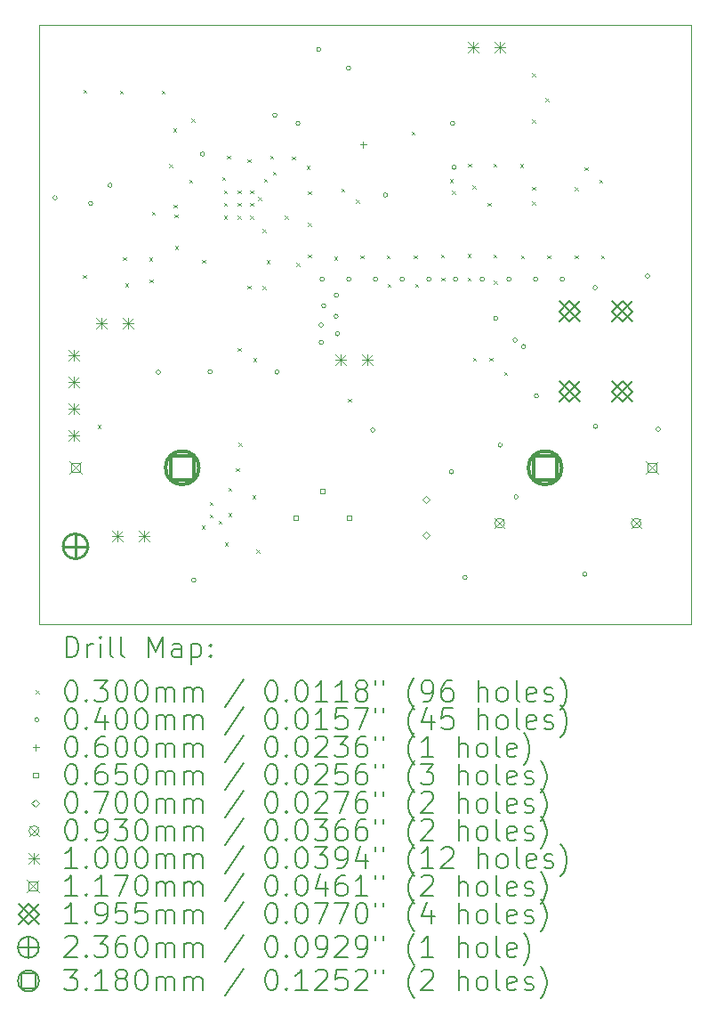
<source format=gbr>
%TF.GenerationSoftware,KiCad,Pcbnew,7.0.7*%
%TF.CreationDate,2023-11-28T10:25:27+01:00*%
%TF.ProjectId,wireless_Slave,77697265-6c65-4737-935f-536c6176652e,rev?*%
%TF.SameCoordinates,PXc751640PY92dda80*%
%TF.FileFunction,Drillmap*%
%TF.FilePolarity,Positive*%
%FSLAX45Y45*%
G04 Gerber Fmt 4.5, Leading zero omitted, Abs format (unit mm)*
G04 Created by KiCad (PCBNEW 7.0.7) date 2023-11-28 10:25:27*
%MOMM*%
%LPD*%
G01*
G04 APERTURE LIST*
%ADD10C,0.100000*%
%ADD11C,0.200000*%
%ADD12C,0.030000*%
%ADD13C,0.040000*%
%ADD14C,0.060000*%
%ADD15C,0.065000*%
%ADD16C,0.070000*%
%ADD17C,0.093000*%
%ADD18C,0.117000*%
%ADD19C,0.195500*%
%ADD20C,0.236000*%
%ADD21C,0.318000*%
G04 APERTURE END LIST*
D10*
X0Y5700000D02*
X6200000Y5700000D01*
X6200000Y0D01*
X0Y0D01*
X0Y5700000D01*
D11*
D12*
X413000Y3319000D02*
X443000Y3289000D01*
X443000Y3319000D02*
X413000Y3289000D01*
X417000Y5081000D02*
X447000Y5051000D01*
X447000Y5081000D02*
X417000Y5051000D01*
X552500Y1892500D02*
X582500Y1862500D01*
X582500Y1892500D02*
X552500Y1862500D01*
X765000Y5075000D02*
X795000Y5045000D01*
X795000Y5075000D02*
X765000Y5045000D01*
X793000Y3491000D02*
X823000Y3461000D01*
X823000Y3491000D02*
X793000Y3461000D01*
X815000Y3239000D02*
X845000Y3209000D01*
X845000Y3239000D02*
X815000Y3209000D01*
X1045000Y3485000D02*
X1075000Y3455000D01*
X1075000Y3485000D02*
X1045000Y3455000D01*
X1048000Y3277000D02*
X1078000Y3247000D01*
X1078000Y3277000D02*
X1048000Y3247000D01*
X1069000Y3921000D02*
X1099000Y3891000D01*
X1099000Y3921000D02*
X1069000Y3891000D01*
X1165000Y5075000D02*
X1195000Y5045000D01*
X1195000Y5075000D02*
X1165000Y5045000D01*
X1235000Y4375000D02*
X1265000Y4345000D01*
X1265000Y4375000D02*
X1235000Y4345000D01*
X1275000Y4715000D02*
X1305000Y4685000D01*
X1305000Y4715000D02*
X1275000Y4685000D01*
X1278866Y3990388D02*
X1308866Y3960388D01*
X1308866Y3990388D02*
X1278866Y3960388D01*
X1287246Y3897401D02*
X1317246Y3867401D01*
X1317246Y3897401D02*
X1287246Y3867401D01*
X1292000Y3594450D02*
X1322000Y3564450D01*
X1322000Y3594450D02*
X1292000Y3564450D01*
X1425500Y4226500D02*
X1455500Y4196500D01*
X1455500Y4226500D02*
X1425500Y4196500D01*
X1445000Y4805000D02*
X1475000Y4775000D01*
X1475000Y4805000D02*
X1445000Y4775000D01*
X1545000Y935000D02*
X1575000Y905000D01*
X1575000Y935000D02*
X1545000Y905000D01*
X1547000Y3465000D02*
X1577000Y3435000D01*
X1577000Y3465000D02*
X1547000Y3435000D01*
X1619000Y1160450D02*
X1649000Y1130450D01*
X1649000Y1160450D02*
X1619000Y1130450D01*
X1619000Y1044000D02*
X1649000Y1014000D01*
X1649000Y1044000D02*
X1619000Y1014000D01*
X1705000Y985000D02*
X1735000Y955000D01*
X1735000Y985000D02*
X1705000Y955000D01*
X1738000Y4252000D02*
X1768000Y4222000D01*
X1768000Y4252000D02*
X1738000Y4222000D01*
X1755000Y4125000D02*
X1785000Y4095000D01*
X1785000Y4125000D02*
X1755000Y4095000D01*
X1755000Y4005000D02*
X1785000Y3975000D01*
X1785000Y4005000D02*
X1755000Y3975000D01*
X1755000Y3885000D02*
X1785000Y3855000D01*
X1785000Y3885000D02*
X1755000Y3855000D01*
X1765000Y777000D02*
X1795000Y747000D01*
X1795000Y777000D02*
X1765000Y747000D01*
X1785000Y4455000D02*
X1815000Y4425000D01*
X1815000Y4455000D02*
X1785000Y4425000D01*
X1799000Y1297000D02*
X1829000Y1267000D01*
X1829000Y1297000D02*
X1799000Y1267000D01*
X1799000Y1054000D02*
X1829000Y1024000D01*
X1829000Y1054000D02*
X1799000Y1024000D01*
X1868950Y1485000D02*
X1898950Y1455000D01*
X1898950Y1485000D02*
X1868950Y1455000D01*
X1885000Y4125000D02*
X1915000Y4095000D01*
X1915000Y4125000D02*
X1885000Y4095000D01*
X1885000Y4005000D02*
X1915000Y3975000D01*
X1915000Y4005000D02*
X1885000Y3975000D01*
X1885000Y3885000D02*
X1915000Y3855000D01*
X1915000Y3885000D02*
X1885000Y3855000D01*
X1885000Y2626100D02*
X1915000Y2596100D01*
X1915000Y2626100D02*
X1885000Y2596100D01*
X1895000Y1725000D02*
X1925000Y1695000D01*
X1925000Y1725000D02*
X1895000Y1695000D01*
X1978000Y4420000D02*
X2008000Y4390000D01*
X2008000Y4420000D02*
X1978000Y4390000D01*
X1978450Y3217694D02*
X2008450Y3187694D01*
X2008450Y3217694D02*
X1978450Y3187694D01*
X2005000Y4125000D02*
X2035000Y4095000D01*
X2035000Y4125000D02*
X2005000Y4095000D01*
X2005000Y4005000D02*
X2035000Y3975000D01*
X2035000Y4005000D02*
X2005000Y3975000D01*
X2005000Y3885000D02*
X2035000Y3855000D01*
X2035000Y3885000D02*
X2005000Y3855000D01*
X2025000Y1225000D02*
X2055000Y1195000D01*
X2055000Y1225000D02*
X2025000Y1195000D01*
X2035000Y2527000D02*
X2065000Y2497000D01*
X2065000Y2527000D02*
X2035000Y2497000D01*
X2065000Y709500D02*
X2095000Y679500D01*
X2095000Y709500D02*
X2065000Y679500D01*
X2082950Y4060000D02*
X2112950Y4030000D01*
X2112950Y4060000D02*
X2082950Y4030000D01*
X2122000Y3758000D02*
X2152000Y3728000D01*
X2152000Y3758000D02*
X2122000Y3728000D01*
X2125000Y3216000D02*
X2155000Y3186000D01*
X2155000Y3216000D02*
X2125000Y3186000D01*
X2135694Y4235694D02*
X2165694Y4205694D01*
X2165694Y4235694D02*
X2135694Y4205694D01*
X2162950Y3461000D02*
X2192950Y3431000D01*
X2192950Y3461000D02*
X2162950Y3431000D01*
X2195000Y4455000D02*
X2225000Y4425000D01*
X2225000Y4455000D02*
X2195000Y4425000D01*
X2222000Y4303550D02*
X2252000Y4273550D01*
X2252000Y4303550D02*
X2222000Y4273550D01*
X2336000Y3883050D02*
X2366000Y3853050D01*
X2366000Y3883050D02*
X2336000Y3853050D01*
X2405000Y4445000D02*
X2435000Y4415000D01*
X2435000Y4445000D02*
X2405000Y4415000D01*
X2445000Y3435000D02*
X2475000Y3405000D01*
X2475000Y3435000D02*
X2445000Y3405000D01*
X2543000Y4359000D02*
X2573000Y4329000D01*
X2573000Y4359000D02*
X2543000Y4329000D01*
X2555000Y4115000D02*
X2585000Y4085000D01*
X2585000Y4115000D02*
X2555000Y4085000D01*
X2555000Y3815000D02*
X2585000Y3785000D01*
X2585000Y3815000D02*
X2555000Y3785000D01*
X2555000Y3515000D02*
X2585000Y3485000D01*
X2585000Y3515000D02*
X2555000Y3485000D01*
X2805000Y3495000D02*
X2835000Y3465000D01*
X2835000Y3495000D02*
X2805000Y3465000D01*
X2873000Y4143000D02*
X2903000Y4113000D01*
X2903000Y4143000D02*
X2873000Y4113000D01*
X2935000Y2145000D02*
X2965000Y2115000D01*
X2965000Y2145000D02*
X2935000Y2115000D01*
X3013000Y4036000D02*
X3043000Y4006000D01*
X3043000Y4036000D02*
X3013000Y4006000D01*
X3055000Y3505000D02*
X3085000Y3475000D01*
X3085000Y3505000D02*
X3055000Y3475000D01*
X3305000Y3505000D02*
X3335000Y3475000D01*
X3335000Y3505000D02*
X3305000Y3475000D01*
X3315000Y3235000D02*
X3345000Y3205000D01*
X3345000Y3235000D02*
X3315000Y3205000D01*
X3542000Y4682000D02*
X3572000Y4652000D01*
X3572000Y4682000D02*
X3542000Y4652000D01*
X3565000Y3505000D02*
X3595000Y3475000D01*
X3595000Y3505000D02*
X3565000Y3475000D01*
X3575000Y3235000D02*
X3605000Y3205000D01*
X3605000Y3235000D02*
X3575000Y3205000D01*
X3820000Y3517000D02*
X3850000Y3487000D01*
X3850000Y3517000D02*
X3820000Y3487000D01*
X3825000Y3295000D02*
X3855000Y3265000D01*
X3855000Y3295000D02*
X3825000Y3265000D01*
X3905000Y4230000D02*
X3935000Y4200000D01*
X3935000Y4230000D02*
X3905000Y4200000D01*
X3929644Y4122644D02*
X3959644Y4092644D01*
X3959644Y4122644D02*
X3929644Y4092644D01*
X4075000Y3295000D02*
X4105000Y3265000D01*
X4105000Y3295000D02*
X4075000Y3265000D01*
X4076000Y3520000D02*
X4106000Y3490000D01*
X4106000Y3520000D02*
X4076000Y3490000D01*
X4080000Y4380000D02*
X4110000Y4350000D01*
X4110000Y4380000D02*
X4080000Y4350000D01*
X4121000Y4172000D02*
X4151000Y4142000D01*
X4151000Y4172000D02*
X4121000Y4142000D01*
X4125000Y2535000D02*
X4155000Y2505000D01*
X4155000Y2535000D02*
X4125000Y2505000D01*
X4265000Y4005000D02*
X4295000Y3975000D01*
X4295000Y4005000D02*
X4265000Y3975000D01*
X4285000Y2535000D02*
X4315000Y2505000D01*
X4315000Y2535000D02*
X4285000Y2505000D01*
X4321000Y4380000D02*
X4351000Y4350000D01*
X4351000Y4380000D02*
X4321000Y4350000D01*
X4323000Y3516000D02*
X4353000Y3486000D01*
X4353000Y3516000D02*
X4323000Y3486000D01*
X4325000Y3265000D02*
X4355000Y3235000D01*
X4355000Y3265000D02*
X4325000Y3235000D01*
X4423000Y2398000D02*
X4453000Y2368000D01*
X4453000Y2398000D02*
X4423000Y2368000D01*
X4577000Y4376000D02*
X4607000Y4346000D01*
X4607000Y4376000D02*
X4577000Y4346000D01*
X4585000Y3505000D02*
X4615000Y3475000D01*
X4615000Y3505000D02*
X4585000Y3475000D01*
X4688000Y5238000D02*
X4718000Y5208000D01*
X4718000Y5238000D02*
X4688000Y5208000D01*
X4690000Y4157000D02*
X4720000Y4127000D01*
X4720000Y4157000D02*
X4690000Y4127000D01*
X4690000Y4018000D02*
X4720000Y3988000D01*
X4720000Y4018000D02*
X4690000Y3988000D01*
X4691000Y4798000D02*
X4721000Y4768000D01*
X4721000Y4798000D02*
X4691000Y4768000D01*
X4816000Y5002000D02*
X4846000Y4972000D01*
X4846000Y5002000D02*
X4816000Y4972000D01*
X4835000Y3505000D02*
X4865000Y3475000D01*
X4865000Y3505000D02*
X4835000Y3475000D01*
X5095000Y3505000D02*
X5125000Y3475000D01*
X5125000Y3505000D02*
X5095000Y3475000D01*
X5097000Y4156000D02*
X5127000Y4126000D01*
X5127000Y4156000D02*
X5097000Y4126000D01*
X5188000Y4347000D02*
X5218000Y4317000D01*
X5218000Y4347000D02*
X5188000Y4317000D01*
X5327000Y4227000D02*
X5357000Y4197000D01*
X5357000Y4227000D02*
X5327000Y4197000D01*
X5345000Y3505000D02*
X5375000Y3475000D01*
X5375000Y3505000D02*
X5345000Y3475000D01*
D13*
X168000Y4054000D02*
G75*
G03*
X168000Y4054000I-20000J0D01*
G01*
X508000Y4001000D02*
G75*
G03*
X508000Y4001000I-20000J0D01*
G01*
X692000Y4173000D02*
G75*
G03*
X692000Y4173000I-20000J0D01*
G01*
X1151000Y2395000D02*
G75*
G03*
X1151000Y2395000I-20000J0D01*
G01*
X1489000Y418000D02*
G75*
G03*
X1489000Y418000I-20000J0D01*
G01*
X1572250Y4470250D02*
G75*
G03*
X1572250Y4470250I-20000J0D01*
G01*
X1644000Y2398000D02*
G75*
G03*
X1644000Y2398000I-20000J0D01*
G01*
X2261000Y4840000D02*
G75*
G03*
X2261000Y4840000I-20000J0D01*
G01*
X2281000Y2398000D02*
G75*
G03*
X2281000Y2398000I-20000J0D01*
G01*
X2481000Y4762000D02*
G75*
G03*
X2481000Y4762000I-20000J0D01*
G01*
X2679000Y5465050D02*
G75*
G03*
X2679000Y5465050I-20000J0D01*
G01*
X2702000Y2844718D02*
G75*
G03*
X2702000Y2844718I-20000J0D01*
G01*
X2702000Y2678550D02*
G75*
G03*
X2702000Y2678550I-20000J0D01*
G01*
X2711000Y3281000D02*
G75*
G03*
X2711000Y3281000I-20000J0D01*
G01*
X2726000Y3027000D02*
G75*
G03*
X2726000Y3027000I-20000J0D01*
G01*
X2843983Y2927168D02*
G75*
G03*
X2843983Y2927168I-20000J0D01*
G01*
X2846000Y3127050D02*
G75*
G03*
X2846000Y3127050I-20000J0D01*
G01*
X2856000Y2761000D02*
G75*
G03*
X2856000Y2761000I-20000J0D01*
G01*
X2961854Y5285854D02*
G75*
G03*
X2961854Y5285854I-20000J0D01*
G01*
X2965000Y3281000D02*
G75*
G03*
X2965000Y3281000I-20000J0D01*
G01*
X3193000Y1846000D02*
G75*
G03*
X3193000Y1846000I-20000J0D01*
G01*
X3219000Y3281000D02*
G75*
G03*
X3219000Y3281000I-20000J0D01*
G01*
X3313000Y4080000D02*
G75*
G03*
X3313000Y4080000I-20000J0D01*
G01*
X3473000Y3281000D02*
G75*
G03*
X3473000Y3281000I-20000J0D01*
G01*
X3727000Y3281000D02*
G75*
G03*
X3727000Y3281000I-20000J0D01*
G01*
X3940000Y1448000D02*
G75*
G03*
X3940000Y1448000I-20000J0D01*
G01*
X3951000Y4762000D02*
G75*
G03*
X3951000Y4762000I-20000J0D01*
G01*
X3968000Y4344000D02*
G75*
G03*
X3968000Y4344000I-20000J0D01*
G01*
X3981000Y3281000D02*
G75*
G03*
X3981000Y3281000I-20000J0D01*
G01*
X4071000Y443000D02*
G75*
G03*
X4071000Y443000I-20000J0D01*
G01*
X4235000Y3281000D02*
G75*
G03*
X4235000Y3281000I-20000J0D01*
G01*
X4364000Y2909000D02*
G75*
G03*
X4364000Y2909000I-20000J0D01*
G01*
X4405000Y1702000D02*
G75*
G03*
X4405000Y1702000I-20000J0D01*
G01*
X4489000Y3281000D02*
G75*
G03*
X4489000Y3281000I-20000J0D01*
G01*
X4547823Y2700950D02*
G75*
G03*
X4547823Y2700950I-20000J0D01*
G01*
X4557000Y1210000D02*
G75*
G03*
X4557000Y1210000I-20000J0D01*
G01*
X4628122Y2638662D02*
G75*
G03*
X4628122Y2638662I-20000J0D01*
G01*
X4743000Y3281000D02*
G75*
G03*
X4743000Y3281000I-20000J0D01*
G01*
X4750000Y2170000D02*
G75*
G03*
X4750000Y2170000I-20000J0D01*
G01*
X4997000Y3281000D02*
G75*
G03*
X4997000Y3281000I-20000J0D01*
G01*
X5211000Y474000D02*
G75*
G03*
X5211000Y474000I-20000J0D01*
G01*
X5310046Y3198837D02*
G75*
G03*
X5310046Y3198837I-20000J0D01*
G01*
X5313000Y1880000D02*
G75*
G03*
X5313000Y1880000I-20000J0D01*
G01*
X5807000Y3310000D02*
G75*
G03*
X5807000Y3310000I-20000J0D01*
G01*
X5909000Y1854000D02*
G75*
G03*
X5909000Y1854000I-20000J0D01*
G01*
D14*
X3080000Y4590500D02*
X3080000Y4530500D01*
X3050000Y4560500D02*
X3110000Y4560500D01*
D15*
X2460981Y987019D02*
X2460981Y1032981D01*
X2415019Y1032981D01*
X2415019Y987019D01*
X2460981Y987019D01*
X2714981Y1241019D02*
X2714981Y1286981D01*
X2669019Y1286981D01*
X2669019Y1241019D01*
X2714981Y1241019D01*
X2968981Y987019D02*
X2968981Y1032981D01*
X2923019Y1032981D01*
X2923019Y987019D01*
X2968981Y987019D01*
D16*
X3677000Y1151000D02*
X3712000Y1186000D01*
X3677000Y1221000D01*
X3642000Y1186000D01*
X3677000Y1151000D01*
X3677000Y811000D02*
X3712000Y846000D01*
X3677000Y881000D01*
X3642000Y846000D01*
X3677000Y811000D01*
D17*
X4334500Y1006500D02*
X4427500Y913500D01*
X4427500Y1006500D02*
X4334500Y913500D01*
X4427500Y960000D02*
G75*
G03*
X4427500Y960000I-46500J0D01*
G01*
X5634500Y1006500D02*
X5727500Y913500D01*
X5727500Y1006500D02*
X5634500Y913500D01*
X5727500Y960000D02*
G75*
G03*
X5727500Y960000I-46500J0D01*
G01*
D10*
X279000Y2606000D02*
X379000Y2506000D01*
X379000Y2606000D02*
X279000Y2506000D01*
X329000Y2606000D02*
X329000Y2506000D01*
X279000Y2556000D02*
X379000Y2556000D01*
X279000Y2352000D02*
X379000Y2252000D01*
X379000Y2352000D02*
X279000Y2252000D01*
X329000Y2352000D02*
X329000Y2252000D01*
X279000Y2302000D02*
X379000Y2302000D01*
X279000Y2098000D02*
X379000Y1998000D01*
X379000Y2098000D02*
X279000Y1998000D01*
X329000Y2098000D02*
X329000Y1998000D01*
X279000Y2048000D02*
X379000Y2048000D01*
X279000Y1844000D02*
X379000Y1744000D01*
X379000Y1844000D02*
X279000Y1744000D01*
X329000Y1844000D02*
X329000Y1744000D01*
X279000Y1794000D02*
X379000Y1794000D01*
X542000Y2908000D02*
X642000Y2808000D01*
X642000Y2908000D02*
X542000Y2808000D01*
X592000Y2908000D02*
X592000Y2808000D01*
X542000Y2858000D02*
X642000Y2858000D01*
X690000Y885000D02*
X790000Y785000D01*
X790000Y885000D02*
X690000Y785000D01*
X740000Y885000D02*
X740000Y785000D01*
X690000Y835000D02*
X790000Y835000D01*
X796000Y2908000D02*
X896000Y2808000D01*
X896000Y2908000D02*
X796000Y2808000D01*
X846000Y2908000D02*
X846000Y2808000D01*
X796000Y2858000D02*
X896000Y2858000D01*
X944000Y885000D02*
X1044000Y785000D01*
X1044000Y885000D02*
X944000Y785000D01*
X994000Y885000D02*
X994000Y785000D01*
X944000Y835000D02*
X1044000Y835000D01*
X2816000Y2562000D02*
X2916000Y2462000D01*
X2916000Y2562000D02*
X2816000Y2462000D01*
X2866000Y2562000D02*
X2866000Y2462000D01*
X2816000Y2512000D02*
X2916000Y2512000D01*
X3070000Y2562000D02*
X3170000Y2462000D01*
X3170000Y2562000D02*
X3070000Y2462000D01*
X3120000Y2562000D02*
X3120000Y2462000D01*
X3070000Y2512000D02*
X3170000Y2512000D01*
X4078500Y5534000D02*
X4178500Y5434000D01*
X4178500Y5534000D02*
X4078500Y5434000D01*
X4128500Y5534000D02*
X4128500Y5434000D01*
X4078500Y5484000D02*
X4178500Y5484000D01*
X4332500Y5534000D02*
X4432500Y5434000D01*
X4432500Y5534000D02*
X4332500Y5434000D01*
X4382500Y5534000D02*
X4382500Y5434000D01*
X4332500Y5484000D02*
X4432500Y5484000D01*
D18*
X284500Y1545500D02*
X401500Y1428500D01*
X401500Y1545500D02*
X284500Y1428500D01*
X384366Y1445634D02*
X384366Y1528366D01*
X301634Y1528366D01*
X301634Y1445634D01*
X384366Y1445634D01*
X5770500Y1545500D02*
X5887500Y1428500D01*
X5887500Y1545500D02*
X5770500Y1428500D01*
X5870366Y1445634D02*
X5870366Y1528366D01*
X5787634Y1528366D01*
X5787634Y1445634D01*
X5870366Y1445634D01*
D19*
X4947250Y3070750D02*
X5142750Y2875250D01*
X5142750Y3070750D02*
X4947250Y2875250D01*
X5045000Y2875250D02*
X5142750Y2973000D01*
X5045000Y3070750D01*
X4947250Y2973000D01*
X5045000Y2875250D01*
X4947250Y2308750D02*
X5142750Y2113250D01*
X5142750Y2308750D02*
X4947250Y2113250D01*
X5045000Y2113250D02*
X5142750Y2211000D01*
X5045000Y2308750D01*
X4947250Y2211000D01*
X5045000Y2113250D01*
X5450250Y3070750D02*
X5645750Y2875250D01*
X5645750Y3070750D02*
X5450250Y2875250D01*
X5548000Y2875250D02*
X5645750Y2973000D01*
X5548000Y3070750D01*
X5450250Y2973000D01*
X5548000Y2875250D01*
X5450250Y2308750D02*
X5645750Y2113250D01*
X5645750Y2308750D02*
X5450250Y2113250D01*
X5548000Y2113250D02*
X5645750Y2211000D01*
X5548000Y2308750D01*
X5450250Y2211000D01*
X5548000Y2113250D01*
D20*
X343000Y858000D02*
X343000Y622000D01*
X225000Y740000D02*
X461000Y740000D01*
X461000Y740000D02*
G75*
G03*
X461000Y740000I-118000J0D01*
G01*
D21*
X1471431Y1374569D02*
X1471431Y1599431D01*
X1246569Y1599431D01*
X1246569Y1374569D01*
X1471431Y1374569D01*
X1518000Y1487000D02*
G75*
G03*
X1518000Y1487000I-159000J0D01*
G01*
X4925431Y1374569D02*
X4925431Y1599431D01*
X4700569Y1599431D01*
X4700569Y1374569D01*
X4925431Y1374569D01*
X4972000Y1487000D02*
G75*
G03*
X4972000Y1487000I-159000J0D01*
G01*
D11*
X255777Y-316484D02*
X255777Y-116484D01*
X255777Y-116484D02*
X303396Y-116484D01*
X303396Y-116484D02*
X331967Y-126008D01*
X331967Y-126008D02*
X351015Y-145055D01*
X351015Y-145055D02*
X360539Y-164103D01*
X360539Y-164103D02*
X370062Y-202198D01*
X370062Y-202198D02*
X370062Y-230769D01*
X370062Y-230769D02*
X360539Y-268865D01*
X360539Y-268865D02*
X351015Y-287912D01*
X351015Y-287912D02*
X331967Y-306960D01*
X331967Y-306960D02*
X303396Y-316484D01*
X303396Y-316484D02*
X255777Y-316484D01*
X455777Y-316484D02*
X455777Y-183150D01*
X455777Y-221246D02*
X465301Y-202198D01*
X465301Y-202198D02*
X474824Y-192674D01*
X474824Y-192674D02*
X493872Y-183150D01*
X493872Y-183150D02*
X512920Y-183150D01*
X579586Y-316484D02*
X579586Y-183150D01*
X579586Y-116484D02*
X570063Y-126008D01*
X570063Y-126008D02*
X579586Y-135531D01*
X579586Y-135531D02*
X589110Y-126008D01*
X589110Y-126008D02*
X579586Y-116484D01*
X579586Y-116484D02*
X579586Y-135531D01*
X703396Y-316484D02*
X684348Y-306960D01*
X684348Y-306960D02*
X674824Y-287912D01*
X674824Y-287912D02*
X674824Y-116484D01*
X808158Y-316484D02*
X789110Y-306960D01*
X789110Y-306960D02*
X779586Y-287912D01*
X779586Y-287912D02*
X779586Y-116484D01*
X1036729Y-316484D02*
X1036729Y-116484D01*
X1036729Y-116484D02*
X1103396Y-259341D01*
X1103396Y-259341D02*
X1170063Y-116484D01*
X1170063Y-116484D02*
X1170063Y-316484D01*
X1351015Y-316484D02*
X1351015Y-211722D01*
X1351015Y-211722D02*
X1341491Y-192674D01*
X1341491Y-192674D02*
X1322444Y-183150D01*
X1322444Y-183150D02*
X1284348Y-183150D01*
X1284348Y-183150D02*
X1265301Y-192674D01*
X1351015Y-306960D02*
X1331967Y-316484D01*
X1331967Y-316484D02*
X1284348Y-316484D01*
X1284348Y-316484D02*
X1265301Y-306960D01*
X1265301Y-306960D02*
X1255777Y-287912D01*
X1255777Y-287912D02*
X1255777Y-268865D01*
X1255777Y-268865D02*
X1265301Y-249817D01*
X1265301Y-249817D02*
X1284348Y-240293D01*
X1284348Y-240293D02*
X1331967Y-240293D01*
X1331967Y-240293D02*
X1351015Y-230769D01*
X1446253Y-183150D02*
X1446253Y-383150D01*
X1446253Y-192674D02*
X1465301Y-183150D01*
X1465301Y-183150D02*
X1503396Y-183150D01*
X1503396Y-183150D02*
X1522443Y-192674D01*
X1522443Y-192674D02*
X1531967Y-202198D01*
X1531967Y-202198D02*
X1541491Y-221246D01*
X1541491Y-221246D02*
X1541491Y-278389D01*
X1541491Y-278389D02*
X1531967Y-297436D01*
X1531967Y-297436D02*
X1522443Y-306960D01*
X1522443Y-306960D02*
X1503396Y-316484D01*
X1503396Y-316484D02*
X1465301Y-316484D01*
X1465301Y-316484D02*
X1446253Y-306960D01*
X1627205Y-297436D02*
X1636729Y-306960D01*
X1636729Y-306960D02*
X1627205Y-316484D01*
X1627205Y-316484D02*
X1617682Y-306960D01*
X1617682Y-306960D02*
X1627205Y-297436D01*
X1627205Y-297436D02*
X1627205Y-316484D01*
X1627205Y-192674D02*
X1636729Y-202198D01*
X1636729Y-202198D02*
X1627205Y-211722D01*
X1627205Y-211722D02*
X1617682Y-202198D01*
X1617682Y-202198D02*
X1627205Y-192674D01*
X1627205Y-192674D02*
X1627205Y-211722D01*
D12*
X-35000Y-630000D02*
X-5000Y-660000D01*
X-5000Y-630000D02*
X-35000Y-660000D01*
D11*
X293872Y-536484D02*
X312920Y-536484D01*
X312920Y-536484D02*
X331967Y-546008D01*
X331967Y-546008D02*
X341491Y-555531D01*
X341491Y-555531D02*
X351015Y-574579D01*
X351015Y-574579D02*
X360539Y-612674D01*
X360539Y-612674D02*
X360539Y-660293D01*
X360539Y-660293D02*
X351015Y-698389D01*
X351015Y-698389D02*
X341491Y-717436D01*
X341491Y-717436D02*
X331967Y-726960D01*
X331967Y-726960D02*
X312920Y-736484D01*
X312920Y-736484D02*
X293872Y-736484D01*
X293872Y-736484D02*
X274824Y-726960D01*
X274824Y-726960D02*
X265301Y-717436D01*
X265301Y-717436D02*
X255777Y-698389D01*
X255777Y-698389D02*
X246253Y-660293D01*
X246253Y-660293D02*
X246253Y-612674D01*
X246253Y-612674D02*
X255777Y-574579D01*
X255777Y-574579D02*
X265301Y-555531D01*
X265301Y-555531D02*
X274824Y-546008D01*
X274824Y-546008D02*
X293872Y-536484D01*
X446253Y-717436D02*
X455777Y-726960D01*
X455777Y-726960D02*
X446253Y-736484D01*
X446253Y-736484D02*
X436729Y-726960D01*
X436729Y-726960D02*
X446253Y-717436D01*
X446253Y-717436D02*
X446253Y-736484D01*
X522443Y-536484D02*
X646253Y-536484D01*
X646253Y-536484D02*
X579586Y-612674D01*
X579586Y-612674D02*
X608158Y-612674D01*
X608158Y-612674D02*
X627205Y-622198D01*
X627205Y-622198D02*
X636729Y-631722D01*
X636729Y-631722D02*
X646253Y-650770D01*
X646253Y-650770D02*
X646253Y-698389D01*
X646253Y-698389D02*
X636729Y-717436D01*
X636729Y-717436D02*
X627205Y-726960D01*
X627205Y-726960D02*
X608158Y-736484D01*
X608158Y-736484D02*
X551015Y-736484D01*
X551015Y-736484D02*
X531967Y-726960D01*
X531967Y-726960D02*
X522443Y-717436D01*
X770062Y-536484D02*
X789110Y-536484D01*
X789110Y-536484D02*
X808158Y-546008D01*
X808158Y-546008D02*
X817682Y-555531D01*
X817682Y-555531D02*
X827205Y-574579D01*
X827205Y-574579D02*
X836729Y-612674D01*
X836729Y-612674D02*
X836729Y-660293D01*
X836729Y-660293D02*
X827205Y-698389D01*
X827205Y-698389D02*
X817682Y-717436D01*
X817682Y-717436D02*
X808158Y-726960D01*
X808158Y-726960D02*
X789110Y-736484D01*
X789110Y-736484D02*
X770062Y-736484D01*
X770062Y-736484D02*
X751015Y-726960D01*
X751015Y-726960D02*
X741491Y-717436D01*
X741491Y-717436D02*
X731967Y-698389D01*
X731967Y-698389D02*
X722443Y-660293D01*
X722443Y-660293D02*
X722443Y-612674D01*
X722443Y-612674D02*
X731967Y-574579D01*
X731967Y-574579D02*
X741491Y-555531D01*
X741491Y-555531D02*
X751015Y-546008D01*
X751015Y-546008D02*
X770062Y-536484D01*
X960539Y-536484D02*
X979586Y-536484D01*
X979586Y-536484D02*
X998634Y-546008D01*
X998634Y-546008D02*
X1008158Y-555531D01*
X1008158Y-555531D02*
X1017682Y-574579D01*
X1017682Y-574579D02*
X1027205Y-612674D01*
X1027205Y-612674D02*
X1027205Y-660293D01*
X1027205Y-660293D02*
X1017682Y-698389D01*
X1017682Y-698389D02*
X1008158Y-717436D01*
X1008158Y-717436D02*
X998634Y-726960D01*
X998634Y-726960D02*
X979586Y-736484D01*
X979586Y-736484D02*
X960539Y-736484D01*
X960539Y-736484D02*
X941491Y-726960D01*
X941491Y-726960D02*
X931967Y-717436D01*
X931967Y-717436D02*
X922443Y-698389D01*
X922443Y-698389D02*
X912920Y-660293D01*
X912920Y-660293D02*
X912920Y-612674D01*
X912920Y-612674D02*
X922443Y-574579D01*
X922443Y-574579D02*
X931967Y-555531D01*
X931967Y-555531D02*
X941491Y-546008D01*
X941491Y-546008D02*
X960539Y-536484D01*
X1112920Y-736484D02*
X1112920Y-603150D01*
X1112920Y-622198D02*
X1122444Y-612674D01*
X1122444Y-612674D02*
X1141491Y-603150D01*
X1141491Y-603150D02*
X1170063Y-603150D01*
X1170063Y-603150D02*
X1189110Y-612674D01*
X1189110Y-612674D02*
X1198634Y-631722D01*
X1198634Y-631722D02*
X1198634Y-736484D01*
X1198634Y-631722D02*
X1208158Y-612674D01*
X1208158Y-612674D02*
X1227205Y-603150D01*
X1227205Y-603150D02*
X1255777Y-603150D01*
X1255777Y-603150D02*
X1274825Y-612674D01*
X1274825Y-612674D02*
X1284348Y-631722D01*
X1284348Y-631722D02*
X1284348Y-736484D01*
X1379586Y-736484D02*
X1379586Y-603150D01*
X1379586Y-622198D02*
X1389110Y-612674D01*
X1389110Y-612674D02*
X1408158Y-603150D01*
X1408158Y-603150D02*
X1436729Y-603150D01*
X1436729Y-603150D02*
X1455777Y-612674D01*
X1455777Y-612674D02*
X1465301Y-631722D01*
X1465301Y-631722D02*
X1465301Y-736484D01*
X1465301Y-631722D02*
X1474824Y-612674D01*
X1474824Y-612674D02*
X1493872Y-603150D01*
X1493872Y-603150D02*
X1522443Y-603150D01*
X1522443Y-603150D02*
X1541491Y-612674D01*
X1541491Y-612674D02*
X1551015Y-631722D01*
X1551015Y-631722D02*
X1551015Y-736484D01*
X1941491Y-526960D02*
X1770063Y-784103D01*
X2198634Y-536484D02*
X2217682Y-536484D01*
X2217682Y-536484D02*
X2236729Y-546008D01*
X2236729Y-546008D02*
X2246253Y-555531D01*
X2246253Y-555531D02*
X2255777Y-574579D01*
X2255777Y-574579D02*
X2265301Y-612674D01*
X2265301Y-612674D02*
X2265301Y-660293D01*
X2265301Y-660293D02*
X2255777Y-698389D01*
X2255777Y-698389D02*
X2246253Y-717436D01*
X2246253Y-717436D02*
X2236729Y-726960D01*
X2236729Y-726960D02*
X2217682Y-736484D01*
X2217682Y-736484D02*
X2198634Y-736484D01*
X2198634Y-736484D02*
X2179587Y-726960D01*
X2179587Y-726960D02*
X2170063Y-717436D01*
X2170063Y-717436D02*
X2160539Y-698389D01*
X2160539Y-698389D02*
X2151015Y-660293D01*
X2151015Y-660293D02*
X2151015Y-612674D01*
X2151015Y-612674D02*
X2160539Y-574579D01*
X2160539Y-574579D02*
X2170063Y-555531D01*
X2170063Y-555531D02*
X2179587Y-546008D01*
X2179587Y-546008D02*
X2198634Y-536484D01*
X2351015Y-717436D02*
X2360539Y-726960D01*
X2360539Y-726960D02*
X2351015Y-736484D01*
X2351015Y-736484D02*
X2341491Y-726960D01*
X2341491Y-726960D02*
X2351015Y-717436D01*
X2351015Y-717436D02*
X2351015Y-736484D01*
X2484348Y-536484D02*
X2503396Y-536484D01*
X2503396Y-536484D02*
X2522444Y-546008D01*
X2522444Y-546008D02*
X2531968Y-555531D01*
X2531968Y-555531D02*
X2541491Y-574579D01*
X2541491Y-574579D02*
X2551015Y-612674D01*
X2551015Y-612674D02*
X2551015Y-660293D01*
X2551015Y-660293D02*
X2541491Y-698389D01*
X2541491Y-698389D02*
X2531968Y-717436D01*
X2531968Y-717436D02*
X2522444Y-726960D01*
X2522444Y-726960D02*
X2503396Y-736484D01*
X2503396Y-736484D02*
X2484348Y-736484D01*
X2484348Y-736484D02*
X2465301Y-726960D01*
X2465301Y-726960D02*
X2455777Y-717436D01*
X2455777Y-717436D02*
X2446253Y-698389D01*
X2446253Y-698389D02*
X2436729Y-660293D01*
X2436729Y-660293D02*
X2436729Y-612674D01*
X2436729Y-612674D02*
X2446253Y-574579D01*
X2446253Y-574579D02*
X2455777Y-555531D01*
X2455777Y-555531D02*
X2465301Y-546008D01*
X2465301Y-546008D02*
X2484348Y-536484D01*
X2741491Y-736484D02*
X2627206Y-736484D01*
X2684348Y-736484D02*
X2684348Y-536484D01*
X2684348Y-536484D02*
X2665301Y-565055D01*
X2665301Y-565055D02*
X2646253Y-584103D01*
X2646253Y-584103D02*
X2627206Y-593627D01*
X2931967Y-736484D02*
X2817682Y-736484D01*
X2874825Y-736484D02*
X2874825Y-536484D01*
X2874825Y-536484D02*
X2855777Y-565055D01*
X2855777Y-565055D02*
X2836729Y-584103D01*
X2836729Y-584103D02*
X2817682Y-593627D01*
X3046253Y-622198D02*
X3027206Y-612674D01*
X3027206Y-612674D02*
X3017682Y-603150D01*
X3017682Y-603150D02*
X3008158Y-584103D01*
X3008158Y-584103D02*
X3008158Y-574579D01*
X3008158Y-574579D02*
X3017682Y-555531D01*
X3017682Y-555531D02*
X3027206Y-546008D01*
X3027206Y-546008D02*
X3046253Y-536484D01*
X3046253Y-536484D02*
X3084348Y-536484D01*
X3084348Y-536484D02*
X3103396Y-546008D01*
X3103396Y-546008D02*
X3112920Y-555531D01*
X3112920Y-555531D02*
X3122444Y-574579D01*
X3122444Y-574579D02*
X3122444Y-584103D01*
X3122444Y-584103D02*
X3112920Y-603150D01*
X3112920Y-603150D02*
X3103396Y-612674D01*
X3103396Y-612674D02*
X3084348Y-622198D01*
X3084348Y-622198D02*
X3046253Y-622198D01*
X3046253Y-622198D02*
X3027206Y-631722D01*
X3027206Y-631722D02*
X3017682Y-641246D01*
X3017682Y-641246D02*
X3008158Y-660293D01*
X3008158Y-660293D02*
X3008158Y-698389D01*
X3008158Y-698389D02*
X3017682Y-717436D01*
X3017682Y-717436D02*
X3027206Y-726960D01*
X3027206Y-726960D02*
X3046253Y-736484D01*
X3046253Y-736484D02*
X3084348Y-736484D01*
X3084348Y-736484D02*
X3103396Y-726960D01*
X3103396Y-726960D02*
X3112920Y-717436D01*
X3112920Y-717436D02*
X3122444Y-698389D01*
X3122444Y-698389D02*
X3122444Y-660293D01*
X3122444Y-660293D02*
X3112920Y-641246D01*
X3112920Y-641246D02*
X3103396Y-631722D01*
X3103396Y-631722D02*
X3084348Y-622198D01*
X3198634Y-536484D02*
X3198634Y-574579D01*
X3274825Y-536484D02*
X3274825Y-574579D01*
X3570063Y-812674D02*
X3560539Y-803150D01*
X3560539Y-803150D02*
X3541491Y-774579D01*
X3541491Y-774579D02*
X3531968Y-755531D01*
X3531968Y-755531D02*
X3522444Y-726960D01*
X3522444Y-726960D02*
X3512920Y-679341D01*
X3512920Y-679341D02*
X3512920Y-641246D01*
X3512920Y-641246D02*
X3522444Y-593627D01*
X3522444Y-593627D02*
X3531968Y-565055D01*
X3531968Y-565055D02*
X3541491Y-546008D01*
X3541491Y-546008D02*
X3560539Y-517436D01*
X3560539Y-517436D02*
X3570063Y-507912D01*
X3655777Y-736484D02*
X3693872Y-736484D01*
X3693872Y-736484D02*
X3712920Y-726960D01*
X3712920Y-726960D02*
X3722444Y-717436D01*
X3722444Y-717436D02*
X3741491Y-688865D01*
X3741491Y-688865D02*
X3751015Y-650770D01*
X3751015Y-650770D02*
X3751015Y-574579D01*
X3751015Y-574579D02*
X3741491Y-555531D01*
X3741491Y-555531D02*
X3731968Y-546008D01*
X3731968Y-546008D02*
X3712920Y-536484D01*
X3712920Y-536484D02*
X3674825Y-536484D01*
X3674825Y-536484D02*
X3655777Y-546008D01*
X3655777Y-546008D02*
X3646253Y-555531D01*
X3646253Y-555531D02*
X3636729Y-574579D01*
X3636729Y-574579D02*
X3636729Y-622198D01*
X3636729Y-622198D02*
X3646253Y-641246D01*
X3646253Y-641246D02*
X3655777Y-650770D01*
X3655777Y-650770D02*
X3674825Y-660293D01*
X3674825Y-660293D02*
X3712920Y-660293D01*
X3712920Y-660293D02*
X3731968Y-650770D01*
X3731968Y-650770D02*
X3741491Y-641246D01*
X3741491Y-641246D02*
X3751015Y-622198D01*
X3922444Y-536484D02*
X3884348Y-536484D01*
X3884348Y-536484D02*
X3865301Y-546008D01*
X3865301Y-546008D02*
X3855777Y-555531D01*
X3855777Y-555531D02*
X3836729Y-584103D01*
X3836729Y-584103D02*
X3827206Y-622198D01*
X3827206Y-622198D02*
X3827206Y-698389D01*
X3827206Y-698389D02*
X3836729Y-717436D01*
X3836729Y-717436D02*
X3846253Y-726960D01*
X3846253Y-726960D02*
X3865301Y-736484D01*
X3865301Y-736484D02*
X3903396Y-736484D01*
X3903396Y-736484D02*
X3922444Y-726960D01*
X3922444Y-726960D02*
X3931968Y-717436D01*
X3931968Y-717436D02*
X3941491Y-698389D01*
X3941491Y-698389D02*
X3941491Y-650770D01*
X3941491Y-650770D02*
X3931968Y-631722D01*
X3931968Y-631722D02*
X3922444Y-622198D01*
X3922444Y-622198D02*
X3903396Y-612674D01*
X3903396Y-612674D02*
X3865301Y-612674D01*
X3865301Y-612674D02*
X3846253Y-622198D01*
X3846253Y-622198D02*
X3836729Y-631722D01*
X3836729Y-631722D02*
X3827206Y-650770D01*
X4179587Y-736484D02*
X4179587Y-536484D01*
X4265301Y-736484D02*
X4265301Y-631722D01*
X4265301Y-631722D02*
X4255777Y-612674D01*
X4255777Y-612674D02*
X4236730Y-603150D01*
X4236730Y-603150D02*
X4208158Y-603150D01*
X4208158Y-603150D02*
X4189110Y-612674D01*
X4189110Y-612674D02*
X4179587Y-622198D01*
X4389111Y-736484D02*
X4370063Y-726960D01*
X4370063Y-726960D02*
X4360539Y-717436D01*
X4360539Y-717436D02*
X4351015Y-698389D01*
X4351015Y-698389D02*
X4351015Y-641246D01*
X4351015Y-641246D02*
X4360539Y-622198D01*
X4360539Y-622198D02*
X4370063Y-612674D01*
X4370063Y-612674D02*
X4389111Y-603150D01*
X4389111Y-603150D02*
X4417682Y-603150D01*
X4417682Y-603150D02*
X4436730Y-612674D01*
X4436730Y-612674D02*
X4446253Y-622198D01*
X4446253Y-622198D02*
X4455777Y-641246D01*
X4455777Y-641246D02*
X4455777Y-698389D01*
X4455777Y-698389D02*
X4446253Y-717436D01*
X4446253Y-717436D02*
X4436730Y-726960D01*
X4436730Y-726960D02*
X4417682Y-736484D01*
X4417682Y-736484D02*
X4389111Y-736484D01*
X4570063Y-736484D02*
X4551015Y-726960D01*
X4551015Y-726960D02*
X4541492Y-707912D01*
X4541492Y-707912D02*
X4541492Y-536484D01*
X4722444Y-726960D02*
X4703396Y-736484D01*
X4703396Y-736484D02*
X4665301Y-736484D01*
X4665301Y-736484D02*
X4646253Y-726960D01*
X4646253Y-726960D02*
X4636730Y-707912D01*
X4636730Y-707912D02*
X4636730Y-631722D01*
X4636730Y-631722D02*
X4646253Y-612674D01*
X4646253Y-612674D02*
X4665301Y-603150D01*
X4665301Y-603150D02*
X4703396Y-603150D01*
X4703396Y-603150D02*
X4722444Y-612674D01*
X4722444Y-612674D02*
X4731968Y-631722D01*
X4731968Y-631722D02*
X4731968Y-650770D01*
X4731968Y-650770D02*
X4636730Y-669817D01*
X4808158Y-726960D02*
X4827206Y-736484D01*
X4827206Y-736484D02*
X4865301Y-736484D01*
X4865301Y-736484D02*
X4884349Y-726960D01*
X4884349Y-726960D02*
X4893873Y-707912D01*
X4893873Y-707912D02*
X4893873Y-698389D01*
X4893873Y-698389D02*
X4884349Y-679341D01*
X4884349Y-679341D02*
X4865301Y-669817D01*
X4865301Y-669817D02*
X4836730Y-669817D01*
X4836730Y-669817D02*
X4817682Y-660293D01*
X4817682Y-660293D02*
X4808158Y-641246D01*
X4808158Y-641246D02*
X4808158Y-631722D01*
X4808158Y-631722D02*
X4817682Y-612674D01*
X4817682Y-612674D02*
X4836730Y-603150D01*
X4836730Y-603150D02*
X4865301Y-603150D01*
X4865301Y-603150D02*
X4884349Y-612674D01*
X4960539Y-812674D02*
X4970063Y-803150D01*
X4970063Y-803150D02*
X4989111Y-774579D01*
X4989111Y-774579D02*
X4998634Y-755531D01*
X4998634Y-755531D02*
X5008158Y-726960D01*
X5008158Y-726960D02*
X5017682Y-679341D01*
X5017682Y-679341D02*
X5017682Y-641246D01*
X5017682Y-641246D02*
X5008158Y-593627D01*
X5008158Y-593627D02*
X4998634Y-565055D01*
X4998634Y-565055D02*
X4989111Y-546008D01*
X4989111Y-546008D02*
X4970063Y-517436D01*
X4970063Y-517436D02*
X4960539Y-507912D01*
D13*
X-5000Y-909000D02*
G75*
G03*
X-5000Y-909000I-20000J0D01*
G01*
D11*
X293872Y-800484D02*
X312920Y-800484D01*
X312920Y-800484D02*
X331967Y-810008D01*
X331967Y-810008D02*
X341491Y-819531D01*
X341491Y-819531D02*
X351015Y-838579D01*
X351015Y-838579D02*
X360539Y-876674D01*
X360539Y-876674D02*
X360539Y-924293D01*
X360539Y-924293D02*
X351015Y-962388D01*
X351015Y-962388D02*
X341491Y-981436D01*
X341491Y-981436D02*
X331967Y-990960D01*
X331967Y-990960D02*
X312920Y-1000484D01*
X312920Y-1000484D02*
X293872Y-1000484D01*
X293872Y-1000484D02*
X274824Y-990960D01*
X274824Y-990960D02*
X265301Y-981436D01*
X265301Y-981436D02*
X255777Y-962388D01*
X255777Y-962388D02*
X246253Y-924293D01*
X246253Y-924293D02*
X246253Y-876674D01*
X246253Y-876674D02*
X255777Y-838579D01*
X255777Y-838579D02*
X265301Y-819531D01*
X265301Y-819531D02*
X274824Y-810008D01*
X274824Y-810008D02*
X293872Y-800484D01*
X446253Y-981436D02*
X455777Y-990960D01*
X455777Y-990960D02*
X446253Y-1000484D01*
X446253Y-1000484D02*
X436729Y-990960D01*
X436729Y-990960D02*
X446253Y-981436D01*
X446253Y-981436D02*
X446253Y-1000484D01*
X627205Y-867150D02*
X627205Y-1000484D01*
X579586Y-790960D02*
X531967Y-933817D01*
X531967Y-933817D02*
X655777Y-933817D01*
X770062Y-800484D02*
X789110Y-800484D01*
X789110Y-800484D02*
X808158Y-810008D01*
X808158Y-810008D02*
X817682Y-819531D01*
X817682Y-819531D02*
X827205Y-838579D01*
X827205Y-838579D02*
X836729Y-876674D01*
X836729Y-876674D02*
X836729Y-924293D01*
X836729Y-924293D02*
X827205Y-962388D01*
X827205Y-962388D02*
X817682Y-981436D01*
X817682Y-981436D02*
X808158Y-990960D01*
X808158Y-990960D02*
X789110Y-1000484D01*
X789110Y-1000484D02*
X770062Y-1000484D01*
X770062Y-1000484D02*
X751015Y-990960D01*
X751015Y-990960D02*
X741491Y-981436D01*
X741491Y-981436D02*
X731967Y-962388D01*
X731967Y-962388D02*
X722443Y-924293D01*
X722443Y-924293D02*
X722443Y-876674D01*
X722443Y-876674D02*
X731967Y-838579D01*
X731967Y-838579D02*
X741491Y-819531D01*
X741491Y-819531D02*
X751015Y-810008D01*
X751015Y-810008D02*
X770062Y-800484D01*
X960539Y-800484D02*
X979586Y-800484D01*
X979586Y-800484D02*
X998634Y-810008D01*
X998634Y-810008D02*
X1008158Y-819531D01*
X1008158Y-819531D02*
X1017682Y-838579D01*
X1017682Y-838579D02*
X1027205Y-876674D01*
X1027205Y-876674D02*
X1027205Y-924293D01*
X1027205Y-924293D02*
X1017682Y-962388D01*
X1017682Y-962388D02*
X1008158Y-981436D01*
X1008158Y-981436D02*
X998634Y-990960D01*
X998634Y-990960D02*
X979586Y-1000484D01*
X979586Y-1000484D02*
X960539Y-1000484D01*
X960539Y-1000484D02*
X941491Y-990960D01*
X941491Y-990960D02*
X931967Y-981436D01*
X931967Y-981436D02*
X922443Y-962388D01*
X922443Y-962388D02*
X912920Y-924293D01*
X912920Y-924293D02*
X912920Y-876674D01*
X912920Y-876674D02*
X922443Y-838579D01*
X922443Y-838579D02*
X931967Y-819531D01*
X931967Y-819531D02*
X941491Y-810008D01*
X941491Y-810008D02*
X960539Y-800484D01*
X1112920Y-1000484D02*
X1112920Y-867150D01*
X1112920Y-886198D02*
X1122444Y-876674D01*
X1122444Y-876674D02*
X1141491Y-867150D01*
X1141491Y-867150D02*
X1170063Y-867150D01*
X1170063Y-867150D02*
X1189110Y-876674D01*
X1189110Y-876674D02*
X1198634Y-895722D01*
X1198634Y-895722D02*
X1198634Y-1000484D01*
X1198634Y-895722D02*
X1208158Y-876674D01*
X1208158Y-876674D02*
X1227205Y-867150D01*
X1227205Y-867150D02*
X1255777Y-867150D01*
X1255777Y-867150D02*
X1274825Y-876674D01*
X1274825Y-876674D02*
X1284348Y-895722D01*
X1284348Y-895722D02*
X1284348Y-1000484D01*
X1379586Y-1000484D02*
X1379586Y-867150D01*
X1379586Y-886198D02*
X1389110Y-876674D01*
X1389110Y-876674D02*
X1408158Y-867150D01*
X1408158Y-867150D02*
X1436729Y-867150D01*
X1436729Y-867150D02*
X1455777Y-876674D01*
X1455777Y-876674D02*
X1465301Y-895722D01*
X1465301Y-895722D02*
X1465301Y-1000484D01*
X1465301Y-895722D02*
X1474824Y-876674D01*
X1474824Y-876674D02*
X1493872Y-867150D01*
X1493872Y-867150D02*
X1522443Y-867150D01*
X1522443Y-867150D02*
X1541491Y-876674D01*
X1541491Y-876674D02*
X1551015Y-895722D01*
X1551015Y-895722D02*
X1551015Y-1000484D01*
X1941491Y-790960D02*
X1770063Y-1048103D01*
X2198634Y-800484D02*
X2217682Y-800484D01*
X2217682Y-800484D02*
X2236729Y-810008D01*
X2236729Y-810008D02*
X2246253Y-819531D01*
X2246253Y-819531D02*
X2255777Y-838579D01*
X2255777Y-838579D02*
X2265301Y-876674D01*
X2265301Y-876674D02*
X2265301Y-924293D01*
X2265301Y-924293D02*
X2255777Y-962388D01*
X2255777Y-962388D02*
X2246253Y-981436D01*
X2246253Y-981436D02*
X2236729Y-990960D01*
X2236729Y-990960D02*
X2217682Y-1000484D01*
X2217682Y-1000484D02*
X2198634Y-1000484D01*
X2198634Y-1000484D02*
X2179587Y-990960D01*
X2179587Y-990960D02*
X2170063Y-981436D01*
X2170063Y-981436D02*
X2160539Y-962388D01*
X2160539Y-962388D02*
X2151015Y-924293D01*
X2151015Y-924293D02*
X2151015Y-876674D01*
X2151015Y-876674D02*
X2160539Y-838579D01*
X2160539Y-838579D02*
X2170063Y-819531D01*
X2170063Y-819531D02*
X2179587Y-810008D01*
X2179587Y-810008D02*
X2198634Y-800484D01*
X2351015Y-981436D02*
X2360539Y-990960D01*
X2360539Y-990960D02*
X2351015Y-1000484D01*
X2351015Y-1000484D02*
X2341491Y-990960D01*
X2341491Y-990960D02*
X2351015Y-981436D01*
X2351015Y-981436D02*
X2351015Y-1000484D01*
X2484348Y-800484D02*
X2503396Y-800484D01*
X2503396Y-800484D02*
X2522444Y-810008D01*
X2522444Y-810008D02*
X2531968Y-819531D01*
X2531968Y-819531D02*
X2541491Y-838579D01*
X2541491Y-838579D02*
X2551015Y-876674D01*
X2551015Y-876674D02*
X2551015Y-924293D01*
X2551015Y-924293D02*
X2541491Y-962388D01*
X2541491Y-962388D02*
X2531968Y-981436D01*
X2531968Y-981436D02*
X2522444Y-990960D01*
X2522444Y-990960D02*
X2503396Y-1000484D01*
X2503396Y-1000484D02*
X2484348Y-1000484D01*
X2484348Y-1000484D02*
X2465301Y-990960D01*
X2465301Y-990960D02*
X2455777Y-981436D01*
X2455777Y-981436D02*
X2446253Y-962388D01*
X2446253Y-962388D02*
X2436729Y-924293D01*
X2436729Y-924293D02*
X2436729Y-876674D01*
X2436729Y-876674D02*
X2446253Y-838579D01*
X2446253Y-838579D02*
X2455777Y-819531D01*
X2455777Y-819531D02*
X2465301Y-810008D01*
X2465301Y-810008D02*
X2484348Y-800484D01*
X2741491Y-1000484D02*
X2627206Y-1000484D01*
X2684348Y-1000484D02*
X2684348Y-800484D01*
X2684348Y-800484D02*
X2665301Y-829055D01*
X2665301Y-829055D02*
X2646253Y-848103D01*
X2646253Y-848103D02*
X2627206Y-857627D01*
X2922444Y-800484D02*
X2827206Y-800484D01*
X2827206Y-800484D02*
X2817682Y-895722D01*
X2817682Y-895722D02*
X2827206Y-886198D01*
X2827206Y-886198D02*
X2846253Y-876674D01*
X2846253Y-876674D02*
X2893872Y-876674D01*
X2893872Y-876674D02*
X2912920Y-886198D01*
X2912920Y-886198D02*
X2922444Y-895722D01*
X2922444Y-895722D02*
X2931967Y-914769D01*
X2931967Y-914769D02*
X2931967Y-962388D01*
X2931967Y-962388D02*
X2922444Y-981436D01*
X2922444Y-981436D02*
X2912920Y-990960D01*
X2912920Y-990960D02*
X2893872Y-1000484D01*
X2893872Y-1000484D02*
X2846253Y-1000484D01*
X2846253Y-1000484D02*
X2827206Y-990960D01*
X2827206Y-990960D02*
X2817682Y-981436D01*
X2998634Y-800484D02*
X3131967Y-800484D01*
X3131967Y-800484D02*
X3046253Y-1000484D01*
X3198634Y-800484D02*
X3198634Y-838579D01*
X3274825Y-800484D02*
X3274825Y-838579D01*
X3570063Y-1076674D02*
X3560539Y-1067150D01*
X3560539Y-1067150D02*
X3541491Y-1038579D01*
X3541491Y-1038579D02*
X3531968Y-1019531D01*
X3531968Y-1019531D02*
X3522444Y-990960D01*
X3522444Y-990960D02*
X3512920Y-943341D01*
X3512920Y-943341D02*
X3512920Y-905246D01*
X3512920Y-905246D02*
X3522444Y-857627D01*
X3522444Y-857627D02*
X3531968Y-829055D01*
X3531968Y-829055D02*
X3541491Y-810008D01*
X3541491Y-810008D02*
X3560539Y-781436D01*
X3560539Y-781436D02*
X3570063Y-771912D01*
X3731968Y-867150D02*
X3731968Y-1000484D01*
X3684348Y-790960D02*
X3636729Y-933817D01*
X3636729Y-933817D02*
X3760539Y-933817D01*
X3931968Y-800484D02*
X3836729Y-800484D01*
X3836729Y-800484D02*
X3827206Y-895722D01*
X3827206Y-895722D02*
X3836729Y-886198D01*
X3836729Y-886198D02*
X3855777Y-876674D01*
X3855777Y-876674D02*
X3903396Y-876674D01*
X3903396Y-876674D02*
X3922444Y-886198D01*
X3922444Y-886198D02*
X3931968Y-895722D01*
X3931968Y-895722D02*
X3941491Y-914769D01*
X3941491Y-914769D02*
X3941491Y-962388D01*
X3941491Y-962388D02*
X3931968Y-981436D01*
X3931968Y-981436D02*
X3922444Y-990960D01*
X3922444Y-990960D02*
X3903396Y-1000484D01*
X3903396Y-1000484D02*
X3855777Y-1000484D01*
X3855777Y-1000484D02*
X3836729Y-990960D01*
X3836729Y-990960D02*
X3827206Y-981436D01*
X4179587Y-1000484D02*
X4179587Y-800484D01*
X4265301Y-1000484D02*
X4265301Y-895722D01*
X4265301Y-895722D02*
X4255777Y-876674D01*
X4255777Y-876674D02*
X4236730Y-867150D01*
X4236730Y-867150D02*
X4208158Y-867150D01*
X4208158Y-867150D02*
X4189110Y-876674D01*
X4189110Y-876674D02*
X4179587Y-886198D01*
X4389111Y-1000484D02*
X4370063Y-990960D01*
X4370063Y-990960D02*
X4360539Y-981436D01*
X4360539Y-981436D02*
X4351015Y-962388D01*
X4351015Y-962388D02*
X4351015Y-905246D01*
X4351015Y-905246D02*
X4360539Y-886198D01*
X4360539Y-886198D02*
X4370063Y-876674D01*
X4370063Y-876674D02*
X4389111Y-867150D01*
X4389111Y-867150D02*
X4417682Y-867150D01*
X4417682Y-867150D02*
X4436730Y-876674D01*
X4436730Y-876674D02*
X4446253Y-886198D01*
X4446253Y-886198D02*
X4455777Y-905246D01*
X4455777Y-905246D02*
X4455777Y-962388D01*
X4455777Y-962388D02*
X4446253Y-981436D01*
X4446253Y-981436D02*
X4436730Y-990960D01*
X4436730Y-990960D02*
X4417682Y-1000484D01*
X4417682Y-1000484D02*
X4389111Y-1000484D01*
X4570063Y-1000484D02*
X4551015Y-990960D01*
X4551015Y-990960D02*
X4541492Y-971912D01*
X4541492Y-971912D02*
X4541492Y-800484D01*
X4722444Y-990960D02*
X4703396Y-1000484D01*
X4703396Y-1000484D02*
X4665301Y-1000484D01*
X4665301Y-1000484D02*
X4646253Y-990960D01*
X4646253Y-990960D02*
X4636730Y-971912D01*
X4636730Y-971912D02*
X4636730Y-895722D01*
X4636730Y-895722D02*
X4646253Y-876674D01*
X4646253Y-876674D02*
X4665301Y-867150D01*
X4665301Y-867150D02*
X4703396Y-867150D01*
X4703396Y-867150D02*
X4722444Y-876674D01*
X4722444Y-876674D02*
X4731968Y-895722D01*
X4731968Y-895722D02*
X4731968Y-914769D01*
X4731968Y-914769D02*
X4636730Y-933817D01*
X4808158Y-990960D02*
X4827206Y-1000484D01*
X4827206Y-1000484D02*
X4865301Y-1000484D01*
X4865301Y-1000484D02*
X4884349Y-990960D01*
X4884349Y-990960D02*
X4893873Y-971912D01*
X4893873Y-971912D02*
X4893873Y-962388D01*
X4893873Y-962388D02*
X4884349Y-943341D01*
X4884349Y-943341D02*
X4865301Y-933817D01*
X4865301Y-933817D02*
X4836730Y-933817D01*
X4836730Y-933817D02*
X4817682Y-924293D01*
X4817682Y-924293D02*
X4808158Y-905246D01*
X4808158Y-905246D02*
X4808158Y-895722D01*
X4808158Y-895722D02*
X4817682Y-876674D01*
X4817682Y-876674D02*
X4836730Y-867150D01*
X4836730Y-867150D02*
X4865301Y-867150D01*
X4865301Y-867150D02*
X4884349Y-876674D01*
X4960539Y-1076674D02*
X4970063Y-1067150D01*
X4970063Y-1067150D02*
X4989111Y-1038579D01*
X4989111Y-1038579D02*
X4998634Y-1019531D01*
X4998634Y-1019531D02*
X5008158Y-990960D01*
X5008158Y-990960D02*
X5017682Y-943341D01*
X5017682Y-943341D02*
X5017682Y-905246D01*
X5017682Y-905246D02*
X5008158Y-857627D01*
X5008158Y-857627D02*
X4998634Y-829055D01*
X4998634Y-829055D02*
X4989111Y-810008D01*
X4989111Y-810008D02*
X4970063Y-781436D01*
X4970063Y-781436D02*
X4960539Y-771912D01*
D14*
X-35000Y-1143000D02*
X-35000Y-1203000D01*
X-65000Y-1173000D02*
X-5000Y-1173000D01*
D11*
X293872Y-1064484D02*
X312920Y-1064484D01*
X312920Y-1064484D02*
X331967Y-1074008D01*
X331967Y-1074008D02*
X341491Y-1083531D01*
X341491Y-1083531D02*
X351015Y-1102579D01*
X351015Y-1102579D02*
X360539Y-1140674D01*
X360539Y-1140674D02*
X360539Y-1188293D01*
X360539Y-1188293D02*
X351015Y-1226389D01*
X351015Y-1226389D02*
X341491Y-1245436D01*
X341491Y-1245436D02*
X331967Y-1254960D01*
X331967Y-1254960D02*
X312920Y-1264484D01*
X312920Y-1264484D02*
X293872Y-1264484D01*
X293872Y-1264484D02*
X274824Y-1254960D01*
X274824Y-1254960D02*
X265301Y-1245436D01*
X265301Y-1245436D02*
X255777Y-1226389D01*
X255777Y-1226389D02*
X246253Y-1188293D01*
X246253Y-1188293D02*
X246253Y-1140674D01*
X246253Y-1140674D02*
X255777Y-1102579D01*
X255777Y-1102579D02*
X265301Y-1083531D01*
X265301Y-1083531D02*
X274824Y-1074008D01*
X274824Y-1074008D02*
X293872Y-1064484D01*
X446253Y-1245436D02*
X455777Y-1254960D01*
X455777Y-1254960D02*
X446253Y-1264484D01*
X446253Y-1264484D02*
X436729Y-1254960D01*
X436729Y-1254960D02*
X446253Y-1245436D01*
X446253Y-1245436D02*
X446253Y-1264484D01*
X627205Y-1064484D02*
X589110Y-1064484D01*
X589110Y-1064484D02*
X570063Y-1074008D01*
X570063Y-1074008D02*
X560539Y-1083531D01*
X560539Y-1083531D02*
X541491Y-1112103D01*
X541491Y-1112103D02*
X531967Y-1150198D01*
X531967Y-1150198D02*
X531967Y-1226389D01*
X531967Y-1226389D02*
X541491Y-1245436D01*
X541491Y-1245436D02*
X551015Y-1254960D01*
X551015Y-1254960D02*
X570063Y-1264484D01*
X570063Y-1264484D02*
X608158Y-1264484D01*
X608158Y-1264484D02*
X627205Y-1254960D01*
X627205Y-1254960D02*
X636729Y-1245436D01*
X636729Y-1245436D02*
X646253Y-1226389D01*
X646253Y-1226389D02*
X646253Y-1178770D01*
X646253Y-1178770D02*
X636729Y-1159722D01*
X636729Y-1159722D02*
X627205Y-1150198D01*
X627205Y-1150198D02*
X608158Y-1140674D01*
X608158Y-1140674D02*
X570063Y-1140674D01*
X570063Y-1140674D02*
X551015Y-1150198D01*
X551015Y-1150198D02*
X541491Y-1159722D01*
X541491Y-1159722D02*
X531967Y-1178770D01*
X770062Y-1064484D02*
X789110Y-1064484D01*
X789110Y-1064484D02*
X808158Y-1074008D01*
X808158Y-1074008D02*
X817682Y-1083531D01*
X817682Y-1083531D02*
X827205Y-1102579D01*
X827205Y-1102579D02*
X836729Y-1140674D01*
X836729Y-1140674D02*
X836729Y-1188293D01*
X836729Y-1188293D02*
X827205Y-1226389D01*
X827205Y-1226389D02*
X817682Y-1245436D01*
X817682Y-1245436D02*
X808158Y-1254960D01*
X808158Y-1254960D02*
X789110Y-1264484D01*
X789110Y-1264484D02*
X770062Y-1264484D01*
X770062Y-1264484D02*
X751015Y-1254960D01*
X751015Y-1254960D02*
X741491Y-1245436D01*
X741491Y-1245436D02*
X731967Y-1226389D01*
X731967Y-1226389D02*
X722443Y-1188293D01*
X722443Y-1188293D02*
X722443Y-1140674D01*
X722443Y-1140674D02*
X731967Y-1102579D01*
X731967Y-1102579D02*
X741491Y-1083531D01*
X741491Y-1083531D02*
X751015Y-1074008D01*
X751015Y-1074008D02*
X770062Y-1064484D01*
X960539Y-1064484D02*
X979586Y-1064484D01*
X979586Y-1064484D02*
X998634Y-1074008D01*
X998634Y-1074008D02*
X1008158Y-1083531D01*
X1008158Y-1083531D02*
X1017682Y-1102579D01*
X1017682Y-1102579D02*
X1027205Y-1140674D01*
X1027205Y-1140674D02*
X1027205Y-1188293D01*
X1027205Y-1188293D02*
X1017682Y-1226389D01*
X1017682Y-1226389D02*
X1008158Y-1245436D01*
X1008158Y-1245436D02*
X998634Y-1254960D01*
X998634Y-1254960D02*
X979586Y-1264484D01*
X979586Y-1264484D02*
X960539Y-1264484D01*
X960539Y-1264484D02*
X941491Y-1254960D01*
X941491Y-1254960D02*
X931967Y-1245436D01*
X931967Y-1245436D02*
X922443Y-1226389D01*
X922443Y-1226389D02*
X912920Y-1188293D01*
X912920Y-1188293D02*
X912920Y-1140674D01*
X912920Y-1140674D02*
X922443Y-1102579D01*
X922443Y-1102579D02*
X931967Y-1083531D01*
X931967Y-1083531D02*
X941491Y-1074008D01*
X941491Y-1074008D02*
X960539Y-1064484D01*
X1112920Y-1264484D02*
X1112920Y-1131150D01*
X1112920Y-1150198D02*
X1122444Y-1140674D01*
X1122444Y-1140674D02*
X1141491Y-1131150D01*
X1141491Y-1131150D02*
X1170063Y-1131150D01*
X1170063Y-1131150D02*
X1189110Y-1140674D01*
X1189110Y-1140674D02*
X1198634Y-1159722D01*
X1198634Y-1159722D02*
X1198634Y-1264484D01*
X1198634Y-1159722D02*
X1208158Y-1140674D01*
X1208158Y-1140674D02*
X1227205Y-1131150D01*
X1227205Y-1131150D02*
X1255777Y-1131150D01*
X1255777Y-1131150D02*
X1274825Y-1140674D01*
X1274825Y-1140674D02*
X1284348Y-1159722D01*
X1284348Y-1159722D02*
X1284348Y-1264484D01*
X1379586Y-1264484D02*
X1379586Y-1131150D01*
X1379586Y-1150198D02*
X1389110Y-1140674D01*
X1389110Y-1140674D02*
X1408158Y-1131150D01*
X1408158Y-1131150D02*
X1436729Y-1131150D01*
X1436729Y-1131150D02*
X1455777Y-1140674D01*
X1455777Y-1140674D02*
X1465301Y-1159722D01*
X1465301Y-1159722D02*
X1465301Y-1264484D01*
X1465301Y-1159722D02*
X1474824Y-1140674D01*
X1474824Y-1140674D02*
X1493872Y-1131150D01*
X1493872Y-1131150D02*
X1522443Y-1131150D01*
X1522443Y-1131150D02*
X1541491Y-1140674D01*
X1541491Y-1140674D02*
X1551015Y-1159722D01*
X1551015Y-1159722D02*
X1551015Y-1264484D01*
X1941491Y-1054960D02*
X1770063Y-1312103D01*
X2198634Y-1064484D02*
X2217682Y-1064484D01*
X2217682Y-1064484D02*
X2236729Y-1074008D01*
X2236729Y-1074008D02*
X2246253Y-1083531D01*
X2246253Y-1083531D02*
X2255777Y-1102579D01*
X2255777Y-1102579D02*
X2265301Y-1140674D01*
X2265301Y-1140674D02*
X2265301Y-1188293D01*
X2265301Y-1188293D02*
X2255777Y-1226389D01*
X2255777Y-1226389D02*
X2246253Y-1245436D01*
X2246253Y-1245436D02*
X2236729Y-1254960D01*
X2236729Y-1254960D02*
X2217682Y-1264484D01*
X2217682Y-1264484D02*
X2198634Y-1264484D01*
X2198634Y-1264484D02*
X2179587Y-1254960D01*
X2179587Y-1254960D02*
X2170063Y-1245436D01*
X2170063Y-1245436D02*
X2160539Y-1226389D01*
X2160539Y-1226389D02*
X2151015Y-1188293D01*
X2151015Y-1188293D02*
X2151015Y-1140674D01*
X2151015Y-1140674D02*
X2160539Y-1102579D01*
X2160539Y-1102579D02*
X2170063Y-1083531D01*
X2170063Y-1083531D02*
X2179587Y-1074008D01*
X2179587Y-1074008D02*
X2198634Y-1064484D01*
X2351015Y-1245436D02*
X2360539Y-1254960D01*
X2360539Y-1254960D02*
X2351015Y-1264484D01*
X2351015Y-1264484D02*
X2341491Y-1254960D01*
X2341491Y-1254960D02*
X2351015Y-1245436D01*
X2351015Y-1245436D02*
X2351015Y-1264484D01*
X2484348Y-1064484D02*
X2503396Y-1064484D01*
X2503396Y-1064484D02*
X2522444Y-1074008D01*
X2522444Y-1074008D02*
X2531968Y-1083531D01*
X2531968Y-1083531D02*
X2541491Y-1102579D01*
X2541491Y-1102579D02*
X2551015Y-1140674D01*
X2551015Y-1140674D02*
X2551015Y-1188293D01*
X2551015Y-1188293D02*
X2541491Y-1226389D01*
X2541491Y-1226389D02*
X2531968Y-1245436D01*
X2531968Y-1245436D02*
X2522444Y-1254960D01*
X2522444Y-1254960D02*
X2503396Y-1264484D01*
X2503396Y-1264484D02*
X2484348Y-1264484D01*
X2484348Y-1264484D02*
X2465301Y-1254960D01*
X2465301Y-1254960D02*
X2455777Y-1245436D01*
X2455777Y-1245436D02*
X2446253Y-1226389D01*
X2446253Y-1226389D02*
X2436729Y-1188293D01*
X2436729Y-1188293D02*
X2436729Y-1140674D01*
X2436729Y-1140674D02*
X2446253Y-1102579D01*
X2446253Y-1102579D02*
X2455777Y-1083531D01*
X2455777Y-1083531D02*
X2465301Y-1074008D01*
X2465301Y-1074008D02*
X2484348Y-1064484D01*
X2627206Y-1083531D02*
X2636729Y-1074008D01*
X2636729Y-1074008D02*
X2655777Y-1064484D01*
X2655777Y-1064484D02*
X2703396Y-1064484D01*
X2703396Y-1064484D02*
X2722444Y-1074008D01*
X2722444Y-1074008D02*
X2731968Y-1083531D01*
X2731968Y-1083531D02*
X2741491Y-1102579D01*
X2741491Y-1102579D02*
X2741491Y-1121627D01*
X2741491Y-1121627D02*
X2731968Y-1150198D01*
X2731968Y-1150198D02*
X2617682Y-1264484D01*
X2617682Y-1264484D02*
X2741491Y-1264484D01*
X2808158Y-1064484D02*
X2931967Y-1064484D01*
X2931967Y-1064484D02*
X2865301Y-1140674D01*
X2865301Y-1140674D02*
X2893872Y-1140674D01*
X2893872Y-1140674D02*
X2912920Y-1150198D01*
X2912920Y-1150198D02*
X2922444Y-1159722D01*
X2922444Y-1159722D02*
X2931967Y-1178770D01*
X2931967Y-1178770D02*
X2931967Y-1226389D01*
X2931967Y-1226389D02*
X2922444Y-1245436D01*
X2922444Y-1245436D02*
X2912920Y-1254960D01*
X2912920Y-1254960D02*
X2893872Y-1264484D01*
X2893872Y-1264484D02*
X2836729Y-1264484D01*
X2836729Y-1264484D02*
X2817682Y-1254960D01*
X2817682Y-1254960D02*
X2808158Y-1245436D01*
X3103396Y-1064484D02*
X3065301Y-1064484D01*
X3065301Y-1064484D02*
X3046253Y-1074008D01*
X3046253Y-1074008D02*
X3036729Y-1083531D01*
X3036729Y-1083531D02*
X3017682Y-1112103D01*
X3017682Y-1112103D02*
X3008158Y-1150198D01*
X3008158Y-1150198D02*
X3008158Y-1226389D01*
X3008158Y-1226389D02*
X3017682Y-1245436D01*
X3017682Y-1245436D02*
X3027206Y-1254960D01*
X3027206Y-1254960D02*
X3046253Y-1264484D01*
X3046253Y-1264484D02*
X3084348Y-1264484D01*
X3084348Y-1264484D02*
X3103396Y-1254960D01*
X3103396Y-1254960D02*
X3112920Y-1245436D01*
X3112920Y-1245436D02*
X3122444Y-1226389D01*
X3122444Y-1226389D02*
X3122444Y-1178770D01*
X3122444Y-1178770D02*
X3112920Y-1159722D01*
X3112920Y-1159722D02*
X3103396Y-1150198D01*
X3103396Y-1150198D02*
X3084348Y-1140674D01*
X3084348Y-1140674D02*
X3046253Y-1140674D01*
X3046253Y-1140674D02*
X3027206Y-1150198D01*
X3027206Y-1150198D02*
X3017682Y-1159722D01*
X3017682Y-1159722D02*
X3008158Y-1178770D01*
X3198634Y-1064484D02*
X3198634Y-1102579D01*
X3274825Y-1064484D02*
X3274825Y-1102579D01*
X3570063Y-1340674D02*
X3560539Y-1331150D01*
X3560539Y-1331150D02*
X3541491Y-1302579D01*
X3541491Y-1302579D02*
X3531968Y-1283531D01*
X3531968Y-1283531D02*
X3522444Y-1254960D01*
X3522444Y-1254960D02*
X3512920Y-1207341D01*
X3512920Y-1207341D02*
X3512920Y-1169246D01*
X3512920Y-1169246D02*
X3522444Y-1121627D01*
X3522444Y-1121627D02*
X3531968Y-1093055D01*
X3531968Y-1093055D02*
X3541491Y-1074008D01*
X3541491Y-1074008D02*
X3560539Y-1045436D01*
X3560539Y-1045436D02*
X3570063Y-1035912D01*
X3751015Y-1264484D02*
X3636729Y-1264484D01*
X3693872Y-1264484D02*
X3693872Y-1064484D01*
X3693872Y-1064484D02*
X3674825Y-1093055D01*
X3674825Y-1093055D02*
X3655777Y-1112103D01*
X3655777Y-1112103D02*
X3636729Y-1121627D01*
X3989110Y-1264484D02*
X3989110Y-1064484D01*
X4074825Y-1264484D02*
X4074825Y-1159722D01*
X4074825Y-1159722D02*
X4065301Y-1140674D01*
X4065301Y-1140674D02*
X4046253Y-1131150D01*
X4046253Y-1131150D02*
X4017682Y-1131150D01*
X4017682Y-1131150D02*
X3998634Y-1140674D01*
X3998634Y-1140674D02*
X3989110Y-1150198D01*
X4198634Y-1264484D02*
X4179587Y-1254960D01*
X4179587Y-1254960D02*
X4170063Y-1245436D01*
X4170063Y-1245436D02*
X4160539Y-1226389D01*
X4160539Y-1226389D02*
X4160539Y-1169246D01*
X4160539Y-1169246D02*
X4170063Y-1150198D01*
X4170063Y-1150198D02*
X4179587Y-1140674D01*
X4179587Y-1140674D02*
X4198634Y-1131150D01*
X4198634Y-1131150D02*
X4227206Y-1131150D01*
X4227206Y-1131150D02*
X4246253Y-1140674D01*
X4246253Y-1140674D02*
X4255777Y-1150198D01*
X4255777Y-1150198D02*
X4265301Y-1169246D01*
X4265301Y-1169246D02*
X4265301Y-1226389D01*
X4265301Y-1226389D02*
X4255777Y-1245436D01*
X4255777Y-1245436D02*
X4246253Y-1254960D01*
X4246253Y-1254960D02*
X4227206Y-1264484D01*
X4227206Y-1264484D02*
X4198634Y-1264484D01*
X4379587Y-1264484D02*
X4360539Y-1254960D01*
X4360539Y-1254960D02*
X4351015Y-1235912D01*
X4351015Y-1235912D02*
X4351015Y-1064484D01*
X4531968Y-1254960D02*
X4512920Y-1264484D01*
X4512920Y-1264484D02*
X4474825Y-1264484D01*
X4474825Y-1264484D02*
X4455777Y-1254960D01*
X4455777Y-1254960D02*
X4446253Y-1235912D01*
X4446253Y-1235912D02*
X4446253Y-1159722D01*
X4446253Y-1159722D02*
X4455777Y-1140674D01*
X4455777Y-1140674D02*
X4474825Y-1131150D01*
X4474825Y-1131150D02*
X4512920Y-1131150D01*
X4512920Y-1131150D02*
X4531968Y-1140674D01*
X4531968Y-1140674D02*
X4541492Y-1159722D01*
X4541492Y-1159722D02*
X4541492Y-1178770D01*
X4541492Y-1178770D02*
X4446253Y-1197817D01*
X4608158Y-1340674D02*
X4617682Y-1331150D01*
X4617682Y-1331150D02*
X4636730Y-1302579D01*
X4636730Y-1302579D02*
X4646253Y-1283531D01*
X4646253Y-1283531D02*
X4655777Y-1254960D01*
X4655777Y-1254960D02*
X4665301Y-1207341D01*
X4665301Y-1207341D02*
X4665301Y-1169246D01*
X4665301Y-1169246D02*
X4655777Y-1121627D01*
X4655777Y-1121627D02*
X4646253Y-1093055D01*
X4646253Y-1093055D02*
X4636730Y-1074008D01*
X4636730Y-1074008D02*
X4617682Y-1045436D01*
X4617682Y-1045436D02*
X4608158Y-1035912D01*
D15*
X-14519Y-1459981D02*
X-14519Y-1414019D01*
X-60481Y-1414019D01*
X-60481Y-1459981D01*
X-14519Y-1459981D01*
D11*
X293872Y-1328484D02*
X312920Y-1328484D01*
X312920Y-1328484D02*
X331967Y-1338008D01*
X331967Y-1338008D02*
X341491Y-1347531D01*
X341491Y-1347531D02*
X351015Y-1366579D01*
X351015Y-1366579D02*
X360539Y-1404674D01*
X360539Y-1404674D02*
X360539Y-1452293D01*
X360539Y-1452293D02*
X351015Y-1490388D01*
X351015Y-1490388D02*
X341491Y-1509436D01*
X341491Y-1509436D02*
X331967Y-1518960D01*
X331967Y-1518960D02*
X312920Y-1528484D01*
X312920Y-1528484D02*
X293872Y-1528484D01*
X293872Y-1528484D02*
X274824Y-1518960D01*
X274824Y-1518960D02*
X265301Y-1509436D01*
X265301Y-1509436D02*
X255777Y-1490388D01*
X255777Y-1490388D02*
X246253Y-1452293D01*
X246253Y-1452293D02*
X246253Y-1404674D01*
X246253Y-1404674D02*
X255777Y-1366579D01*
X255777Y-1366579D02*
X265301Y-1347531D01*
X265301Y-1347531D02*
X274824Y-1338008D01*
X274824Y-1338008D02*
X293872Y-1328484D01*
X446253Y-1509436D02*
X455777Y-1518960D01*
X455777Y-1518960D02*
X446253Y-1528484D01*
X446253Y-1528484D02*
X436729Y-1518960D01*
X436729Y-1518960D02*
X446253Y-1509436D01*
X446253Y-1509436D02*
X446253Y-1528484D01*
X627205Y-1328484D02*
X589110Y-1328484D01*
X589110Y-1328484D02*
X570063Y-1338008D01*
X570063Y-1338008D02*
X560539Y-1347531D01*
X560539Y-1347531D02*
X541491Y-1376103D01*
X541491Y-1376103D02*
X531967Y-1414198D01*
X531967Y-1414198D02*
X531967Y-1490388D01*
X531967Y-1490388D02*
X541491Y-1509436D01*
X541491Y-1509436D02*
X551015Y-1518960D01*
X551015Y-1518960D02*
X570063Y-1528484D01*
X570063Y-1528484D02*
X608158Y-1528484D01*
X608158Y-1528484D02*
X627205Y-1518960D01*
X627205Y-1518960D02*
X636729Y-1509436D01*
X636729Y-1509436D02*
X646253Y-1490388D01*
X646253Y-1490388D02*
X646253Y-1442769D01*
X646253Y-1442769D02*
X636729Y-1423722D01*
X636729Y-1423722D02*
X627205Y-1414198D01*
X627205Y-1414198D02*
X608158Y-1404674D01*
X608158Y-1404674D02*
X570063Y-1404674D01*
X570063Y-1404674D02*
X551015Y-1414198D01*
X551015Y-1414198D02*
X541491Y-1423722D01*
X541491Y-1423722D02*
X531967Y-1442769D01*
X827205Y-1328484D02*
X731967Y-1328484D01*
X731967Y-1328484D02*
X722443Y-1423722D01*
X722443Y-1423722D02*
X731967Y-1414198D01*
X731967Y-1414198D02*
X751015Y-1404674D01*
X751015Y-1404674D02*
X798634Y-1404674D01*
X798634Y-1404674D02*
X817682Y-1414198D01*
X817682Y-1414198D02*
X827205Y-1423722D01*
X827205Y-1423722D02*
X836729Y-1442769D01*
X836729Y-1442769D02*
X836729Y-1490388D01*
X836729Y-1490388D02*
X827205Y-1509436D01*
X827205Y-1509436D02*
X817682Y-1518960D01*
X817682Y-1518960D02*
X798634Y-1528484D01*
X798634Y-1528484D02*
X751015Y-1528484D01*
X751015Y-1528484D02*
X731967Y-1518960D01*
X731967Y-1518960D02*
X722443Y-1509436D01*
X960539Y-1328484D02*
X979586Y-1328484D01*
X979586Y-1328484D02*
X998634Y-1338008D01*
X998634Y-1338008D02*
X1008158Y-1347531D01*
X1008158Y-1347531D02*
X1017682Y-1366579D01*
X1017682Y-1366579D02*
X1027205Y-1404674D01*
X1027205Y-1404674D02*
X1027205Y-1452293D01*
X1027205Y-1452293D02*
X1017682Y-1490388D01*
X1017682Y-1490388D02*
X1008158Y-1509436D01*
X1008158Y-1509436D02*
X998634Y-1518960D01*
X998634Y-1518960D02*
X979586Y-1528484D01*
X979586Y-1528484D02*
X960539Y-1528484D01*
X960539Y-1528484D02*
X941491Y-1518960D01*
X941491Y-1518960D02*
X931967Y-1509436D01*
X931967Y-1509436D02*
X922443Y-1490388D01*
X922443Y-1490388D02*
X912920Y-1452293D01*
X912920Y-1452293D02*
X912920Y-1404674D01*
X912920Y-1404674D02*
X922443Y-1366579D01*
X922443Y-1366579D02*
X931967Y-1347531D01*
X931967Y-1347531D02*
X941491Y-1338008D01*
X941491Y-1338008D02*
X960539Y-1328484D01*
X1112920Y-1528484D02*
X1112920Y-1395150D01*
X1112920Y-1414198D02*
X1122444Y-1404674D01*
X1122444Y-1404674D02*
X1141491Y-1395150D01*
X1141491Y-1395150D02*
X1170063Y-1395150D01*
X1170063Y-1395150D02*
X1189110Y-1404674D01*
X1189110Y-1404674D02*
X1198634Y-1423722D01*
X1198634Y-1423722D02*
X1198634Y-1528484D01*
X1198634Y-1423722D02*
X1208158Y-1404674D01*
X1208158Y-1404674D02*
X1227205Y-1395150D01*
X1227205Y-1395150D02*
X1255777Y-1395150D01*
X1255777Y-1395150D02*
X1274825Y-1404674D01*
X1274825Y-1404674D02*
X1284348Y-1423722D01*
X1284348Y-1423722D02*
X1284348Y-1528484D01*
X1379586Y-1528484D02*
X1379586Y-1395150D01*
X1379586Y-1414198D02*
X1389110Y-1404674D01*
X1389110Y-1404674D02*
X1408158Y-1395150D01*
X1408158Y-1395150D02*
X1436729Y-1395150D01*
X1436729Y-1395150D02*
X1455777Y-1404674D01*
X1455777Y-1404674D02*
X1465301Y-1423722D01*
X1465301Y-1423722D02*
X1465301Y-1528484D01*
X1465301Y-1423722D02*
X1474824Y-1404674D01*
X1474824Y-1404674D02*
X1493872Y-1395150D01*
X1493872Y-1395150D02*
X1522443Y-1395150D01*
X1522443Y-1395150D02*
X1541491Y-1404674D01*
X1541491Y-1404674D02*
X1551015Y-1423722D01*
X1551015Y-1423722D02*
X1551015Y-1528484D01*
X1941491Y-1318960D02*
X1770063Y-1576103D01*
X2198634Y-1328484D02*
X2217682Y-1328484D01*
X2217682Y-1328484D02*
X2236729Y-1338008D01*
X2236729Y-1338008D02*
X2246253Y-1347531D01*
X2246253Y-1347531D02*
X2255777Y-1366579D01*
X2255777Y-1366579D02*
X2265301Y-1404674D01*
X2265301Y-1404674D02*
X2265301Y-1452293D01*
X2265301Y-1452293D02*
X2255777Y-1490388D01*
X2255777Y-1490388D02*
X2246253Y-1509436D01*
X2246253Y-1509436D02*
X2236729Y-1518960D01*
X2236729Y-1518960D02*
X2217682Y-1528484D01*
X2217682Y-1528484D02*
X2198634Y-1528484D01*
X2198634Y-1528484D02*
X2179587Y-1518960D01*
X2179587Y-1518960D02*
X2170063Y-1509436D01*
X2170063Y-1509436D02*
X2160539Y-1490388D01*
X2160539Y-1490388D02*
X2151015Y-1452293D01*
X2151015Y-1452293D02*
X2151015Y-1404674D01*
X2151015Y-1404674D02*
X2160539Y-1366579D01*
X2160539Y-1366579D02*
X2170063Y-1347531D01*
X2170063Y-1347531D02*
X2179587Y-1338008D01*
X2179587Y-1338008D02*
X2198634Y-1328484D01*
X2351015Y-1509436D02*
X2360539Y-1518960D01*
X2360539Y-1518960D02*
X2351015Y-1528484D01*
X2351015Y-1528484D02*
X2341491Y-1518960D01*
X2341491Y-1518960D02*
X2351015Y-1509436D01*
X2351015Y-1509436D02*
X2351015Y-1528484D01*
X2484348Y-1328484D02*
X2503396Y-1328484D01*
X2503396Y-1328484D02*
X2522444Y-1338008D01*
X2522444Y-1338008D02*
X2531968Y-1347531D01*
X2531968Y-1347531D02*
X2541491Y-1366579D01*
X2541491Y-1366579D02*
X2551015Y-1404674D01*
X2551015Y-1404674D02*
X2551015Y-1452293D01*
X2551015Y-1452293D02*
X2541491Y-1490388D01*
X2541491Y-1490388D02*
X2531968Y-1509436D01*
X2531968Y-1509436D02*
X2522444Y-1518960D01*
X2522444Y-1518960D02*
X2503396Y-1528484D01*
X2503396Y-1528484D02*
X2484348Y-1528484D01*
X2484348Y-1528484D02*
X2465301Y-1518960D01*
X2465301Y-1518960D02*
X2455777Y-1509436D01*
X2455777Y-1509436D02*
X2446253Y-1490388D01*
X2446253Y-1490388D02*
X2436729Y-1452293D01*
X2436729Y-1452293D02*
X2436729Y-1404674D01*
X2436729Y-1404674D02*
X2446253Y-1366579D01*
X2446253Y-1366579D02*
X2455777Y-1347531D01*
X2455777Y-1347531D02*
X2465301Y-1338008D01*
X2465301Y-1338008D02*
X2484348Y-1328484D01*
X2627206Y-1347531D02*
X2636729Y-1338008D01*
X2636729Y-1338008D02*
X2655777Y-1328484D01*
X2655777Y-1328484D02*
X2703396Y-1328484D01*
X2703396Y-1328484D02*
X2722444Y-1338008D01*
X2722444Y-1338008D02*
X2731968Y-1347531D01*
X2731968Y-1347531D02*
X2741491Y-1366579D01*
X2741491Y-1366579D02*
X2741491Y-1385627D01*
X2741491Y-1385627D02*
X2731968Y-1414198D01*
X2731968Y-1414198D02*
X2617682Y-1528484D01*
X2617682Y-1528484D02*
X2741491Y-1528484D01*
X2922444Y-1328484D02*
X2827206Y-1328484D01*
X2827206Y-1328484D02*
X2817682Y-1423722D01*
X2817682Y-1423722D02*
X2827206Y-1414198D01*
X2827206Y-1414198D02*
X2846253Y-1404674D01*
X2846253Y-1404674D02*
X2893872Y-1404674D01*
X2893872Y-1404674D02*
X2912920Y-1414198D01*
X2912920Y-1414198D02*
X2922444Y-1423722D01*
X2922444Y-1423722D02*
X2931967Y-1442769D01*
X2931967Y-1442769D02*
X2931967Y-1490388D01*
X2931967Y-1490388D02*
X2922444Y-1509436D01*
X2922444Y-1509436D02*
X2912920Y-1518960D01*
X2912920Y-1518960D02*
X2893872Y-1528484D01*
X2893872Y-1528484D02*
X2846253Y-1528484D01*
X2846253Y-1528484D02*
X2827206Y-1518960D01*
X2827206Y-1518960D02*
X2817682Y-1509436D01*
X3103396Y-1328484D02*
X3065301Y-1328484D01*
X3065301Y-1328484D02*
X3046253Y-1338008D01*
X3046253Y-1338008D02*
X3036729Y-1347531D01*
X3036729Y-1347531D02*
X3017682Y-1376103D01*
X3017682Y-1376103D02*
X3008158Y-1414198D01*
X3008158Y-1414198D02*
X3008158Y-1490388D01*
X3008158Y-1490388D02*
X3017682Y-1509436D01*
X3017682Y-1509436D02*
X3027206Y-1518960D01*
X3027206Y-1518960D02*
X3046253Y-1528484D01*
X3046253Y-1528484D02*
X3084348Y-1528484D01*
X3084348Y-1528484D02*
X3103396Y-1518960D01*
X3103396Y-1518960D02*
X3112920Y-1509436D01*
X3112920Y-1509436D02*
X3122444Y-1490388D01*
X3122444Y-1490388D02*
X3122444Y-1442769D01*
X3122444Y-1442769D02*
X3112920Y-1423722D01*
X3112920Y-1423722D02*
X3103396Y-1414198D01*
X3103396Y-1414198D02*
X3084348Y-1404674D01*
X3084348Y-1404674D02*
X3046253Y-1404674D01*
X3046253Y-1404674D02*
X3027206Y-1414198D01*
X3027206Y-1414198D02*
X3017682Y-1423722D01*
X3017682Y-1423722D02*
X3008158Y-1442769D01*
X3198634Y-1328484D02*
X3198634Y-1366579D01*
X3274825Y-1328484D02*
X3274825Y-1366579D01*
X3570063Y-1604674D02*
X3560539Y-1595150D01*
X3560539Y-1595150D02*
X3541491Y-1566579D01*
X3541491Y-1566579D02*
X3531968Y-1547531D01*
X3531968Y-1547531D02*
X3522444Y-1518960D01*
X3522444Y-1518960D02*
X3512920Y-1471341D01*
X3512920Y-1471341D02*
X3512920Y-1433246D01*
X3512920Y-1433246D02*
X3522444Y-1385627D01*
X3522444Y-1385627D02*
X3531968Y-1357055D01*
X3531968Y-1357055D02*
X3541491Y-1338008D01*
X3541491Y-1338008D02*
X3560539Y-1309436D01*
X3560539Y-1309436D02*
X3570063Y-1299912D01*
X3627206Y-1328484D02*
X3751015Y-1328484D01*
X3751015Y-1328484D02*
X3684348Y-1404674D01*
X3684348Y-1404674D02*
X3712920Y-1404674D01*
X3712920Y-1404674D02*
X3731968Y-1414198D01*
X3731968Y-1414198D02*
X3741491Y-1423722D01*
X3741491Y-1423722D02*
X3751015Y-1442769D01*
X3751015Y-1442769D02*
X3751015Y-1490388D01*
X3751015Y-1490388D02*
X3741491Y-1509436D01*
X3741491Y-1509436D02*
X3731968Y-1518960D01*
X3731968Y-1518960D02*
X3712920Y-1528484D01*
X3712920Y-1528484D02*
X3655777Y-1528484D01*
X3655777Y-1528484D02*
X3636729Y-1518960D01*
X3636729Y-1518960D02*
X3627206Y-1509436D01*
X3989110Y-1528484D02*
X3989110Y-1328484D01*
X4074825Y-1528484D02*
X4074825Y-1423722D01*
X4074825Y-1423722D02*
X4065301Y-1404674D01*
X4065301Y-1404674D02*
X4046253Y-1395150D01*
X4046253Y-1395150D02*
X4017682Y-1395150D01*
X4017682Y-1395150D02*
X3998634Y-1404674D01*
X3998634Y-1404674D02*
X3989110Y-1414198D01*
X4198634Y-1528484D02*
X4179587Y-1518960D01*
X4179587Y-1518960D02*
X4170063Y-1509436D01*
X4170063Y-1509436D02*
X4160539Y-1490388D01*
X4160539Y-1490388D02*
X4160539Y-1433246D01*
X4160539Y-1433246D02*
X4170063Y-1414198D01*
X4170063Y-1414198D02*
X4179587Y-1404674D01*
X4179587Y-1404674D02*
X4198634Y-1395150D01*
X4198634Y-1395150D02*
X4227206Y-1395150D01*
X4227206Y-1395150D02*
X4246253Y-1404674D01*
X4246253Y-1404674D02*
X4255777Y-1414198D01*
X4255777Y-1414198D02*
X4265301Y-1433246D01*
X4265301Y-1433246D02*
X4265301Y-1490388D01*
X4265301Y-1490388D02*
X4255777Y-1509436D01*
X4255777Y-1509436D02*
X4246253Y-1518960D01*
X4246253Y-1518960D02*
X4227206Y-1528484D01*
X4227206Y-1528484D02*
X4198634Y-1528484D01*
X4379587Y-1528484D02*
X4360539Y-1518960D01*
X4360539Y-1518960D02*
X4351015Y-1499912D01*
X4351015Y-1499912D02*
X4351015Y-1328484D01*
X4531968Y-1518960D02*
X4512920Y-1528484D01*
X4512920Y-1528484D02*
X4474825Y-1528484D01*
X4474825Y-1528484D02*
X4455777Y-1518960D01*
X4455777Y-1518960D02*
X4446253Y-1499912D01*
X4446253Y-1499912D02*
X4446253Y-1423722D01*
X4446253Y-1423722D02*
X4455777Y-1404674D01*
X4455777Y-1404674D02*
X4474825Y-1395150D01*
X4474825Y-1395150D02*
X4512920Y-1395150D01*
X4512920Y-1395150D02*
X4531968Y-1404674D01*
X4531968Y-1404674D02*
X4541492Y-1423722D01*
X4541492Y-1423722D02*
X4541492Y-1442769D01*
X4541492Y-1442769D02*
X4446253Y-1461817D01*
X4617682Y-1518960D02*
X4636730Y-1528484D01*
X4636730Y-1528484D02*
X4674825Y-1528484D01*
X4674825Y-1528484D02*
X4693873Y-1518960D01*
X4693873Y-1518960D02*
X4703396Y-1499912D01*
X4703396Y-1499912D02*
X4703396Y-1490388D01*
X4703396Y-1490388D02*
X4693873Y-1471341D01*
X4693873Y-1471341D02*
X4674825Y-1461817D01*
X4674825Y-1461817D02*
X4646253Y-1461817D01*
X4646253Y-1461817D02*
X4627206Y-1452293D01*
X4627206Y-1452293D02*
X4617682Y-1433246D01*
X4617682Y-1433246D02*
X4617682Y-1423722D01*
X4617682Y-1423722D02*
X4627206Y-1404674D01*
X4627206Y-1404674D02*
X4646253Y-1395150D01*
X4646253Y-1395150D02*
X4674825Y-1395150D01*
X4674825Y-1395150D02*
X4693873Y-1404674D01*
X4770063Y-1604674D02*
X4779587Y-1595150D01*
X4779587Y-1595150D02*
X4798634Y-1566579D01*
X4798634Y-1566579D02*
X4808158Y-1547531D01*
X4808158Y-1547531D02*
X4817682Y-1518960D01*
X4817682Y-1518960D02*
X4827206Y-1471341D01*
X4827206Y-1471341D02*
X4827206Y-1433246D01*
X4827206Y-1433246D02*
X4817682Y-1385627D01*
X4817682Y-1385627D02*
X4808158Y-1357055D01*
X4808158Y-1357055D02*
X4798634Y-1338008D01*
X4798634Y-1338008D02*
X4779587Y-1309436D01*
X4779587Y-1309436D02*
X4770063Y-1299912D01*
D16*
X-40000Y-1736000D02*
X-5000Y-1701000D01*
X-40000Y-1666000D01*
X-75000Y-1701000D01*
X-40000Y-1736000D01*
D11*
X293872Y-1592484D02*
X312920Y-1592484D01*
X312920Y-1592484D02*
X331967Y-1602008D01*
X331967Y-1602008D02*
X341491Y-1611531D01*
X341491Y-1611531D02*
X351015Y-1630579D01*
X351015Y-1630579D02*
X360539Y-1668674D01*
X360539Y-1668674D02*
X360539Y-1716293D01*
X360539Y-1716293D02*
X351015Y-1754388D01*
X351015Y-1754388D02*
X341491Y-1773436D01*
X341491Y-1773436D02*
X331967Y-1782960D01*
X331967Y-1782960D02*
X312920Y-1792484D01*
X312920Y-1792484D02*
X293872Y-1792484D01*
X293872Y-1792484D02*
X274824Y-1782960D01*
X274824Y-1782960D02*
X265301Y-1773436D01*
X265301Y-1773436D02*
X255777Y-1754388D01*
X255777Y-1754388D02*
X246253Y-1716293D01*
X246253Y-1716293D02*
X246253Y-1668674D01*
X246253Y-1668674D02*
X255777Y-1630579D01*
X255777Y-1630579D02*
X265301Y-1611531D01*
X265301Y-1611531D02*
X274824Y-1602008D01*
X274824Y-1602008D02*
X293872Y-1592484D01*
X446253Y-1773436D02*
X455777Y-1782960D01*
X455777Y-1782960D02*
X446253Y-1792484D01*
X446253Y-1792484D02*
X436729Y-1782960D01*
X436729Y-1782960D02*
X446253Y-1773436D01*
X446253Y-1773436D02*
X446253Y-1792484D01*
X522443Y-1592484D02*
X655777Y-1592484D01*
X655777Y-1592484D02*
X570063Y-1792484D01*
X770062Y-1592484D02*
X789110Y-1592484D01*
X789110Y-1592484D02*
X808158Y-1602008D01*
X808158Y-1602008D02*
X817682Y-1611531D01*
X817682Y-1611531D02*
X827205Y-1630579D01*
X827205Y-1630579D02*
X836729Y-1668674D01*
X836729Y-1668674D02*
X836729Y-1716293D01*
X836729Y-1716293D02*
X827205Y-1754388D01*
X827205Y-1754388D02*
X817682Y-1773436D01*
X817682Y-1773436D02*
X808158Y-1782960D01*
X808158Y-1782960D02*
X789110Y-1792484D01*
X789110Y-1792484D02*
X770062Y-1792484D01*
X770062Y-1792484D02*
X751015Y-1782960D01*
X751015Y-1782960D02*
X741491Y-1773436D01*
X741491Y-1773436D02*
X731967Y-1754388D01*
X731967Y-1754388D02*
X722443Y-1716293D01*
X722443Y-1716293D02*
X722443Y-1668674D01*
X722443Y-1668674D02*
X731967Y-1630579D01*
X731967Y-1630579D02*
X741491Y-1611531D01*
X741491Y-1611531D02*
X751015Y-1602008D01*
X751015Y-1602008D02*
X770062Y-1592484D01*
X960539Y-1592484D02*
X979586Y-1592484D01*
X979586Y-1592484D02*
X998634Y-1602008D01*
X998634Y-1602008D02*
X1008158Y-1611531D01*
X1008158Y-1611531D02*
X1017682Y-1630579D01*
X1017682Y-1630579D02*
X1027205Y-1668674D01*
X1027205Y-1668674D02*
X1027205Y-1716293D01*
X1027205Y-1716293D02*
X1017682Y-1754388D01*
X1017682Y-1754388D02*
X1008158Y-1773436D01*
X1008158Y-1773436D02*
X998634Y-1782960D01*
X998634Y-1782960D02*
X979586Y-1792484D01*
X979586Y-1792484D02*
X960539Y-1792484D01*
X960539Y-1792484D02*
X941491Y-1782960D01*
X941491Y-1782960D02*
X931967Y-1773436D01*
X931967Y-1773436D02*
X922443Y-1754388D01*
X922443Y-1754388D02*
X912920Y-1716293D01*
X912920Y-1716293D02*
X912920Y-1668674D01*
X912920Y-1668674D02*
X922443Y-1630579D01*
X922443Y-1630579D02*
X931967Y-1611531D01*
X931967Y-1611531D02*
X941491Y-1602008D01*
X941491Y-1602008D02*
X960539Y-1592484D01*
X1112920Y-1792484D02*
X1112920Y-1659150D01*
X1112920Y-1678198D02*
X1122444Y-1668674D01*
X1122444Y-1668674D02*
X1141491Y-1659150D01*
X1141491Y-1659150D02*
X1170063Y-1659150D01*
X1170063Y-1659150D02*
X1189110Y-1668674D01*
X1189110Y-1668674D02*
X1198634Y-1687722D01*
X1198634Y-1687722D02*
X1198634Y-1792484D01*
X1198634Y-1687722D02*
X1208158Y-1668674D01*
X1208158Y-1668674D02*
X1227205Y-1659150D01*
X1227205Y-1659150D02*
X1255777Y-1659150D01*
X1255777Y-1659150D02*
X1274825Y-1668674D01*
X1274825Y-1668674D02*
X1284348Y-1687722D01*
X1284348Y-1687722D02*
X1284348Y-1792484D01*
X1379586Y-1792484D02*
X1379586Y-1659150D01*
X1379586Y-1678198D02*
X1389110Y-1668674D01*
X1389110Y-1668674D02*
X1408158Y-1659150D01*
X1408158Y-1659150D02*
X1436729Y-1659150D01*
X1436729Y-1659150D02*
X1455777Y-1668674D01*
X1455777Y-1668674D02*
X1465301Y-1687722D01*
X1465301Y-1687722D02*
X1465301Y-1792484D01*
X1465301Y-1687722D02*
X1474824Y-1668674D01*
X1474824Y-1668674D02*
X1493872Y-1659150D01*
X1493872Y-1659150D02*
X1522443Y-1659150D01*
X1522443Y-1659150D02*
X1541491Y-1668674D01*
X1541491Y-1668674D02*
X1551015Y-1687722D01*
X1551015Y-1687722D02*
X1551015Y-1792484D01*
X1941491Y-1582960D02*
X1770063Y-1840103D01*
X2198634Y-1592484D02*
X2217682Y-1592484D01*
X2217682Y-1592484D02*
X2236729Y-1602008D01*
X2236729Y-1602008D02*
X2246253Y-1611531D01*
X2246253Y-1611531D02*
X2255777Y-1630579D01*
X2255777Y-1630579D02*
X2265301Y-1668674D01*
X2265301Y-1668674D02*
X2265301Y-1716293D01*
X2265301Y-1716293D02*
X2255777Y-1754388D01*
X2255777Y-1754388D02*
X2246253Y-1773436D01*
X2246253Y-1773436D02*
X2236729Y-1782960D01*
X2236729Y-1782960D02*
X2217682Y-1792484D01*
X2217682Y-1792484D02*
X2198634Y-1792484D01*
X2198634Y-1792484D02*
X2179587Y-1782960D01*
X2179587Y-1782960D02*
X2170063Y-1773436D01*
X2170063Y-1773436D02*
X2160539Y-1754388D01*
X2160539Y-1754388D02*
X2151015Y-1716293D01*
X2151015Y-1716293D02*
X2151015Y-1668674D01*
X2151015Y-1668674D02*
X2160539Y-1630579D01*
X2160539Y-1630579D02*
X2170063Y-1611531D01*
X2170063Y-1611531D02*
X2179587Y-1602008D01*
X2179587Y-1602008D02*
X2198634Y-1592484D01*
X2351015Y-1773436D02*
X2360539Y-1782960D01*
X2360539Y-1782960D02*
X2351015Y-1792484D01*
X2351015Y-1792484D02*
X2341491Y-1782960D01*
X2341491Y-1782960D02*
X2351015Y-1773436D01*
X2351015Y-1773436D02*
X2351015Y-1792484D01*
X2484348Y-1592484D02*
X2503396Y-1592484D01*
X2503396Y-1592484D02*
X2522444Y-1602008D01*
X2522444Y-1602008D02*
X2531968Y-1611531D01*
X2531968Y-1611531D02*
X2541491Y-1630579D01*
X2541491Y-1630579D02*
X2551015Y-1668674D01*
X2551015Y-1668674D02*
X2551015Y-1716293D01*
X2551015Y-1716293D02*
X2541491Y-1754388D01*
X2541491Y-1754388D02*
X2531968Y-1773436D01*
X2531968Y-1773436D02*
X2522444Y-1782960D01*
X2522444Y-1782960D02*
X2503396Y-1792484D01*
X2503396Y-1792484D02*
X2484348Y-1792484D01*
X2484348Y-1792484D02*
X2465301Y-1782960D01*
X2465301Y-1782960D02*
X2455777Y-1773436D01*
X2455777Y-1773436D02*
X2446253Y-1754388D01*
X2446253Y-1754388D02*
X2436729Y-1716293D01*
X2436729Y-1716293D02*
X2436729Y-1668674D01*
X2436729Y-1668674D02*
X2446253Y-1630579D01*
X2446253Y-1630579D02*
X2455777Y-1611531D01*
X2455777Y-1611531D02*
X2465301Y-1602008D01*
X2465301Y-1602008D02*
X2484348Y-1592484D01*
X2627206Y-1611531D02*
X2636729Y-1602008D01*
X2636729Y-1602008D02*
X2655777Y-1592484D01*
X2655777Y-1592484D02*
X2703396Y-1592484D01*
X2703396Y-1592484D02*
X2722444Y-1602008D01*
X2722444Y-1602008D02*
X2731968Y-1611531D01*
X2731968Y-1611531D02*
X2741491Y-1630579D01*
X2741491Y-1630579D02*
X2741491Y-1649627D01*
X2741491Y-1649627D02*
X2731968Y-1678198D01*
X2731968Y-1678198D02*
X2617682Y-1792484D01*
X2617682Y-1792484D02*
X2741491Y-1792484D01*
X2808158Y-1592484D02*
X2941491Y-1592484D01*
X2941491Y-1592484D02*
X2855777Y-1792484D01*
X3103396Y-1592484D02*
X3065301Y-1592484D01*
X3065301Y-1592484D02*
X3046253Y-1602008D01*
X3046253Y-1602008D02*
X3036729Y-1611531D01*
X3036729Y-1611531D02*
X3017682Y-1640103D01*
X3017682Y-1640103D02*
X3008158Y-1678198D01*
X3008158Y-1678198D02*
X3008158Y-1754388D01*
X3008158Y-1754388D02*
X3017682Y-1773436D01*
X3017682Y-1773436D02*
X3027206Y-1782960D01*
X3027206Y-1782960D02*
X3046253Y-1792484D01*
X3046253Y-1792484D02*
X3084348Y-1792484D01*
X3084348Y-1792484D02*
X3103396Y-1782960D01*
X3103396Y-1782960D02*
X3112920Y-1773436D01*
X3112920Y-1773436D02*
X3122444Y-1754388D01*
X3122444Y-1754388D02*
X3122444Y-1706769D01*
X3122444Y-1706769D02*
X3112920Y-1687722D01*
X3112920Y-1687722D02*
X3103396Y-1678198D01*
X3103396Y-1678198D02*
X3084348Y-1668674D01*
X3084348Y-1668674D02*
X3046253Y-1668674D01*
X3046253Y-1668674D02*
X3027206Y-1678198D01*
X3027206Y-1678198D02*
X3017682Y-1687722D01*
X3017682Y-1687722D02*
X3008158Y-1706769D01*
X3198634Y-1592484D02*
X3198634Y-1630579D01*
X3274825Y-1592484D02*
X3274825Y-1630579D01*
X3570063Y-1868674D02*
X3560539Y-1859150D01*
X3560539Y-1859150D02*
X3541491Y-1830579D01*
X3541491Y-1830579D02*
X3531968Y-1811531D01*
X3531968Y-1811531D02*
X3522444Y-1782960D01*
X3522444Y-1782960D02*
X3512920Y-1735341D01*
X3512920Y-1735341D02*
X3512920Y-1697246D01*
X3512920Y-1697246D02*
X3522444Y-1649627D01*
X3522444Y-1649627D02*
X3531968Y-1621055D01*
X3531968Y-1621055D02*
X3541491Y-1602008D01*
X3541491Y-1602008D02*
X3560539Y-1573436D01*
X3560539Y-1573436D02*
X3570063Y-1563912D01*
X3636729Y-1611531D02*
X3646253Y-1602008D01*
X3646253Y-1602008D02*
X3665301Y-1592484D01*
X3665301Y-1592484D02*
X3712920Y-1592484D01*
X3712920Y-1592484D02*
X3731968Y-1602008D01*
X3731968Y-1602008D02*
X3741491Y-1611531D01*
X3741491Y-1611531D02*
X3751015Y-1630579D01*
X3751015Y-1630579D02*
X3751015Y-1649627D01*
X3751015Y-1649627D02*
X3741491Y-1678198D01*
X3741491Y-1678198D02*
X3627206Y-1792484D01*
X3627206Y-1792484D02*
X3751015Y-1792484D01*
X3989110Y-1792484D02*
X3989110Y-1592484D01*
X4074825Y-1792484D02*
X4074825Y-1687722D01*
X4074825Y-1687722D02*
X4065301Y-1668674D01*
X4065301Y-1668674D02*
X4046253Y-1659150D01*
X4046253Y-1659150D02*
X4017682Y-1659150D01*
X4017682Y-1659150D02*
X3998634Y-1668674D01*
X3998634Y-1668674D02*
X3989110Y-1678198D01*
X4198634Y-1792484D02*
X4179587Y-1782960D01*
X4179587Y-1782960D02*
X4170063Y-1773436D01*
X4170063Y-1773436D02*
X4160539Y-1754388D01*
X4160539Y-1754388D02*
X4160539Y-1697246D01*
X4160539Y-1697246D02*
X4170063Y-1678198D01*
X4170063Y-1678198D02*
X4179587Y-1668674D01*
X4179587Y-1668674D02*
X4198634Y-1659150D01*
X4198634Y-1659150D02*
X4227206Y-1659150D01*
X4227206Y-1659150D02*
X4246253Y-1668674D01*
X4246253Y-1668674D02*
X4255777Y-1678198D01*
X4255777Y-1678198D02*
X4265301Y-1697246D01*
X4265301Y-1697246D02*
X4265301Y-1754388D01*
X4265301Y-1754388D02*
X4255777Y-1773436D01*
X4255777Y-1773436D02*
X4246253Y-1782960D01*
X4246253Y-1782960D02*
X4227206Y-1792484D01*
X4227206Y-1792484D02*
X4198634Y-1792484D01*
X4379587Y-1792484D02*
X4360539Y-1782960D01*
X4360539Y-1782960D02*
X4351015Y-1763912D01*
X4351015Y-1763912D02*
X4351015Y-1592484D01*
X4531968Y-1782960D02*
X4512920Y-1792484D01*
X4512920Y-1792484D02*
X4474825Y-1792484D01*
X4474825Y-1792484D02*
X4455777Y-1782960D01*
X4455777Y-1782960D02*
X4446253Y-1763912D01*
X4446253Y-1763912D02*
X4446253Y-1687722D01*
X4446253Y-1687722D02*
X4455777Y-1668674D01*
X4455777Y-1668674D02*
X4474825Y-1659150D01*
X4474825Y-1659150D02*
X4512920Y-1659150D01*
X4512920Y-1659150D02*
X4531968Y-1668674D01*
X4531968Y-1668674D02*
X4541492Y-1687722D01*
X4541492Y-1687722D02*
X4541492Y-1706769D01*
X4541492Y-1706769D02*
X4446253Y-1725817D01*
X4617682Y-1782960D02*
X4636730Y-1792484D01*
X4636730Y-1792484D02*
X4674825Y-1792484D01*
X4674825Y-1792484D02*
X4693873Y-1782960D01*
X4693873Y-1782960D02*
X4703396Y-1763912D01*
X4703396Y-1763912D02*
X4703396Y-1754388D01*
X4703396Y-1754388D02*
X4693873Y-1735341D01*
X4693873Y-1735341D02*
X4674825Y-1725817D01*
X4674825Y-1725817D02*
X4646253Y-1725817D01*
X4646253Y-1725817D02*
X4627206Y-1716293D01*
X4627206Y-1716293D02*
X4617682Y-1697246D01*
X4617682Y-1697246D02*
X4617682Y-1687722D01*
X4617682Y-1687722D02*
X4627206Y-1668674D01*
X4627206Y-1668674D02*
X4646253Y-1659150D01*
X4646253Y-1659150D02*
X4674825Y-1659150D01*
X4674825Y-1659150D02*
X4693873Y-1668674D01*
X4770063Y-1868674D02*
X4779587Y-1859150D01*
X4779587Y-1859150D02*
X4798634Y-1830579D01*
X4798634Y-1830579D02*
X4808158Y-1811531D01*
X4808158Y-1811531D02*
X4817682Y-1782960D01*
X4817682Y-1782960D02*
X4827206Y-1735341D01*
X4827206Y-1735341D02*
X4827206Y-1697246D01*
X4827206Y-1697246D02*
X4817682Y-1649627D01*
X4817682Y-1649627D02*
X4808158Y-1621055D01*
X4808158Y-1621055D02*
X4798634Y-1602008D01*
X4798634Y-1602008D02*
X4779587Y-1573436D01*
X4779587Y-1573436D02*
X4770063Y-1563912D01*
D17*
X-98000Y-1918500D02*
X-5000Y-2011500D01*
X-5000Y-1918500D02*
X-98000Y-2011500D01*
X-5000Y-1965000D02*
G75*
G03*
X-5000Y-1965000I-46500J0D01*
G01*
D11*
X293872Y-1856484D02*
X312920Y-1856484D01*
X312920Y-1856484D02*
X331967Y-1866008D01*
X331967Y-1866008D02*
X341491Y-1875531D01*
X341491Y-1875531D02*
X351015Y-1894579D01*
X351015Y-1894579D02*
X360539Y-1932674D01*
X360539Y-1932674D02*
X360539Y-1980293D01*
X360539Y-1980293D02*
X351015Y-2018388D01*
X351015Y-2018388D02*
X341491Y-2037436D01*
X341491Y-2037436D02*
X331967Y-2046960D01*
X331967Y-2046960D02*
X312920Y-2056484D01*
X312920Y-2056484D02*
X293872Y-2056484D01*
X293872Y-2056484D02*
X274824Y-2046960D01*
X274824Y-2046960D02*
X265301Y-2037436D01*
X265301Y-2037436D02*
X255777Y-2018388D01*
X255777Y-2018388D02*
X246253Y-1980293D01*
X246253Y-1980293D02*
X246253Y-1932674D01*
X246253Y-1932674D02*
X255777Y-1894579D01*
X255777Y-1894579D02*
X265301Y-1875531D01*
X265301Y-1875531D02*
X274824Y-1866008D01*
X274824Y-1866008D02*
X293872Y-1856484D01*
X446253Y-2037436D02*
X455777Y-2046960D01*
X455777Y-2046960D02*
X446253Y-2056484D01*
X446253Y-2056484D02*
X436729Y-2046960D01*
X436729Y-2046960D02*
X446253Y-2037436D01*
X446253Y-2037436D02*
X446253Y-2056484D01*
X551015Y-2056484D02*
X589110Y-2056484D01*
X589110Y-2056484D02*
X608158Y-2046960D01*
X608158Y-2046960D02*
X617682Y-2037436D01*
X617682Y-2037436D02*
X636729Y-2008865D01*
X636729Y-2008865D02*
X646253Y-1970769D01*
X646253Y-1970769D02*
X646253Y-1894579D01*
X646253Y-1894579D02*
X636729Y-1875531D01*
X636729Y-1875531D02*
X627205Y-1866008D01*
X627205Y-1866008D02*
X608158Y-1856484D01*
X608158Y-1856484D02*
X570063Y-1856484D01*
X570063Y-1856484D02*
X551015Y-1866008D01*
X551015Y-1866008D02*
X541491Y-1875531D01*
X541491Y-1875531D02*
X531967Y-1894579D01*
X531967Y-1894579D02*
X531967Y-1942198D01*
X531967Y-1942198D02*
X541491Y-1961246D01*
X541491Y-1961246D02*
X551015Y-1970769D01*
X551015Y-1970769D02*
X570063Y-1980293D01*
X570063Y-1980293D02*
X608158Y-1980293D01*
X608158Y-1980293D02*
X627205Y-1970769D01*
X627205Y-1970769D02*
X636729Y-1961246D01*
X636729Y-1961246D02*
X646253Y-1942198D01*
X712920Y-1856484D02*
X836729Y-1856484D01*
X836729Y-1856484D02*
X770062Y-1932674D01*
X770062Y-1932674D02*
X798634Y-1932674D01*
X798634Y-1932674D02*
X817682Y-1942198D01*
X817682Y-1942198D02*
X827205Y-1951722D01*
X827205Y-1951722D02*
X836729Y-1970769D01*
X836729Y-1970769D02*
X836729Y-2018388D01*
X836729Y-2018388D02*
X827205Y-2037436D01*
X827205Y-2037436D02*
X817682Y-2046960D01*
X817682Y-2046960D02*
X798634Y-2056484D01*
X798634Y-2056484D02*
X741491Y-2056484D01*
X741491Y-2056484D02*
X722443Y-2046960D01*
X722443Y-2046960D02*
X712920Y-2037436D01*
X960539Y-1856484D02*
X979586Y-1856484D01*
X979586Y-1856484D02*
X998634Y-1866008D01*
X998634Y-1866008D02*
X1008158Y-1875531D01*
X1008158Y-1875531D02*
X1017682Y-1894579D01*
X1017682Y-1894579D02*
X1027205Y-1932674D01*
X1027205Y-1932674D02*
X1027205Y-1980293D01*
X1027205Y-1980293D02*
X1017682Y-2018388D01*
X1017682Y-2018388D02*
X1008158Y-2037436D01*
X1008158Y-2037436D02*
X998634Y-2046960D01*
X998634Y-2046960D02*
X979586Y-2056484D01*
X979586Y-2056484D02*
X960539Y-2056484D01*
X960539Y-2056484D02*
X941491Y-2046960D01*
X941491Y-2046960D02*
X931967Y-2037436D01*
X931967Y-2037436D02*
X922443Y-2018388D01*
X922443Y-2018388D02*
X912920Y-1980293D01*
X912920Y-1980293D02*
X912920Y-1932674D01*
X912920Y-1932674D02*
X922443Y-1894579D01*
X922443Y-1894579D02*
X931967Y-1875531D01*
X931967Y-1875531D02*
X941491Y-1866008D01*
X941491Y-1866008D02*
X960539Y-1856484D01*
X1112920Y-2056484D02*
X1112920Y-1923150D01*
X1112920Y-1942198D02*
X1122444Y-1932674D01*
X1122444Y-1932674D02*
X1141491Y-1923150D01*
X1141491Y-1923150D02*
X1170063Y-1923150D01*
X1170063Y-1923150D02*
X1189110Y-1932674D01*
X1189110Y-1932674D02*
X1198634Y-1951722D01*
X1198634Y-1951722D02*
X1198634Y-2056484D01*
X1198634Y-1951722D02*
X1208158Y-1932674D01*
X1208158Y-1932674D02*
X1227205Y-1923150D01*
X1227205Y-1923150D02*
X1255777Y-1923150D01*
X1255777Y-1923150D02*
X1274825Y-1932674D01*
X1274825Y-1932674D02*
X1284348Y-1951722D01*
X1284348Y-1951722D02*
X1284348Y-2056484D01*
X1379586Y-2056484D02*
X1379586Y-1923150D01*
X1379586Y-1942198D02*
X1389110Y-1932674D01*
X1389110Y-1932674D02*
X1408158Y-1923150D01*
X1408158Y-1923150D02*
X1436729Y-1923150D01*
X1436729Y-1923150D02*
X1455777Y-1932674D01*
X1455777Y-1932674D02*
X1465301Y-1951722D01*
X1465301Y-1951722D02*
X1465301Y-2056484D01*
X1465301Y-1951722D02*
X1474824Y-1932674D01*
X1474824Y-1932674D02*
X1493872Y-1923150D01*
X1493872Y-1923150D02*
X1522443Y-1923150D01*
X1522443Y-1923150D02*
X1541491Y-1932674D01*
X1541491Y-1932674D02*
X1551015Y-1951722D01*
X1551015Y-1951722D02*
X1551015Y-2056484D01*
X1941491Y-1846960D02*
X1770063Y-2104103D01*
X2198634Y-1856484D02*
X2217682Y-1856484D01*
X2217682Y-1856484D02*
X2236729Y-1866008D01*
X2236729Y-1866008D02*
X2246253Y-1875531D01*
X2246253Y-1875531D02*
X2255777Y-1894579D01*
X2255777Y-1894579D02*
X2265301Y-1932674D01*
X2265301Y-1932674D02*
X2265301Y-1980293D01*
X2265301Y-1980293D02*
X2255777Y-2018388D01*
X2255777Y-2018388D02*
X2246253Y-2037436D01*
X2246253Y-2037436D02*
X2236729Y-2046960D01*
X2236729Y-2046960D02*
X2217682Y-2056484D01*
X2217682Y-2056484D02*
X2198634Y-2056484D01*
X2198634Y-2056484D02*
X2179587Y-2046960D01*
X2179587Y-2046960D02*
X2170063Y-2037436D01*
X2170063Y-2037436D02*
X2160539Y-2018388D01*
X2160539Y-2018388D02*
X2151015Y-1980293D01*
X2151015Y-1980293D02*
X2151015Y-1932674D01*
X2151015Y-1932674D02*
X2160539Y-1894579D01*
X2160539Y-1894579D02*
X2170063Y-1875531D01*
X2170063Y-1875531D02*
X2179587Y-1866008D01*
X2179587Y-1866008D02*
X2198634Y-1856484D01*
X2351015Y-2037436D02*
X2360539Y-2046960D01*
X2360539Y-2046960D02*
X2351015Y-2056484D01*
X2351015Y-2056484D02*
X2341491Y-2046960D01*
X2341491Y-2046960D02*
X2351015Y-2037436D01*
X2351015Y-2037436D02*
X2351015Y-2056484D01*
X2484348Y-1856484D02*
X2503396Y-1856484D01*
X2503396Y-1856484D02*
X2522444Y-1866008D01*
X2522444Y-1866008D02*
X2531968Y-1875531D01*
X2531968Y-1875531D02*
X2541491Y-1894579D01*
X2541491Y-1894579D02*
X2551015Y-1932674D01*
X2551015Y-1932674D02*
X2551015Y-1980293D01*
X2551015Y-1980293D02*
X2541491Y-2018388D01*
X2541491Y-2018388D02*
X2531968Y-2037436D01*
X2531968Y-2037436D02*
X2522444Y-2046960D01*
X2522444Y-2046960D02*
X2503396Y-2056484D01*
X2503396Y-2056484D02*
X2484348Y-2056484D01*
X2484348Y-2056484D02*
X2465301Y-2046960D01*
X2465301Y-2046960D02*
X2455777Y-2037436D01*
X2455777Y-2037436D02*
X2446253Y-2018388D01*
X2446253Y-2018388D02*
X2436729Y-1980293D01*
X2436729Y-1980293D02*
X2436729Y-1932674D01*
X2436729Y-1932674D02*
X2446253Y-1894579D01*
X2446253Y-1894579D02*
X2455777Y-1875531D01*
X2455777Y-1875531D02*
X2465301Y-1866008D01*
X2465301Y-1866008D02*
X2484348Y-1856484D01*
X2617682Y-1856484D02*
X2741491Y-1856484D01*
X2741491Y-1856484D02*
X2674825Y-1932674D01*
X2674825Y-1932674D02*
X2703396Y-1932674D01*
X2703396Y-1932674D02*
X2722444Y-1942198D01*
X2722444Y-1942198D02*
X2731968Y-1951722D01*
X2731968Y-1951722D02*
X2741491Y-1970769D01*
X2741491Y-1970769D02*
X2741491Y-2018388D01*
X2741491Y-2018388D02*
X2731968Y-2037436D01*
X2731968Y-2037436D02*
X2722444Y-2046960D01*
X2722444Y-2046960D02*
X2703396Y-2056484D01*
X2703396Y-2056484D02*
X2646253Y-2056484D01*
X2646253Y-2056484D02*
X2627206Y-2046960D01*
X2627206Y-2046960D02*
X2617682Y-2037436D01*
X2912920Y-1856484D02*
X2874825Y-1856484D01*
X2874825Y-1856484D02*
X2855777Y-1866008D01*
X2855777Y-1866008D02*
X2846253Y-1875531D01*
X2846253Y-1875531D02*
X2827206Y-1904103D01*
X2827206Y-1904103D02*
X2817682Y-1942198D01*
X2817682Y-1942198D02*
X2817682Y-2018388D01*
X2817682Y-2018388D02*
X2827206Y-2037436D01*
X2827206Y-2037436D02*
X2836729Y-2046960D01*
X2836729Y-2046960D02*
X2855777Y-2056484D01*
X2855777Y-2056484D02*
X2893872Y-2056484D01*
X2893872Y-2056484D02*
X2912920Y-2046960D01*
X2912920Y-2046960D02*
X2922444Y-2037436D01*
X2922444Y-2037436D02*
X2931967Y-2018388D01*
X2931967Y-2018388D02*
X2931967Y-1970769D01*
X2931967Y-1970769D02*
X2922444Y-1951722D01*
X2922444Y-1951722D02*
X2912920Y-1942198D01*
X2912920Y-1942198D02*
X2893872Y-1932674D01*
X2893872Y-1932674D02*
X2855777Y-1932674D01*
X2855777Y-1932674D02*
X2836729Y-1942198D01*
X2836729Y-1942198D02*
X2827206Y-1951722D01*
X2827206Y-1951722D02*
X2817682Y-1970769D01*
X3103396Y-1856484D02*
X3065301Y-1856484D01*
X3065301Y-1856484D02*
X3046253Y-1866008D01*
X3046253Y-1866008D02*
X3036729Y-1875531D01*
X3036729Y-1875531D02*
X3017682Y-1904103D01*
X3017682Y-1904103D02*
X3008158Y-1942198D01*
X3008158Y-1942198D02*
X3008158Y-2018388D01*
X3008158Y-2018388D02*
X3017682Y-2037436D01*
X3017682Y-2037436D02*
X3027206Y-2046960D01*
X3027206Y-2046960D02*
X3046253Y-2056484D01*
X3046253Y-2056484D02*
X3084348Y-2056484D01*
X3084348Y-2056484D02*
X3103396Y-2046960D01*
X3103396Y-2046960D02*
X3112920Y-2037436D01*
X3112920Y-2037436D02*
X3122444Y-2018388D01*
X3122444Y-2018388D02*
X3122444Y-1970769D01*
X3122444Y-1970769D02*
X3112920Y-1951722D01*
X3112920Y-1951722D02*
X3103396Y-1942198D01*
X3103396Y-1942198D02*
X3084348Y-1932674D01*
X3084348Y-1932674D02*
X3046253Y-1932674D01*
X3046253Y-1932674D02*
X3027206Y-1942198D01*
X3027206Y-1942198D02*
X3017682Y-1951722D01*
X3017682Y-1951722D02*
X3008158Y-1970769D01*
X3198634Y-1856484D02*
X3198634Y-1894579D01*
X3274825Y-1856484D02*
X3274825Y-1894579D01*
X3570063Y-2132674D02*
X3560539Y-2123150D01*
X3560539Y-2123150D02*
X3541491Y-2094579D01*
X3541491Y-2094579D02*
X3531968Y-2075531D01*
X3531968Y-2075531D02*
X3522444Y-2046960D01*
X3522444Y-2046960D02*
X3512920Y-1999341D01*
X3512920Y-1999341D02*
X3512920Y-1961246D01*
X3512920Y-1961246D02*
X3522444Y-1913627D01*
X3522444Y-1913627D02*
X3531968Y-1885055D01*
X3531968Y-1885055D02*
X3541491Y-1866008D01*
X3541491Y-1866008D02*
X3560539Y-1837436D01*
X3560539Y-1837436D02*
X3570063Y-1827912D01*
X3636729Y-1875531D02*
X3646253Y-1866008D01*
X3646253Y-1866008D02*
X3665301Y-1856484D01*
X3665301Y-1856484D02*
X3712920Y-1856484D01*
X3712920Y-1856484D02*
X3731968Y-1866008D01*
X3731968Y-1866008D02*
X3741491Y-1875531D01*
X3741491Y-1875531D02*
X3751015Y-1894579D01*
X3751015Y-1894579D02*
X3751015Y-1913627D01*
X3751015Y-1913627D02*
X3741491Y-1942198D01*
X3741491Y-1942198D02*
X3627206Y-2056484D01*
X3627206Y-2056484D02*
X3751015Y-2056484D01*
X3989110Y-2056484D02*
X3989110Y-1856484D01*
X4074825Y-2056484D02*
X4074825Y-1951722D01*
X4074825Y-1951722D02*
X4065301Y-1932674D01*
X4065301Y-1932674D02*
X4046253Y-1923150D01*
X4046253Y-1923150D02*
X4017682Y-1923150D01*
X4017682Y-1923150D02*
X3998634Y-1932674D01*
X3998634Y-1932674D02*
X3989110Y-1942198D01*
X4198634Y-2056484D02*
X4179587Y-2046960D01*
X4179587Y-2046960D02*
X4170063Y-2037436D01*
X4170063Y-2037436D02*
X4160539Y-2018388D01*
X4160539Y-2018388D02*
X4160539Y-1961246D01*
X4160539Y-1961246D02*
X4170063Y-1942198D01*
X4170063Y-1942198D02*
X4179587Y-1932674D01*
X4179587Y-1932674D02*
X4198634Y-1923150D01*
X4198634Y-1923150D02*
X4227206Y-1923150D01*
X4227206Y-1923150D02*
X4246253Y-1932674D01*
X4246253Y-1932674D02*
X4255777Y-1942198D01*
X4255777Y-1942198D02*
X4265301Y-1961246D01*
X4265301Y-1961246D02*
X4265301Y-2018388D01*
X4265301Y-2018388D02*
X4255777Y-2037436D01*
X4255777Y-2037436D02*
X4246253Y-2046960D01*
X4246253Y-2046960D02*
X4227206Y-2056484D01*
X4227206Y-2056484D02*
X4198634Y-2056484D01*
X4379587Y-2056484D02*
X4360539Y-2046960D01*
X4360539Y-2046960D02*
X4351015Y-2027912D01*
X4351015Y-2027912D02*
X4351015Y-1856484D01*
X4531968Y-2046960D02*
X4512920Y-2056484D01*
X4512920Y-2056484D02*
X4474825Y-2056484D01*
X4474825Y-2056484D02*
X4455777Y-2046960D01*
X4455777Y-2046960D02*
X4446253Y-2027912D01*
X4446253Y-2027912D02*
X4446253Y-1951722D01*
X4446253Y-1951722D02*
X4455777Y-1932674D01*
X4455777Y-1932674D02*
X4474825Y-1923150D01*
X4474825Y-1923150D02*
X4512920Y-1923150D01*
X4512920Y-1923150D02*
X4531968Y-1932674D01*
X4531968Y-1932674D02*
X4541492Y-1951722D01*
X4541492Y-1951722D02*
X4541492Y-1970769D01*
X4541492Y-1970769D02*
X4446253Y-1989817D01*
X4617682Y-2046960D02*
X4636730Y-2056484D01*
X4636730Y-2056484D02*
X4674825Y-2056484D01*
X4674825Y-2056484D02*
X4693873Y-2046960D01*
X4693873Y-2046960D02*
X4703396Y-2027912D01*
X4703396Y-2027912D02*
X4703396Y-2018388D01*
X4703396Y-2018388D02*
X4693873Y-1999341D01*
X4693873Y-1999341D02*
X4674825Y-1989817D01*
X4674825Y-1989817D02*
X4646253Y-1989817D01*
X4646253Y-1989817D02*
X4627206Y-1980293D01*
X4627206Y-1980293D02*
X4617682Y-1961246D01*
X4617682Y-1961246D02*
X4617682Y-1951722D01*
X4617682Y-1951722D02*
X4627206Y-1932674D01*
X4627206Y-1932674D02*
X4646253Y-1923150D01*
X4646253Y-1923150D02*
X4674825Y-1923150D01*
X4674825Y-1923150D02*
X4693873Y-1932674D01*
X4770063Y-2132674D02*
X4779587Y-2123150D01*
X4779587Y-2123150D02*
X4798634Y-2094579D01*
X4798634Y-2094579D02*
X4808158Y-2075531D01*
X4808158Y-2075531D02*
X4817682Y-2046960D01*
X4817682Y-2046960D02*
X4827206Y-1999341D01*
X4827206Y-1999341D02*
X4827206Y-1961246D01*
X4827206Y-1961246D02*
X4817682Y-1913627D01*
X4817682Y-1913627D02*
X4808158Y-1885055D01*
X4808158Y-1885055D02*
X4798634Y-1866008D01*
X4798634Y-1866008D02*
X4779587Y-1837436D01*
X4779587Y-1837436D02*
X4770063Y-1827912D01*
D10*
X-105000Y-2179000D02*
X-5000Y-2279000D01*
X-5000Y-2179000D02*
X-105000Y-2279000D01*
X-55000Y-2179000D02*
X-55000Y-2279000D01*
X-105000Y-2229000D02*
X-5000Y-2229000D01*
D11*
X360539Y-2320484D02*
X246253Y-2320484D01*
X303396Y-2320484D02*
X303396Y-2120484D01*
X303396Y-2120484D02*
X284348Y-2149055D01*
X284348Y-2149055D02*
X265301Y-2168103D01*
X265301Y-2168103D02*
X246253Y-2177627D01*
X446253Y-2301436D02*
X455777Y-2310960D01*
X455777Y-2310960D02*
X446253Y-2320484D01*
X446253Y-2320484D02*
X436729Y-2310960D01*
X436729Y-2310960D02*
X446253Y-2301436D01*
X446253Y-2301436D02*
X446253Y-2320484D01*
X579586Y-2120484D02*
X598634Y-2120484D01*
X598634Y-2120484D02*
X617682Y-2130008D01*
X617682Y-2130008D02*
X627205Y-2139531D01*
X627205Y-2139531D02*
X636729Y-2158579D01*
X636729Y-2158579D02*
X646253Y-2196674D01*
X646253Y-2196674D02*
X646253Y-2244293D01*
X646253Y-2244293D02*
X636729Y-2282389D01*
X636729Y-2282389D02*
X627205Y-2301436D01*
X627205Y-2301436D02*
X617682Y-2310960D01*
X617682Y-2310960D02*
X598634Y-2320484D01*
X598634Y-2320484D02*
X579586Y-2320484D01*
X579586Y-2320484D02*
X560539Y-2310960D01*
X560539Y-2310960D02*
X551015Y-2301436D01*
X551015Y-2301436D02*
X541491Y-2282389D01*
X541491Y-2282389D02*
X531967Y-2244293D01*
X531967Y-2244293D02*
X531967Y-2196674D01*
X531967Y-2196674D02*
X541491Y-2158579D01*
X541491Y-2158579D02*
X551015Y-2139531D01*
X551015Y-2139531D02*
X560539Y-2130008D01*
X560539Y-2130008D02*
X579586Y-2120484D01*
X770062Y-2120484D02*
X789110Y-2120484D01*
X789110Y-2120484D02*
X808158Y-2130008D01*
X808158Y-2130008D02*
X817682Y-2139531D01*
X817682Y-2139531D02*
X827205Y-2158579D01*
X827205Y-2158579D02*
X836729Y-2196674D01*
X836729Y-2196674D02*
X836729Y-2244293D01*
X836729Y-2244293D02*
X827205Y-2282389D01*
X827205Y-2282389D02*
X817682Y-2301436D01*
X817682Y-2301436D02*
X808158Y-2310960D01*
X808158Y-2310960D02*
X789110Y-2320484D01*
X789110Y-2320484D02*
X770062Y-2320484D01*
X770062Y-2320484D02*
X751015Y-2310960D01*
X751015Y-2310960D02*
X741491Y-2301436D01*
X741491Y-2301436D02*
X731967Y-2282389D01*
X731967Y-2282389D02*
X722443Y-2244293D01*
X722443Y-2244293D02*
X722443Y-2196674D01*
X722443Y-2196674D02*
X731967Y-2158579D01*
X731967Y-2158579D02*
X741491Y-2139531D01*
X741491Y-2139531D02*
X751015Y-2130008D01*
X751015Y-2130008D02*
X770062Y-2120484D01*
X960539Y-2120484D02*
X979586Y-2120484D01*
X979586Y-2120484D02*
X998634Y-2130008D01*
X998634Y-2130008D02*
X1008158Y-2139531D01*
X1008158Y-2139531D02*
X1017682Y-2158579D01*
X1017682Y-2158579D02*
X1027205Y-2196674D01*
X1027205Y-2196674D02*
X1027205Y-2244293D01*
X1027205Y-2244293D02*
X1017682Y-2282389D01*
X1017682Y-2282389D02*
X1008158Y-2301436D01*
X1008158Y-2301436D02*
X998634Y-2310960D01*
X998634Y-2310960D02*
X979586Y-2320484D01*
X979586Y-2320484D02*
X960539Y-2320484D01*
X960539Y-2320484D02*
X941491Y-2310960D01*
X941491Y-2310960D02*
X931967Y-2301436D01*
X931967Y-2301436D02*
X922443Y-2282389D01*
X922443Y-2282389D02*
X912920Y-2244293D01*
X912920Y-2244293D02*
X912920Y-2196674D01*
X912920Y-2196674D02*
X922443Y-2158579D01*
X922443Y-2158579D02*
X931967Y-2139531D01*
X931967Y-2139531D02*
X941491Y-2130008D01*
X941491Y-2130008D02*
X960539Y-2120484D01*
X1112920Y-2320484D02*
X1112920Y-2187150D01*
X1112920Y-2206198D02*
X1122444Y-2196674D01*
X1122444Y-2196674D02*
X1141491Y-2187150D01*
X1141491Y-2187150D02*
X1170063Y-2187150D01*
X1170063Y-2187150D02*
X1189110Y-2196674D01*
X1189110Y-2196674D02*
X1198634Y-2215722D01*
X1198634Y-2215722D02*
X1198634Y-2320484D01*
X1198634Y-2215722D02*
X1208158Y-2196674D01*
X1208158Y-2196674D02*
X1227205Y-2187150D01*
X1227205Y-2187150D02*
X1255777Y-2187150D01*
X1255777Y-2187150D02*
X1274825Y-2196674D01*
X1274825Y-2196674D02*
X1284348Y-2215722D01*
X1284348Y-2215722D02*
X1284348Y-2320484D01*
X1379586Y-2320484D02*
X1379586Y-2187150D01*
X1379586Y-2206198D02*
X1389110Y-2196674D01*
X1389110Y-2196674D02*
X1408158Y-2187150D01*
X1408158Y-2187150D02*
X1436729Y-2187150D01*
X1436729Y-2187150D02*
X1455777Y-2196674D01*
X1455777Y-2196674D02*
X1465301Y-2215722D01*
X1465301Y-2215722D02*
X1465301Y-2320484D01*
X1465301Y-2215722D02*
X1474824Y-2196674D01*
X1474824Y-2196674D02*
X1493872Y-2187150D01*
X1493872Y-2187150D02*
X1522443Y-2187150D01*
X1522443Y-2187150D02*
X1541491Y-2196674D01*
X1541491Y-2196674D02*
X1551015Y-2215722D01*
X1551015Y-2215722D02*
X1551015Y-2320484D01*
X1941491Y-2110960D02*
X1770063Y-2368103D01*
X2198634Y-2120484D02*
X2217682Y-2120484D01*
X2217682Y-2120484D02*
X2236729Y-2130008D01*
X2236729Y-2130008D02*
X2246253Y-2139531D01*
X2246253Y-2139531D02*
X2255777Y-2158579D01*
X2255777Y-2158579D02*
X2265301Y-2196674D01*
X2265301Y-2196674D02*
X2265301Y-2244293D01*
X2265301Y-2244293D02*
X2255777Y-2282389D01*
X2255777Y-2282389D02*
X2246253Y-2301436D01*
X2246253Y-2301436D02*
X2236729Y-2310960D01*
X2236729Y-2310960D02*
X2217682Y-2320484D01*
X2217682Y-2320484D02*
X2198634Y-2320484D01*
X2198634Y-2320484D02*
X2179587Y-2310960D01*
X2179587Y-2310960D02*
X2170063Y-2301436D01*
X2170063Y-2301436D02*
X2160539Y-2282389D01*
X2160539Y-2282389D02*
X2151015Y-2244293D01*
X2151015Y-2244293D02*
X2151015Y-2196674D01*
X2151015Y-2196674D02*
X2160539Y-2158579D01*
X2160539Y-2158579D02*
X2170063Y-2139531D01*
X2170063Y-2139531D02*
X2179587Y-2130008D01*
X2179587Y-2130008D02*
X2198634Y-2120484D01*
X2351015Y-2301436D02*
X2360539Y-2310960D01*
X2360539Y-2310960D02*
X2351015Y-2320484D01*
X2351015Y-2320484D02*
X2341491Y-2310960D01*
X2341491Y-2310960D02*
X2351015Y-2301436D01*
X2351015Y-2301436D02*
X2351015Y-2320484D01*
X2484348Y-2120484D02*
X2503396Y-2120484D01*
X2503396Y-2120484D02*
X2522444Y-2130008D01*
X2522444Y-2130008D02*
X2531968Y-2139531D01*
X2531968Y-2139531D02*
X2541491Y-2158579D01*
X2541491Y-2158579D02*
X2551015Y-2196674D01*
X2551015Y-2196674D02*
X2551015Y-2244293D01*
X2551015Y-2244293D02*
X2541491Y-2282389D01*
X2541491Y-2282389D02*
X2531968Y-2301436D01*
X2531968Y-2301436D02*
X2522444Y-2310960D01*
X2522444Y-2310960D02*
X2503396Y-2320484D01*
X2503396Y-2320484D02*
X2484348Y-2320484D01*
X2484348Y-2320484D02*
X2465301Y-2310960D01*
X2465301Y-2310960D02*
X2455777Y-2301436D01*
X2455777Y-2301436D02*
X2446253Y-2282389D01*
X2446253Y-2282389D02*
X2436729Y-2244293D01*
X2436729Y-2244293D02*
X2436729Y-2196674D01*
X2436729Y-2196674D02*
X2446253Y-2158579D01*
X2446253Y-2158579D02*
X2455777Y-2139531D01*
X2455777Y-2139531D02*
X2465301Y-2130008D01*
X2465301Y-2130008D02*
X2484348Y-2120484D01*
X2617682Y-2120484D02*
X2741491Y-2120484D01*
X2741491Y-2120484D02*
X2674825Y-2196674D01*
X2674825Y-2196674D02*
X2703396Y-2196674D01*
X2703396Y-2196674D02*
X2722444Y-2206198D01*
X2722444Y-2206198D02*
X2731968Y-2215722D01*
X2731968Y-2215722D02*
X2741491Y-2234770D01*
X2741491Y-2234770D02*
X2741491Y-2282389D01*
X2741491Y-2282389D02*
X2731968Y-2301436D01*
X2731968Y-2301436D02*
X2722444Y-2310960D01*
X2722444Y-2310960D02*
X2703396Y-2320484D01*
X2703396Y-2320484D02*
X2646253Y-2320484D01*
X2646253Y-2320484D02*
X2627206Y-2310960D01*
X2627206Y-2310960D02*
X2617682Y-2301436D01*
X2836729Y-2320484D02*
X2874825Y-2320484D01*
X2874825Y-2320484D02*
X2893872Y-2310960D01*
X2893872Y-2310960D02*
X2903396Y-2301436D01*
X2903396Y-2301436D02*
X2922444Y-2272865D01*
X2922444Y-2272865D02*
X2931967Y-2234770D01*
X2931967Y-2234770D02*
X2931967Y-2158579D01*
X2931967Y-2158579D02*
X2922444Y-2139531D01*
X2922444Y-2139531D02*
X2912920Y-2130008D01*
X2912920Y-2130008D02*
X2893872Y-2120484D01*
X2893872Y-2120484D02*
X2855777Y-2120484D01*
X2855777Y-2120484D02*
X2836729Y-2130008D01*
X2836729Y-2130008D02*
X2827206Y-2139531D01*
X2827206Y-2139531D02*
X2817682Y-2158579D01*
X2817682Y-2158579D02*
X2817682Y-2206198D01*
X2817682Y-2206198D02*
X2827206Y-2225246D01*
X2827206Y-2225246D02*
X2836729Y-2234770D01*
X2836729Y-2234770D02*
X2855777Y-2244293D01*
X2855777Y-2244293D02*
X2893872Y-2244293D01*
X2893872Y-2244293D02*
X2912920Y-2234770D01*
X2912920Y-2234770D02*
X2922444Y-2225246D01*
X2922444Y-2225246D02*
X2931967Y-2206198D01*
X3103396Y-2187150D02*
X3103396Y-2320484D01*
X3055777Y-2110960D02*
X3008158Y-2253817D01*
X3008158Y-2253817D02*
X3131967Y-2253817D01*
X3198634Y-2120484D02*
X3198634Y-2158579D01*
X3274825Y-2120484D02*
X3274825Y-2158579D01*
X3570063Y-2396674D02*
X3560539Y-2387150D01*
X3560539Y-2387150D02*
X3541491Y-2358579D01*
X3541491Y-2358579D02*
X3531968Y-2339531D01*
X3531968Y-2339531D02*
X3522444Y-2310960D01*
X3522444Y-2310960D02*
X3512920Y-2263341D01*
X3512920Y-2263341D02*
X3512920Y-2225246D01*
X3512920Y-2225246D02*
X3522444Y-2177627D01*
X3522444Y-2177627D02*
X3531968Y-2149055D01*
X3531968Y-2149055D02*
X3541491Y-2130008D01*
X3541491Y-2130008D02*
X3560539Y-2101436D01*
X3560539Y-2101436D02*
X3570063Y-2091912D01*
X3751015Y-2320484D02*
X3636729Y-2320484D01*
X3693872Y-2320484D02*
X3693872Y-2120484D01*
X3693872Y-2120484D02*
X3674825Y-2149055D01*
X3674825Y-2149055D02*
X3655777Y-2168103D01*
X3655777Y-2168103D02*
X3636729Y-2177627D01*
X3827206Y-2139531D02*
X3836729Y-2130008D01*
X3836729Y-2130008D02*
X3855777Y-2120484D01*
X3855777Y-2120484D02*
X3903396Y-2120484D01*
X3903396Y-2120484D02*
X3922444Y-2130008D01*
X3922444Y-2130008D02*
X3931968Y-2139531D01*
X3931968Y-2139531D02*
X3941491Y-2158579D01*
X3941491Y-2158579D02*
X3941491Y-2177627D01*
X3941491Y-2177627D02*
X3931968Y-2206198D01*
X3931968Y-2206198D02*
X3817682Y-2320484D01*
X3817682Y-2320484D02*
X3941491Y-2320484D01*
X4179587Y-2320484D02*
X4179587Y-2120484D01*
X4265301Y-2320484D02*
X4265301Y-2215722D01*
X4265301Y-2215722D02*
X4255777Y-2196674D01*
X4255777Y-2196674D02*
X4236730Y-2187150D01*
X4236730Y-2187150D02*
X4208158Y-2187150D01*
X4208158Y-2187150D02*
X4189110Y-2196674D01*
X4189110Y-2196674D02*
X4179587Y-2206198D01*
X4389111Y-2320484D02*
X4370063Y-2310960D01*
X4370063Y-2310960D02*
X4360539Y-2301436D01*
X4360539Y-2301436D02*
X4351015Y-2282389D01*
X4351015Y-2282389D02*
X4351015Y-2225246D01*
X4351015Y-2225246D02*
X4360539Y-2206198D01*
X4360539Y-2206198D02*
X4370063Y-2196674D01*
X4370063Y-2196674D02*
X4389111Y-2187150D01*
X4389111Y-2187150D02*
X4417682Y-2187150D01*
X4417682Y-2187150D02*
X4436730Y-2196674D01*
X4436730Y-2196674D02*
X4446253Y-2206198D01*
X4446253Y-2206198D02*
X4455777Y-2225246D01*
X4455777Y-2225246D02*
X4455777Y-2282389D01*
X4455777Y-2282389D02*
X4446253Y-2301436D01*
X4446253Y-2301436D02*
X4436730Y-2310960D01*
X4436730Y-2310960D02*
X4417682Y-2320484D01*
X4417682Y-2320484D02*
X4389111Y-2320484D01*
X4570063Y-2320484D02*
X4551015Y-2310960D01*
X4551015Y-2310960D02*
X4541492Y-2291912D01*
X4541492Y-2291912D02*
X4541492Y-2120484D01*
X4722444Y-2310960D02*
X4703396Y-2320484D01*
X4703396Y-2320484D02*
X4665301Y-2320484D01*
X4665301Y-2320484D02*
X4646253Y-2310960D01*
X4646253Y-2310960D02*
X4636730Y-2291912D01*
X4636730Y-2291912D02*
X4636730Y-2215722D01*
X4636730Y-2215722D02*
X4646253Y-2196674D01*
X4646253Y-2196674D02*
X4665301Y-2187150D01*
X4665301Y-2187150D02*
X4703396Y-2187150D01*
X4703396Y-2187150D02*
X4722444Y-2196674D01*
X4722444Y-2196674D02*
X4731968Y-2215722D01*
X4731968Y-2215722D02*
X4731968Y-2234770D01*
X4731968Y-2234770D02*
X4636730Y-2253817D01*
X4808158Y-2310960D02*
X4827206Y-2320484D01*
X4827206Y-2320484D02*
X4865301Y-2320484D01*
X4865301Y-2320484D02*
X4884349Y-2310960D01*
X4884349Y-2310960D02*
X4893873Y-2291912D01*
X4893873Y-2291912D02*
X4893873Y-2282389D01*
X4893873Y-2282389D02*
X4884349Y-2263341D01*
X4884349Y-2263341D02*
X4865301Y-2253817D01*
X4865301Y-2253817D02*
X4836730Y-2253817D01*
X4836730Y-2253817D02*
X4817682Y-2244293D01*
X4817682Y-2244293D02*
X4808158Y-2225246D01*
X4808158Y-2225246D02*
X4808158Y-2215722D01*
X4808158Y-2215722D02*
X4817682Y-2196674D01*
X4817682Y-2196674D02*
X4836730Y-2187150D01*
X4836730Y-2187150D02*
X4865301Y-2187150D01*
X4865301Y-2187150D02*
X4884349Y-2196674D01*
X4960539Y-2396674D02*
X4970063Y-2387150D01*
X4970063Y-2387150D02*
X4989111Y-2358579D01*
X4989111Y-2358579D02*
X4998634Y-2339531D01*
X4998634Y-2339531D02*
X5008158Y-2310960D01*
X5008158Y-2310960D02*
X5017682Y-2263341D01*
X5017682Y-2263341D02*
X5017682Y-2225246D01*
X5017682Y-2225246D02*
X5008158Y-2177627D01*
X5008158Y-2177627D02*
X4998634Y-2149055D01*
X4998634Y-2149055D02*
X4989111Y-2130008D01*
X4989111Y-2130008D02*
X4970063Y-2101436D01*
X4970063Y-2101436D02*
X4960539Y-2091912D01*
D18*
X-122000Y-2434500D02*
X-5000Y-2551500D01*
X-5000Y-2434500D02*
X-122000Y-2551500D01*
X-22134Y-2534366D02*
X-22134Y-2451634D01*
X-104866Y-2451634D01*
X-104866Y-2534366D01*
X-22134Y-2534366D01*
D11*
X360539Y-2584484D02*
X246253Y-2584484D01*
X303396Y-2584484D02*
X303396Y-2384484D01*
X303396Y-2384484D02*
X284348Y-2413055D01*
X284348Y-2413055D02*
X265301Y-2432103D01*
X265301Y-2432103D02*
X246253Y-2441627D01*
X446253Y-2565436D02*
X455777Y-2574960D01*
X455777Y-2574960D02*
X446253Y-2584484D01*
X446253Y-2584484D02*
X436729Y-2574960D01*
X436729Y-2574960D02*
X446253Y-2565436D01*
X446253Y-2565436D02*
X446253Y-2584484D01*
X646253Y-2584484D02*
X531967Y-2584484D01*
X589110Y-2584484D02*
X589110Y-2384484D01*
X589110Y-2384484D02*
X570063Y-2413055D01*
X570063Y-2413055D02*
X551015Y-2432103D01*
X551015Y-2432103D02*
X531967Y-2441627D01*
X712920Y-2384484D02*
X846253Y-2384484D01*
X846253Y-2384484D02*
X760539Y-2584484D01*
X960539Y-2384484D02*
X979586Y-2384484D01*
X979586Y-2384484D02*
X998634Y-2394008D01*
X998634Y-2394008D02*
X1008158Y-2403531D01*
X1008158Y-2403531D02*
X1017682Y-2422579D01*
X1017682Y-2422579D02*
X1027205Y-2460674D01*
X1027205Y-2460674D02*
X1027205Y-2508293D01*
X1027205Y-2508293D02*
X1017682Y-2546389D01*
X1017682Y-2546389D02*
X1008158Y-2565436D01*
X1008158Y-2565436D02*
X998634Y-2574960D01*
X998634Y-2574960D02*
X979586Y-2584484D01*
X979586Y-2584484D02*
X960539Y-2584484D01*
X960539Y-2584484D02*
X941491Y-2574960D01*
X941491Y-2574960D02*
X931967Y-2565436D01*
X931967Y-2565436D02*
X922443Y-2546389D01*
X922443Y-2546389D02*
X912920Y-2508293D01*
X912920Y-2508293D02*
X912920Y-2460674D01*
X912920Y-2460674D02*
X922443Y-2422579D01*
X922443Y-2422579D02*
X931967Y-2403531D01*
X931967Y-2403531D02*
X941491Y-2394008D01*
X941491Y-2394008D02*
X960539Y-2384484D01*
X1112920Y-2584484D02*
X1112920Y-2451150D01*
X1112920Y-2470198D02*
X1122444Y-2460674D01*
X1122444Y-2460674D02*
X1141491Y-2451150D01*
X1141491Y-2451150D02*
X1170063Y-2451150D01*
X1170063Y-2451150D02*
X1189110Y-2460674D01*
X1189110Y-2460674D02*
X1198634Y-2479722D01*
X1198634Y-2479722D02*
X1198634Y-2584484D01*
X1198634Y-2479722D02*
X1208158Y-2460674D01*
X1208158Y-2460674D02*
X1227205Y-2451150D01*
X1227205Y-2451150D02*
X1255777Y-2451150D01*
X1255777Y-2451150D02*
X1274825Y-2460674D01*
X1274825Y-2460674D02*
X1284348Y-2479722D01*
X1284348Y-2479722D02*
X1284348Y-2584484D01*
X1379586Y-2584484D02*
X1379586Y-2451150D01*
X1379586Y-2470198D02*
X1389110Y-2460674D01*
X1389110Y-2460674D02*
X1408158Y-2451150D01*
X1408158Y-2451150D02*
X1436729Y-2451150D01*
X1436729Y-2451150D02*
X1455777Y-2460674D01*
X1455777Y-2460674D02*
X1465301Y-2479722D01*
X1465301Y-2479722D02*
X1465301Y-2584484D01*
X1465301Y-2479722D02*
X1474824Y-2460674D01*
X1474824Y-2460674D02*
X1493872Y-2451150D01*
X1493872Y-2451150D02*
X1522443Y-2451150D01*
X1522443Y-2451150D02*
X1541491Y-2460674D01*
X1541491Y-2460674D02*
X1551015Y-2479722D01*
X1551015Y-2479722D02*
X1551015Y-2584484D01*
X1941491Y-2374960D02*
X1770063Y-2632103D01*
X2198634Y-2384484D02*
X2217682Y-2384484D01*
X2217682Y-2384484D02*
X2236729Y-2394008D01*
X2236729Y-2394008D02*
X2246253Y-2403531D01*
X2246253Y-2403531D02*
X2255777Y-2422579D01*
X2255777Y-2422579D02*
X2265301Y-2460674D01*
X2265301Y-2460674D02*
X2265301Y-2508293D01*
X2265301Y-2508293D02*
X2255777Y-2546389D01*
X2255777Y-2546389D02*
X2246253Y-2565436D01*
X2246253Y-2565436D02*
X2236729Y-2574960D01*
X2236729Y-2574960D02*
X2217682Y-2584484D01*
X2217682Y-2584484D02*
X2198634Y-2584484D01*
X2198634Y-2584484D02*
X2179587Y-2574960D01*
X2179587Y-2574960D02*
X2170063Y-2565436D01*
X2170063Y-2565436D02*
X2160539Y-2546389D01*
X2160539Y-2546389D02*
X2151015Y-2508293D01*
X2151015Y-2508293D02*
X2151015Y-2460674D01*
X2151015Y-2460674D02*
X2160539Y-2422579D01*
X2160539Y-2422579D02*
X2170063Y-2403531D01*
X2170063Y-2403531D02*
X2179587Y-2394008D01*
X2179587Y-2394008D02*
X2198634Y-2384484D01*
X2351015Y-2565436D02*
X2360539Y-2574960D01*
X2360539Y-2574960D02*
X2351015Y-2584484D01*
X2351015Y-2584484D02*
X2341491Y-2574960D01*
X2341491Y-2574960D02*
X2351015Y-2565436D01*
X2351015Y-2565436D02*
X2351015Y-2584484D01*
X2484348Y-2384484D02*
X2503396Y-2384484D01*
X2503396Y-2384484D02*
X2522444Y-2394008D01*
X2522444Y-2394008D02*
X2531968Y-2403531D01*
X2531968Y-2403531D02*
X2541491Y-2422579D01*
X2541491Y-2422579D02*
X2551015Y-2460674D01*
X2551015Y-2460674D02*
X2551015Y-2508293D01*
X2551015Y-2508293D02*
X2541491Y-2546389D01*
X2541491Y-2546389D02*
X2531968Y-2565436D01*
X2531968Y-2565436D02*
X2522444Y-2574960D01*
X2522444Y-2574960D02*
X2503396Y-2584484D01*
X2503396Y-2584484D02*
X2484348Y-2584484D01*
X2484348Y-2584484D02*
X2465301Y-2574960D01*
X2465301Y-2574960D02*
X2455777Y-2565436D01*
X2455777Y-2565436D02*
X2446253Y-2546389D01*
X2446253Y-2546389D02*
X2436729Y-2508293D01*
X2436729Y-2508293D02*
X2436729Y-2460674D01*
X2436729Y-2460674D02*
X2446253Y-2422579D01*
X2446253Y-2422579D02*
X2455777Y-2403531D01*
X2455777Y-2403531D02*
X2465301Y-2394008D01*
X2465301Y-2394008D02*
X2484348Y-2384484D01*
X2722444Y-2451150D02*
X2722444Y-2584484D01*
X2674825Y-2374960D02*
X2627206Y-2517817D01*
X2627206Y-2517817D02*
X2751015Y-2517817D01*
X2912920Y-2384484D02*
X2874825Y-2384484D01*
X2874825Y-2384484D02*
X2855777Y-2394008D01*
X2855777Y-2394008D02*
X2846253Y-2403531D01*
X2846253Y-2403531D02*
X2827206Y-2432103D01*
X2827206Y-2432103D02*
X2817682Y-2470198D01*
X2817682Y-2470198D02*
X2817682Y-2546389D01*
X2817682Y-2546389D02*
X2827206Y-2565436D01*
X2827206Y-2565436D02*
X2836729Y-2574960D01*
X2836729Y-2574960D02*
X2855777Y-2584484D01*
X2855777Y-2584484D02*
X2893872Y-2584484D01*
X2893872Y-2584484D02*
X2912920Y-2574960D01*
X2912920Y-2574960D02*
X2922444Y-2565436D01*
X2922444Y-2565436D02*
X2931967Y-2546389D01*
X2931967Y-2546389D02*
X2931967Y-2498770D01*
X2931967Y-2498770D02*
X2922444Y-2479722D01*
X2922444Y-2479722D02*
X2912920Y-2470198D01*
X2912920Y-2470198D02*
X2893872Y-2460674D01*
X2893872Y-2460674D02*
X2855777Y-2460674D01*
X2855777Y-2460674D02*
X2836729Y-2470198D01*
X2836729Y-2470198D02*
X2827206Y-2479722D01*
X2827206Y-2479722D02*
X2817682Y-2498770D01*
X3122444Y-2584484D02*
X3008158Y-2584484D01*
X3065301Y-2584484D02*
X3065301Y-2384484D01*
X3065301Y-2384484D02*
X3046253Y-2413055D01*
X3046253Y-2413055D02*
X3027206Y-2432103D01*
X3027206Y-2432103D02*
X3008158Y-2441627D01*
X3198634Y-2384484D02*
X3198634Y-2422579D01*
X3274825Y-2384484D02*
X3274825Y-2422579D01*
X3570063Y-2660674D02*
X3560539Y-2651150D01*
X3560539Y-2651150D02*
X3541491Y-2622579D01*
X3541491Y-2622579D02*
X3531968Y-2603531D01*
X3531968Y-2603531D02*
X3522444Y-2574960D01*
X3522444Y-2574960D02*
X3512920Y-2527341D01*
X3512920Y-2527341D02*
X3512920Y-2489246D01*
X3512920Y-2489246D02*
X3522444Y-2441627D01*
X3522444Y-2441627D02*
X3531968Y-2413055D01*
X3531968Y-2413055D02*
X3541491Y-2394008D01*
X3541491Y-2394008D02*
X3560539Y-2365436D01*
X3560539Y-2365436D02*
X3570063Y-2355912D01*
X3636729Y-2403531D02*
X3646253Y-2394008D01*
X3646253Y-2394008D02*
X3665301Y-2384484D01*
X3665301Y-2384484D02*
X3712920Y-2384484D01*
X3712920Y-2384484D02*
X3731968Y-2394008D01*
X3731968Y-2394008D02*
X3741491Y-2403531D01*
X3741491Y-2403531D02*
X3751015Y-2422579D01*
X3751015Y-2422579D02*
X3751015Y-2441627D01*
X3751015Y-2441627D02*
X3741491Y-2470198D01*
X3741491Y-2470198D02*
X3627206Y-2584484D01*
X3627206Y-2584484D02*
X3751015Y-2584484D01*
X3989110Y-2584484D02*
X3989110Y-2384484D01*
X4074825Y-2584484D02*
X4074825Y-2479722D01*
X4074825Y-2479722D02*
X4065301Y-2460674D01*
X4065301Y-2460674D02*
X4046253Y-2451150D01*
X4046253Y-2451150D02*
X4017682Y-2451150D01*
X4017682Y-2451150D02*
X3998634Y-2460674D01*
X3998634Y-2460674D02*
X3989110Y-2470198D01*
X4198634Y-2584484D02*
X4179587Y-2574960D01*
X4179587Y-2574960D02*
X4170063Y-2565436D01*
X4170063Y-2565436D02*
X4160539Y-2546389D01*
X4160539Y-2546389D02*
X4160539Y-2489246D01*
X4160539Y-2489246D02*
X4170063Y-2470198D01*
X4170063Y-2470198D02*
X4179587Y-2460674D01*
X4179587Y-2460674D02*
X4198634Y-2451150D01*
X4198634Y-2451150D02*
X4227206Y-2451150D01*
X4227206Y-2451150D02*
X4246253Y-2460674D01*
X4246253Y-2460674D02*
X4255777Y-2470198D01*
X4255777Y-2470198D02*
X4265301Y-2489246D01*
X4265301Y-2489246D02*
X4265301Y-2546389D01*
X4265301Y-2546389D02*
X4255777Y-2565436D01*
X4255777Y-2565436D02*
X4246253Y-2574960D01*
X4246253Y-2574960D02*
X4227206Y-2584484D01*
X4227206Y-2584484D02*
X4198634Y-2584484D01*
X4379587Y-2584484D02*
X4360539Y-2574960D01*
X4360539Y-2574960D02*
X4351015Y-2555912D01*
X4351015Y-2555912D02*
X4351015Y-2384484D01*
X4531968Y-2574960D02*
X4512920Y-2584484D01*
X4512920Y-2584484D02*
X4474825Y-2584484D01*
X4474825Y-2584484D02*
X4455777Y-2574960D01*
X4455777Y-2574960D02*
X4446253Y-2555912D01*
X4446253Y-2555912D02*
X4446253Y-2479722D01*
X4446253Y-2479722D02*
X4455777Y-2460674D01*
X4455777Y-2460674D02*
X4474825Y-2451150D01*
X4474825Y-2451150D02*
X4512920Y-2451150D01*
X4512920Y-2451150D02*
X4531968Y-2460674D01*
X4531968Y-2460674D02*
X4541492Y-2479722D01*
X4541492Y-2479722D02*
X4541492Y-2498770D01*
X4541492Y-2498770D02*
X4446253Y-2517817D01*
X4617682Y-2574960D02*
X4636730Y-2584484D01*
X4636730Y-2584484D02*
X4674825Y-2584484D01*
X4674825Y-2584484D02*
X4693873Y-2574960D01*
X4693873Y-2574960D02*
X4703396Y-2555912D01*
X4703396Y-2555912D02*
X4703396Y-2546389D01*
X4703396Y-2546389D02*
X4693873Y-2527341D01*
X4693873Y-2527341D02*
X4674825Y-2517817D01*
X4674825Y-2517817D02*
X4646253Y-2517817D01*
X4646253Y-2517817D02*
X4627206Y-2508293D01*
X4627206Y-2508293D02*
X4617682Y-2489246D01*
X4617682Y-2489246D02*
X4617682Y-2479722D01*
X4617682Y-2479722D02*
X4627206Y-2460674D01*
X4627206Y-2460674D02*
X4646253Y-2451150D01*
X4646253Y-2451150D02*
X4674825Y-2451150D01*
X4674825Y-2451150D02*
X4693873Y-2460674D01*
X4770063Y-2660674D02*
X4779587Y-2651150D01*
X4779587Y-2651150D02*
X4798634Y-2622579D01*
X4798634Y-2622579D02*
X4808158Y-2603531D01*
X4808158Y-2603531D02*
X4817682Y-2574960D01*
X4817682Y-2574960D02*
X4827206Y-2527341D01*
X4827206Y-2527341D02*
X4827206Y-2489246D01*
X4827206Y-2489246D02*
X4817682Y-2441627D01*
X4817682Y-2441627D02*
X4808158Y-2413055D01*
X4808158Y-2413055D02*
X4798634Y-2394008D01*
X4798634Y-2394008D02*
X4779587Y-2365436D01*
X4779587Y-2365436D02*
X4770063Y-2355912D01*
D19*
X-200500Y-2659250D02*
X-5000Y-2854750D01*
X-5000Y-2659250D02*
X-200500Y-2854750D01*
X-102750Y-2854750D02*
X-5000Y-2757000D01*
X-102750Y-2659250D01*
X-200500Y-2757000D01*
X-102750Y-2854750D01*
D11*
X360539Y-2848484D02*
X246253Y-2848484D01*
X303396Y-2848484D02*
X303396Y-2648484D01*
X303396Y-2648484D02*
X284348Y-2677055D01*
X284348Y-2677055D02*
X265301Y-2696103D01*
X265301Y-2696103D02*
X246253Y-2705627D01*
X446253Y-2829436D02*
X455777Y-2838960D01*
X455777Y-2838960D02*
X446253Y-2848484D01*
X446253Y-2848484D02*
X436729Y-2838960D01*
X436729Y-2838960D02*
X446253Y-2829436D01*
X446253Y-2829436D02*
X446253Y-2848484D01*
X551015Y-2848484D02*
X589110Y-2848484D01*
X589110Y-2848484D02*
X608158Y-2838960D01*
X608158Y-2838960D02*
X617682Y-2829436D01*
X617682Y-2829436D02*
X636729Y-2800865D01*
X636729Y-2800865D02*
X646253Y-2762770D01*
X646253Y-2762770D02*
X646253Y-2686579D01*
X646253Y-2686579D02*
X636729Y-2667531D01*
X636729Y-2667531D02*
X627205Y-2658008D01*
X627205Y-2658008D02*
X608158Y-2648484D01*
X608158Y-2648484D02*
X570063Y-2648484D01*
X570063Y-2648484D02*
X551015Y-2658008D01*
X551015Y-2658008D02*
X541491Y-2667531D01*
X541491Y-2667531D02*
X531967Y-2686579D01*
X531967Y-2686579D02*
X531967Y-2734198D01*
X531967Y-2734198D02*
X541491Y-2753246D01*
X541491Y-2753246D02*
X551015Y-2762770D01*
X551015Y-2762770D02*
X570063Y-2772293D01*
X570063Y-2772293D02*
X608158Y-2772293D01*
X608158Y-2772293D02*
X627205Y-2762770D01*
X627205Y-2762770D02*
X636729Y-2753246D01*
X636729Y-2753246D02*
X646253Y-2734198D01*
X827205Y-2648484D02*
X731967Y-2648484D01*
X731967Y-2648484D02*
X722443Y-2743722D01*
X722443Y-2743722D02*
X731967Y-2734198D01*
X731967Y-2734198D02*
X751015Y-2724674D01*
X751015Y-2724674D02*
X798634Y-2724674D01*
X798634Y-2724674D02*
X817682Y-2734198D01*
X817682Y-2734198D02*
X827205Y-2743722D01*
X827205Y-2743722D02*
X836729Y-2762770D01*
X836729Y-2762770D02*
X836729Y-2810388D01*
X836729Y-2810388D02*
X827205Y-2829436D01*
X827205Y-2829436D02*
X817682Y-2838960D01*
X817682Y-2838960D02*
X798634Y-2848484D01*
X798634Y-2848484D02*
X751015Y-2848484D01*
X751015Y-2848484D02*
X731967Y-2838960D01*
X731967Y-2838960D02*
X722443Y-2829436D01*
X1017682Y-2648484D02*
X922443Y-2648484D01*
X922443Y-2648484D02*
X912920Y-2743722D01*
X912920Y-2743722D02*
X922443Y-2734198D01*
X922443Y-2734198D02*
X941491Y-2724674D01*
X941491Y-2724674D02*
X989110Y-2724674D01*
X989110Y-2724674D02*
X1008158Y-2734198D01*
X1008158Y-2734198D02*
X1017682Y-2743722D01*
X1017682Y-2743722D02*
X1027205Y-2762770D01*
X1027205Y-2762770D02*
X1027205Y-2810388D01*
X1027205Y-2810388D02*
X1017682Y-2829436D01*
X1017682Y-2829436D02*
X1008158Y-2838960D01*
X1008158Y-2838960D02*
X989110Y-2848484D01*
X989110Y-2848484D02*
X941491Y-2848484D01*
X941491Y-2848484D02*
X922443Y-2838960D01*
X922443Y-2838960D02*
X912920Y-2829436D01*
X1112920Y-2848484D02*
X1112920Y-2715150D01*
X1112920Y-2734198D02*
X1122444Y-2724674D01*
X1122444Y-2724674D02*
X1141491Y-2715150D01*
X1141491Y-2715150D02*
X1170063Y-2715150D01*
X1170063Y-2715150D02*
X1189110Y-2724674D01*
X1189110Y-2724674D02*
X1198634Y-2743722D01*
X1198634Y-2743722D02*
X1198634Y-2848484D01*
X1198634Y-2743722D02*
X1208158Y-2724674D01*
X1208158Y-2724674D02*
X1227205Y-2715150D01*
X1227205Y-2715150D02*
X1255777Y-2715150D01*
X1255777Y-2715150D02*
X1274825Y-2724674D01*
X1274825Y-2724674D02*
X1284348Y-2743722D01*
X1284348Y-2743722D02*
X1284348Y-2848484D01*
X1379586Y-2848484D02*
X1379586Y-2715150D01*
X1379586Y-2734198D02*
X1389110Y-2724674D01*
X1389110Y-2724674D02*
X1408158Y-2715150D01*
X1408158Y-2715150D02*
X1436729Y-2715150D01*
X1436729Y-2715150D02*
X1455777Y-2724674D01*
X1455777Y-2724674D02*
X1465301Y-2743722D01*
X1465301Y-2743722D02*
X1465301Y-2848484D01*
X1465301Y-2743722D02*
X1474824Y-2724674D01*
X1474824Y-2724674D02*
X1493872Y-2715150D01*
X1493872Y-2715150D02*
X1522443Y-2715150D01*
X1522443Y-2715150D02*
X1541491Y-2724674D01*
X1541491Y-2724674D02*
X1551015Y-2743722D01*
X1551015Y-2743722D02*
X1551015Y-2848484D01*
X1941491Y-2638960D02*
X1770063Y-2896103D01*
X2198634Y-2648484D02*
X2217682Y-2648484D01*
X2217682Y-2648484D02*
X2236729Y-2658008D01*
X2236729Y-2658008D02*
X2246253Y-2667531D01*
X2246253Y-2667531D02*
X2255777Y-2686579D01*
X2255777Y-2686579D02*
X2265301Y-2724674D01*
X2265301Y-2724674D02*
X2265301Y-2772293D01*
X2265301Y-2772293D02*
X2255777Y-2810388D01*
X2255777Y-2810388D02*
X2246253Y-2829436D01*
X2246253Y-2829436D02*
X2236729Y-2838960D01*
X2236729Y-2838960D02*
X2217682Y-2848484D01*
X2217682Y-2848484D02*
X2198634Y-2848484D01*
X2198634Y-2848484D02*
X2179587Y-2838960D01*
X2179587Y-2838960D02*
X2170063Y-2829436D01*
X2170063Y-2829436D02*
X2160539Y-2810388D01*
X2160539Y-2810388D02*
X2151015Y-2772293D01*
X2151015Y-2772293D02*
X2151015Y-2724674D01*
X2151015Y-2724674D02*
X2160539Y-2686579D01*
X2160539Y-2686579D02*
X2170063Y-2667531D01*
X2170063Y-2667531D02*
X2179587Y-2658008D01*
X2179587Y-2658008D02*
X2198634Y-2648484D01*
X2351015Y-2829436D02*
X2360539Y-2838960D01*
X2360539Y-2838960D02*
X2351015Y-2848484D01*
X2351015Y-2848484D02*
X2341491Y-2838960D01*
X2341491Y-2838960D02*
X2351015Y-2829436D01*
X2351015Y-2829436D02*
X2351015Y-2848484D01*
X2484348Y-2648484D02*
X2503396Y-2648484D01*
X2503396Y-2648484D02*
X2522444Y-2658008D01*
X2522444Y-2658008D02*
X2531968Y-2667531D01*
X2531968Y-2667531D02*
X2541491Y-2686579D01*
X2541491Y-2686579D02*
X2551015Y-2724674D01*
X2551015Y-2724674D02*
X2551015Y-2772293D01*
X2551015Y-2772293D02*
X2541491Y-2810388D01*
X2541491Y-2810388D02*
X2531968Y-2829436D01*
X2531968Y-2829436D02*
X2522444Y-2838960D01*
X2522444Y-2838960D02*
X2503396Y-2848484D01*
X2503396Y-2848484D02*
X2484348Y-2848484D01*
X2484348Y-2848484D02*
X2465301Y-2838960D01*
X2465301Y-2838960D02*
X2455777Y-2829436D01*
X2455777Y-2829436D02*
X2446253Y-2810388D01*
X2446253Y-2810388D02*
X2436729Y-2772293D01*
X2436729Y-2772293D02*
X2436729Y-2724674D01*
X2436729Y-2724674D02*
X2446253Y-2686579D01*
X2446253Y-2686579D02*
X2455777Y-2667531D01*
X2455777Y-2667531D02*
X2465301Y-2658008D01*
X2465301Y-2658008D02*
X2484348Y-2648484D01*
X2617682Y-2648484D02*
X2751015Y-2648484D01*
X2751015Y-2648484D02*
X2665301Y-2848484D01*
X2808158Y-2648484D02*
X2941491Y-2648484D01*
X2941491Y-2648484D02*
X2855777Y-2848484D01*
X3055777Y-2648484D02*
X3074825Y-2648484D01*
X3074825Y-2648484D02*
X3093872Y-2658008D01*
X3093872Y-2658008D02*
X3103396Y-2667531D01*
X3103396Y-2667531D02*
X3112920Y-2686579D01*
X3112920Y-2686579D02*
X3122444Y-2724674D01*
X3122444Y-2724674D02*
X3122444Y-2772293D01*
X3122444Y-2772293D02*
X3112920Y-2810388D01*
X3112920Y-2810388D02*
X3103396Y-2829436D01*
X3103396Y-2829436D02*
X3093872Y-2838960D01*
X3093872Y-2838960D02*
X3074825Y-2848484D01*
X3074825Y-2848484D02*
X3055777Y-2848484D01*
X3055777Y-2848484D02*
X3036729Y-2838960D01*
X3036729Y-2838960D02*
X3027206Y-2829436D01*
X3027206Y-2829436D02*
X3017682Y-2810388D01*
X3017682Y-2810388D02*
X3008158Y-2772293D01*
X3008158Y-2772293D02*
X3008158Y-2724674D01*
X3008158Y-2724674D02*
X3017682Y-2686579D01*
X3017682Y-2686579D02*
X3027206Y-2667531D01*
X3027206Y-2667531D02*
X3036729Y-2658008D01*
X3036729Y-2658008D02*
X3055777Y-2648484D01*
X3198634Y-2648484D02*
X3198634Y-2686579D01*
X3274825Y-2648484D02*
X3274825Y-2686579D01*
X3570063Y-2924674D02*
X3560539Y-2915150D01*
X3560539Y-2915150D02*
X3541491Y-2886579D01*
X3541491Y-2886579D02*
X3531968Y-2867531D01*
X3531968Y-2867531D02*
X3522444Y-2838960D01*
X3522444Y-2838960D02*
X3512920Y-2791341D01*
X3512920Y-2791341D02*
X3512920Y-2753246D01*
X3512920Y-2753246D02*
X3522444Y-2705627D01*
X3522444Y-2705627D02*
X3531968Y-2677055D01*
X3531968Y-2677055D02*
X3541491Y-2658008D01*
X3541491Y-2658008D02*
X3560539Y-2629436D01*
X3560539Y-2629436D02*
X3570063Y-2619912D01*
X3731968Y-2715150D02*
X3731968Y-2848484D01*
X3684348Y-2638960D02*
X3636729Y-2781817D01*
X3636729Y-2781817D02*
X3760539Y-2781817D01*
X3989110Y-2848484D02*
X3989110Y-2648484D01*
X4074825Y-2848484D02*
X4074825Y-2743722D01*
X4074825Y-2743722D02*
X4065301Y-2724674D01*
X4065301Y-2724674D02*
X4046253Y-2715150D01*
X4046253Y-2715150D02*
X4017682Y-2715150D01*
X4017682Y-2715150D02*
X3998634Y-2724674D01*
X3998634Y-2724674D02*
X3989110Y-2734198D01*
X4198634Y-2848484D02*
X4179587Y-2838960D01*
X4179587Y-2838960D02*
X4170063Y-2829436D01*
X4170063Y-2829436D02*
X4160539Y-2810388D01*
X4160539Y-2810388D02*
X4160539Y-2753246D01*
X4160539Y-2753246D02*
X4170063Y-2734198D01*
X4170063Y-2734198D02*
X4179587Y-2724674D01*
X4179587Y-2724674D02*
X4198634Y-2715150D01*
X4198634Y-2715150D02*
X4227206Y-2715150D01*
X4227206Y-2715150D02*
X4246253Y-2724674D01*
X4246253Y-2724674D02*
X4255777Y-2734198D01*
X4255777Y-2734198D02*
X4265301Y-2753246D01*
X4265301Y-2753246D02*
X4265301Y-2810388D01*
X4265301Y-2810388D02*
X4255777Y-2829436D01*
X4255777Y-2829436D02*
X4246253Y-2838960D01*
X4246253Y-2838960D02*
X4227206Y-2848484D01*
X4227206Y-2848484D02*
X4198634Y-2848484D01*
X4379587Y-2848484D02*
X4360539Y-2838960D01*
X4360539Y-2838960D02*
X4351015Y-2819912D01*
X4351015Y-2819912D02*
X4351015Y-2648484D01*
X4531968Y-2838960D02*
X4512920Y-2848484D01*
X4512920Y-2848484D02*
X4474825Y-2848484D01*
X4474825Y-2848484D02*
X4455777Y-2838960D01*
X4455777Y-2838960D02*
X4446253Y-2819912D01*
X4446253Y-2819912D02*
X4446253Y-2743722D01*
X4446253Y-2743722D02*
X4455777Y-2724674D01*
X4455777Y-2724674D02*
X4474825Y-2715150D01*
X4474825Y-2715150D02*
X4512920Y-2715150D01*
X4512920Y-2715150D02*
X4531968Y-2724674D01*
X4531968Y-2724674D02*
X4541492Y-2743722D01*
X4541492Y-2743722D02*
X4541492Y-2762770D01*
X4541492Y-2762770D02*
X4446253Y-2781817D01*
X4617682Y-2838960D02*
X4636730Y-2848484D01*
X4636730Y-2848484D02*
X4674825Y-2848484D01*
X4674825Y-2848484D02*
X4693873Y-2838960D01*
X4693873Y-2838960D02*
X4703396Y-2819912D01*
X4703396Y-2819912D02*
X4703396Y-2810388D01*
X4703396Y-2810388D02*
X4693873Y-2791341D01*
X4693873Y-2791341D02*
X4674825Y-2781817D01*
X4674825Y-2781817D02*
X4646253Y-2781817D01*
X4646253Y-2781817D02*
X4627206Y-2772293D01*
X4627206Y-2772293D02*
X4617682Y-2753246D01*
X4617682Y-2753246D02*
X4617682Y-2743722D01*
X4617682Y-2743722D02*
X4627206Y-2724674D01*
X4627206Y-2724674D02*
X4646253Y-2715150D01*
X4646253Y-2715150D02*
X4674825Y-2715150D01*
X4674825Y-2715150D02*
X4693873Y-2724674D01*
X4770063Y-2924674D02*
X4779587Y-2915150D01*
X4779587Y-2915150D02*
X4798634Y-2886579D01*
X4798634Y-2886579D02*
X4808158Y-2867531D01*
X4808158Y-2867531D02*
X4817682Y-2838960D01*
X4817682Y-2838960D02*
X4827206Y-2791341D01*
X4827206Y-2791341D02*
X4827206Y-2753246D01*
X4827206Y-2753246D02*
X4817682Y-2705627D01*
X4817682Y-2705627D02*
X4808158Y-2677055D01*
X4808158Y-2677055D02*
X4798634Y-2658008D01*
X4798634Y-2658008D02*
X4779587Y-2629436D01*
X4779587Y-2629436D02*
X4770063Y-2619912D01*
X-105000Y-2972500D02*
X-105000Y-3172500D01*
X-205000Y-3072500D02*
X-5000Y-3072500D01*
X-5000Y-3072500D02*
G75*
G03*
X-5000Y-3072500I-100000J0D01*
G01*
X246253Y-2983031D02*
X255777Y-2973508D01*
X255777Y-2973508D02*
X274824Y-2963984D01*
X274824Y-2963984D02*
X322444Y-2963984D01*
X322444Y-2963984D02*
X341491Y-2973508D01*
X341491Y-2973508D02*
X351015Y-2983031D01*
X351015Y-2983031D02*
X360539Y-3002079D01*
X360539Y-3002079D02*
X360539Y-3021127D01*
X360539Y-3021127D02*
X351015Y-3049698D01*
X351015Y-3049698D02*
X236729Y-3163984D01*
X236729Y-3163984D02*
X360539Y-3163984D01*
X446253Y-3144936D02*
X455777Y-3154460D01*
X455777Y-3154460D02*
X446253Y-3163984D01*
X446253Y-3163984D02*
X436729Y-3154460D01*
X436729Y-3154460D02*
X446253Y-3144936D01*
X446253Y-3144936D02*
X446253Y-3163984D01*
X522443Y-2963984D02*
X646253Y-2963984D01*
X646253Y-2963984D02*
X579586Y-3040174D01*
X579586Y-3040174D02*
X608158Y-3040174D01*
X608158Y-3040174D02*
X627205Y-3049698D01*
X627205Y-3049698D02*
X636729Y-3059222D01*
X636729Y-3059222D02*
X646253Y-3078269D01*
X646253Y-3078269D02*
X646253Y-3125888D01*
X646253Y-3125888D02*
X636729Y-3144936D01*
X636729Y-3144936D02*
X627205Y-3154460D01*
X627205Y-3154460D02*
X608158Y-3163984D01*
X608158Y-3163984D02*
X551015Y-3163984D01*
X551015Y-3163984D02*
X531967Y-3154460D01*
X531967Y-3154460D02*
X522443Y-3144936D01*
X817682Y-2963984D02*
X779586Y-2963984D01*
X779586Y-2963984D02*
X760539Y-2973508D01*
X760539Y-2973508D02*
X751015Y-2983031D01*
X751015Y-2983031D02*
X731967Y-3011603D01*
X731967Y-3011603D02*
X722443Y-3049698D01*
X722443Y-3049698D02*
X722443Y-3125888D01*
X722443Y-3125888D02*
X731967Y-3144936D01*
X731967Y-3144936D02*
X741491Y-3154460D01*
X741491Y-3154460D02*
X760539Y-3163984D01*
X760539Y-3163984D02*
X798634Y-3163984D01*
X798634Y-3163984D02*
X817682Y-3154460D01*
X817682Y-3154460D02*
X827205Y-3144936D01*
X827205Y-3144936D02*
X836729Y-3125888D01*
X836729Y-3125888D02*
X836729Y-3078269D01*
X836729Y-3078269D02*
X827205Y-3059222D01*
X827205Y-3059222D02*
X817682Y-3049698D01*
X817682Y-3049698D02*
X798634Y-3040174D01*
X798634Y-3040174D02*
X760539Y-3040174D01*
X760539Y-3040174D02*
X741491Y-3049698D01*
X741491Y-3049698D02*
X731967Y-3059222D01*
X731967Y-3059222D02*
X722443Y-3078269D01*
X960539Y-2963984D02*
X979586Y-2963984D01*
X979586Y-2963984D02*
X998634Y-2973508D01*
X998634Y-2973508D02*
X1008158Y-2983031D01*
X1008158Y-2983031D02*
X1017682Y-3002079D01*
X1017682Y-3002079D02*
X1027205Y-3040174D01*
X1027205Y-3040174D02*
X1027205Y-3087793D01*
X1027205Y-3087793D02*
X1017682Y-3125888D01*
X1017682Y-3125888D02*
X1008158Y-3144936D01*
X1008158Y-3144936D02*
X998634Y-3154460D01*
X998634Y-3154460D02*
X979586Y-3163984D01*
X979586Y-3163984D02*
X960539Y-3163984D01*
X960539Y-3163984D02*
X941491Y-3154460D01*
X941491Y-3154460D02*
X931967Y-3144936D01*
X931967Y-3144936D02*
X922443Y-3125888D01*
X922443Y-3125888D02*
X912920Y-3087793D01*
X912920Y-3087793D02*
X912920Y-3040174D01*
X912920Y-3040174D02*
X922443Y-3002079D01*
X922443Y-3002079D02*
X931967Y-2983031D01*
X931967Y-2983031D02*
X941491Y-2973508D01*
X941491Y-2973508D02*
X960539Y-2963984D01*
X1112920Y-3163984D02*
X1112920Y-3030650D01*
X1112920Y-3049698D02*
X1122444Y-3040174D01*
X1122444Y-3040174D02*
X1141491Y-3030650D01*
X1141491Y-3030650D02*
X1170063Y-3030650D01*
X1170063Y-3030650D02*
X1189110Y-3040174D01*
X1189110Y-3040174D02*
X1198634Y-3059222D01*
X1198634Y-3059222D02*
X1198634Y-3163984D01*
X1198634Y-3059222D02*
X1208158Y-3040174D01*
X1208158Y-3040174D02*
X1227205Y-3030650D01*
X1227205Y-3030650D02*
X1255777Y-3030650D01*
X1255777Y-3030650D02*
X1274825Y-3040174D01*
X1274825Y-3040174D02*
X1284348Y-3059222D01*
X1284348Y-3059222D02*
X1284348Y-3163984D01*
X1379586Y-3163984D02*
X1379586Y-3030650D01*
X1379586Y-3049698D02*
X1389110Y-3040174D01*
X1389110Y-3040174D02*
X1408158Y-3030650D01*
X1408158Y-3030650D02*
X1436729Y-3030650D01*
X1436729Y-3030650D02*
X1455777Y-3040174D01*
X1455777Y-3040174D02*
X1465301Y-3059222D01*
X1465301Y-3059222D02*
X1465301Y-3163984D01*
X1465301Y-3059222D02*
X1474824Y-3040174D01*
X1474824Y-3040174D02*
X1493872Y-3030650D01*
X1493872Y-3030650D02*
X1522443Y-3030650D01*
X1522443Y-3030650D02*
X1541491Y-3040174D01*
X1541491Y-3040174D02*
X1551015Y-3059222D01*
X1551015Y-3059222D02*
X1551015Y-3163984D01*
X1941491Y-2954460D02*
X1770063Y-3211603D01*
X2198634Y-2963984D02*
X2217682Y-2963984D01*
X2217682Y-2963984D02*
X2236729Y-2973508D01*
X2236729Y-2973508D02*
X2246253Y-2983031D01*
X2246253Y-2983031D02*
X2255777Y-3002079D01*
X2255777Y-3002079D02*
X2265301Y-3040174D01*
X2265301Y-3040174D02*
X2265301Y-3087793D01*
X2265301Y-3087793D02*
X2255777Y-3125888D01*
X2255777Y-3125888D02*
X2246253Y-3144936D01*
X2246253Y-3144936D02*
X2236729Y-3154460D01*
X2236729Y-3154460D02*
X2217682Y-3163984D01*
X2217682Y-3163984D02*
X2198634Y-3163984D01*
X2198634Y-3163984D02*
X2179587Y-3154460D01*
X2179587Y-3154460D02*
X2170063Y-3144936D01*
X2170063Y-3144936D02*
X2160539Y-3125888D01*
X2160539Y-3125888D02*
X2151015Y-3087793D01*
X2151015Y-3087793D02*
X2151015Y-3040174D01*
X2151015Y-3040174D02*
X2160539Y-3002079D01*
X2160539Y-3002079D02*
X2170063Y-2983031D01*
X2170063Y-2983031D02*
X2179587Y-2973508D01*
X2179587Y-2973508D02*
X2198634Y-2963984D01*
X2351015Y-3144936D02*
X2360539Y-3154460D01*
X2360539Y-3154460D02*
X2351015Y-3163984D01*
X2351015Y-3163984D02*
X2341491Y-3154460D01*
X2341491Y-3154460D02*
X2351015Y-3144936D01*
X2351015Y-3144936D02*
X2351015Y-3163984D01*
X2484348Y-2963984D02*
X2503396Y-2963984D01*
X2503396Y-2963984D02*
X2522444Y-2973508D01*
X2522444Y-2973508D02*
X2531968Y-2983031D01*
X2531968Y-2983031D02*
X2541491Y-3002079D01*
X2541491Y-3002079D02*
X2551015Y-3040174D01*
X2551015Y-3040174D02*
X2551015Y-3087793D01*
X2551015Y-3087793D02*
X2541491Y-3125888D01*
X2541491Y-3125888D02*
X2531968Y-3144936D01*
X2531968Y-3144936D02*
X2522444Y-3154460D01*
X2522444Y-3154460D02*
X2503396Y-3163984D01*
X2503396Y-3163984D02*
X2484348Y-3163984D01*
X2484348Y-3163984D02*
X2465301Y-3154460D01*
X2465301Y-3154460D02*
X2455777Y-3144936D01*
X2455777Y-3144936D02*
X2446253Y-3125888D01*
X2446253Y-3125888D02*
X2436729Y-3087793D01*
X2436729Y-3087793D02*
X2436729Y-3040174D01*
X2436729Y-3040174D02*
X2446253Y-3002079D01*
X2446253Y-3002079D02*
X2455777Y-2983031D01*
X2455777Y-2983031D02*
X2465301Y-2973508D01*
X2465301Y-2973508D02*
X2484348Y-2963984D01*
X2646253Y-3163984D02*
X2684348Y-3163984D01*
X2684348Y-3163984D02*
X2703396Y-3154460D01*
X2703396Y-3154460D02*
X2712920Y-3144936D01*
X2712920Y-3144936D02*
X2731968Y-3116365D01*
X2731968Y-3116365D02*
X2741491Y-3078269D01*
X2741491Y-3078269D02*
X2741491Y-3002079D01*
X2741491Y-3002079D02*
X2731968Y-2983031D01*
X2731968Y-2983031D02*
X2722444Y-2973508D01*
X2722444Y-2973508D02*
X2703396Y-2963984D01*
X2703396Y-2963984D02*
X2665301Y-2963984D01*
X2665301Y-2963984D02*
X2646253Y-2973508D01*
X2646253Y-2973508D02*
X2636729Y-2983031D01*
X2636729Y-2983031D02*
X2627206Y-3002079D01*
X2627206Y-3002079D02*
X2627206Y-3049698D01*
X2627206Y-3049698D02*
X2636729Y-3068746D01*
X2636729Y-3068746D02*
X2646253Y-3078269D01*
X2646253Y-3078269D02*
X2665301Y-3087793D01*
X2665301Y-3087793D02*
X2703396Y-3087793D01*
X2703396Y-3087793D02*
X2722444Y-3078269D01*
X2722444Y-3078269D02*
X2731968Y-3068746D01*
X2731968Y-3068746D02*
X2741491Y-3049698D01*
X2817682Y-2983031D02*
X2827206Y-2973508D01*
X2827206Y-2973508D02*
X2846253Y-2963984D01*
X2846253Y-2963984D02*
X2893872Y-2963984D01*
X2893872Y-2963984D02*
X2912920Y-2973508D01*
X2912920Y-2973508D02*
X2922444Y-2983031D01*
X2922444Y-2983031D02*
X2931967Y-3002079D01*
X2931967Y-3002079D02*
X2931967Y-3021127D01*
X2931967Y-3021127D02*
X2922444Y-3049698D01*
X2922444Y-3049698D02*
X2808158Y-3163984D01*
X2808158Y-3163984D02*
X2931967Y-3163984D01*
X3027206Y-3163984D02*
X3065301Y-3163984D01*
X3065301Y-3163984D02*
X3084348Y-3154460D01*
X3084348Y-3154460D02*
X3093872Y-3144936D01*
X3093872Y-3144936D02*
X3112920Y-3116365D01*
X3112920Y-3116365D02*
X3122444Y-3078269D01*
X3122444Y-3078269D02*
X3122444Y-3002079D01*
X3122444Y-3002079D02*
X3112920Y-2983031D01*
X3112920Y-2983031D02*
X3103396Y-2973508D01*
X3103396Y-2973508D02*
X3084348Y-2963984D01*
X3084348Y-2963984D02*
X3046253Y-2963984D01*
X3046253Y-2963984D02*
X3027206Y-2973508D01*
X3027206Y-2973508D02*
X3017682Y-2983031D01*
X3017682Y-2983031D02*
X3008158Y-3002079D01*
X3008158Y-3002079D02*
X3008158Y-3049698D01*
X3008158Y-3049698D02*
X3017682Y-3068746D01*
X3017682Y-3068746D02*
X3027206Y-3078269D01*
X3027206Y-3078269D02*
X3046253Y-3087793D01*
X3046253Y-3087793D02*
X3084348Y-3087793D01*
X3084348Y-3087793D02*
X3103396Y-3078269D01*
X3103396Y-3078269D02*
X3112920Y-3068746D01*
X3112920Y-3068746D02*
X3122444Y-3049698D01*
X3198634Y-2963984D02*
X3198634Y-3002079D01*
X3274825Y-2963984D02*
X3274825Y-3002079D01*
X3570063Y-3240174D02*
X3560539Y-3230650D01*
X3560539Y-3230650D02*
X3541491Y-3202079D01*
X3541491Y-3202079D02*
X3531968Y-3183031D01*
X3531968Y-3183031D02*
X3522444Y-3154460D01*
X3522444Y-3154460D02*
X3512920Y-3106841D01*
X3512920Y-3106841D02*
X3512920Y-3068746D01*
X3512920Y-3068746D02*
X3522444Y-3021127D01*
X3522444Y-3021127D02*
X3531968Y-2992555D01*
X3531968Y-2992555D02*
X3541491Y-2973508D01*
X3541491Y-2973508D02*
X3560539Y-2944936D01*
X3560539Y-2944936D02*
X3570063Y-2935412D01*
X3751015Y-3163984D02*
X3636729Y-3163984D01*
X3693872Y-3163984D02*
X3693872Y-2963984D01*
X3693872Y-2963984D02*
X3674825Y-2992555D01*
X3674825Y-2992555D02*
X3655777Y-3011603D01*
X3655777Y-3011603D02*
X3636729Y-3021127D01*
X3989110Y-3163984D02*
X3989110Y-2963984D01*
X4074825Y-3163984D02*
X4074825Y-3059222D01*
X4074825Y-3059222D02*
X4065301Y-3040174D01*
X4065301Y-3040174D02*
X4046253Y-3030650D01*
X4046253Y-3030650D02*
X4017682Y-3030650D01*
X4017682Y-3030650D02*
X3998634Y-3040174D01*
X3998634Y-3040174D02*
X3989110Y-3049698D01*
X4198634Y-3163984D02*
X4179587Y-3154460D01*
X4179587Y-3154460D02*
X4170063Y-3144936D01*
X4170063Y-3144936D02*
X4160539Y-3125888D01*
X4160539Y-3125888D02*
X4160539Y-3068746D01*
X4160539Y-3068746D02*
X4170063Y-3049698D01*
X4170063Y-3049698D02*
X4179587Y-3040174D01*
X4179587Y-3040174D02*
X4198634Y-3030650D01*
X4198634Y-3030650D02*
X4227206Y-3030650D01*
X4227206Y-3030650D02*
X4246253Y-3040174D01*
X4246253Y-3040174D02*
X4255777Y-3049698D01*
X4255777Y-3049698D02*
X4265301Y-3068746D01*
X4265301Y-3068746D02*
X4265301Y-3125888D01*
X4265301Y-3125888D02*
X4255777Y-3144936D01*
X4255777Y-3144936D02*
X4246253Y-3154460D01*
X4246253Y-3154460D02*
X4227206Y-3163984D01*
X4227206Y-3163984D02*
X4198634Y-3163984D01*
X4379587Y-3163984D02*
X4360539Y-3154460D01*
X4360539Y-3154460D02*
X4351015Y-3135412D01*
X4351015Y-3135412D02*
X4351015Y-2963984D01*
X4531968Y-3154460D02*
X4512920Y-3163984D01*
X4512920Y-3163984D02*
X4474825Y-3163984D01*
X4474825Y-3163984D02*
X4455777Y-3154460D01*
X4455777Y-3154460D02*
X4446253Y-3135412D01*
X4446253Y-3135412D02*
X4446253Y-3059222D01*
X4446253Y-3059222D02*
X4455777Y-3040174D01*
X4455777Y-3040174D02*
X4474825Y-3030650D01*
X4474825Y-3030650D02*
X4512920Y-3030650D01*
X4512920Y-3030650D02*
X4531968Y-3040174D01*
X4531968Y-3040174D02*
X4541492Y-3059222D01*
X4541492Y-3059222D02*
X4541492Y-3078269D01*
X4541492Y-3078269D02*
X4446253Y-3097317D01*
X4608158Y-3240174D02*
X4617682Y-3230650D01*
X4617682Y-3230650D02*
X4636730Y-3202079D01*
X4636730Y-3202079D02*
X4646253Y-3183031D01*
X4646253Y-3183031D02*
X4655777Y-3154460D01*
X4655777Y-3154460D02*
X4665301Y-3106841D01*
X4665301Y-3106841D02*
X4665301Y-3068746D01*
X4665301Y-3068746D02*
X4655777Y-3021127D01*
X4655777Y-3021127D02*
X4646253Y-2992555D01*
X4646253Y-2992555D02*
X4636730Y-2973508D01*
X4636730Y-2973508D02*
X4617682Y-2944936D01*
X4617682Y-2944936D02*
X4608158Y-2935412D01*
X-34289Y-3463211D02*
X-34289Y-3321789D01*
X-175711Y-3321789D01*
X-175711Y-3463211D01*
X-34289Y-3463211D01*
X-5000Y-3392500D02*
G75*
G03*
X-5000Y-3392500I-100000J0D01*
G01*
X236729Y-3283984D02*
X360539Y-3283984D01*
X360539Y-3283984D02*
X293872Y-3360174D01*
X293872Y-3360174D02*
X322444Y-3360174D01*
X322444Y-3360174D02*
X341491Y-3369698D01*
X341491Y-3369698D02*
X351015Y-3379222D01*
X351015Y-3379222D02*
X360539Y-3398269D01*
X360539Y-3398269D02*
X360539Y-3445888D01*
X360539Y-3445888D02*
X351015Y-3464936D01*
X351015Y-3464936D02*
X341491Y-3474460D01*
X341491Y-3474460D02*
X322444Y-3483984D01*
X322444Y-3483984D02*
X265301Y-3483984D01*
X265301Y-3483984D02*
X246253Y-3474460D01*
X246253Y-3474460D02*
X236729Y-3464936D01*
X446253Y-3464936D02*
X455777Y-3474460D01*
X455777Y-3474460D02*
X446253Y-3483984D01*
X446253Y-3483984D02*
X436729Y-3474460D01*
X436729Y-3474460D02*
X446253Y-3464936D01*
X446253Y-3464936D02*
X446253Y-3483984D01*
X646253Y-3483984D02*
X531967Y-3483984D01*
X589110Y-3483984D02*
X589110Y-3283984D01*
X589110Y-3283984D02*
X570063Y-3312555D01*
X570063Y-3312555D02*
X551015Y-3331603D01*
X551015Y-3331603D02*
X531967Y-3341127D01*
X760539Y-3369698D02*
X741491Y-3360174D01*
X741491Y-3360174D02*
X731967Y-3350650D01*
X731967Y-3350650D02*
X722443Y-3331603D01*
X722443Y-3331603D02*
X722443Y-3322079D01*
X722443Y-3322079D02*
X731967Y-3303031D01*
X731967Y-3303031D02*
X741491Y-3293508D01*
X741491Y-3293508D02*
X760539Y-3283984D01*
X760539Y-3283984D02*
X798634Y-3283984D01*
X798634Y-3283984D02*
X817682Y-3293508D01*
X817682Y-3293508D02*
X827205Y-3303031D01*
X827205Y-3303031D02*
X836729Y-3322079D01*
X836729Y-3322079D02*
X836729Y-3331603D01*
X836729Y-3331603D02*
X827205Y-3350650D01*
X827205Y-3350650D02*
X817682Y-3360174D01*
X817682Y-3360174D02*
X798634Y-3369698D01*
X798634Y-3369698D02*
X760539Y-3369698D01*
X760539Y-3369698D02*
X741491Y-3379222D01*
X741491Y-3379222D02*
X731967Y-3388746D01*
X731967Y-3388746D02*
X722443Y-3407793D01*
X722443Y-3407793D02*
X722443Y-3445888D01*
X722443Y-3445888D02*
X731967Y-3464936D01*
X731967Y-3464936D02*
X741491Y-3474460D01*
X741491Y-3474460D02*
X760539Y-3483984D01*
X760539Y-3483984D02*
X798634Y-3483984D01*
X798634Y-3483984D02*
X817682Y-3474460D01*
X817682Y-3474460D02*
X827205Y-3464936D01*
X827205Y-3464936D02*
X836729Y-3445888D01*
X836729Y-3445888D02*
X836729Y-3407793D01*
X836729Y-3407793D02*
X827205Y-3388746D01*
X827205Y-3388746D02*
X817682Y-3379222D01*
X817682Y-3379222D02*
X798634Y-3369698D01*
X960539Y-3283984D02*
X979586Y-3283984D01*
X979586Y-3283984D02*
X998634Y-3293508D01*
X998634Y-3293508D02*
X1008158Y-3303031D01*
X1008158Y-3303031D02*
X1017682Y-3322079D01*
X1017682Y-3322079D02*
X1027205Y-3360174D01*
X1027205Y-3360174D02*
X1027205Y-3407793D01*
X1027205Y-3407793D02*
X1017682Y-3445888D01*
X1017682Y-3445888D02*
X1008158Y-3464936D01*
X1008158Y-3464936D02*
X998634Y-3474460D01*
X998634Y-3474460D02*
X979586Y-3483984D01*
X979586Y-3483984D02*
X960539Y-3483984D01*
X960539Y-3483984D02*
X941491Y-3474460D01*
X941491Y-3474460D02*
X931967Y-3464936D01*
X931967Y-3464936D02*
X922443Y-3445888D01*
X922443Y-3445888D02*
X912920Y-3407793D01*
X912920Y-3407793D02*
X912920Y-3360174D01*
X912920Y-3360174D02*
X922443Y-3322079D01*
X922443Y-3322079D02*
X931967Y-3303031D01*
X931967Y-3303031D02*
X941491Y-3293508D01*
X941491Y-3293508D02*
X960539Y-3283984D01*
X1112920Y-3483984D02*
X1112920Y-3350650D01*
X1112920Y-3369698D02*
X1122444Y-3360174D01*
X1122444Y-3360174D02*
X1141491Y-3350650D01*
X1141491Y-3350650D02*
X1170063Y-3350650D01*
X1170063Y-3350650D02*
X1189110Y-3360174D01*
X1189110Y-3360174D02*
X1198634Y-3379222D01*
X1198634Y-3379222D02*
X1198634Y-3483984D01*
X1198634Y-3379222D02*
X1208158Y-3360174D01*
X1208158Y-3360174D02*
X1227205Y-3350650D01*
X1227205Y-3350650D02*
X1255777Y-3350650D01*
X1255777Y-3350650D02*
X1274825Y-3360174D01*
X1274825Y-3360174D02*
X1284348Y-3379222D01*
X1284348Y-3379222D02*
X1284348Y-3483984D01*
X1379586Y-3483984D02*
X1379586Y-3350650D01*
X1379586Y-3369698D02*
X1389110Y-3360174D01*
X1389110Y-3360174D02*
X1408158Y-3350650D01*
X1408158Y-3350650D02*
X1436729Y-3350650D01*
X1436729Y-3350650D02*
X1455777Y-3360174D01*
X1455777Y-3360174D02*
X1465301Y-3379222D01*
X1465301Y-3379222D02*
X1465301Y-3483984D01*
X1465301Y-3379222D02*
X1474824Y-3360174D01*
X1474824Y-3360174D02*
X1493872Y-3350650D01*
X1493872Y-3350650D02*
X1522443Y-3350650D01*
X1522443Y-3350650D02*
X1541491Y-3360174D01*
X1541491Y-3360174D02*
X1551015Y-3379222D01*
X1551015Y-3379222D02*
X1551015Y-3483984D01*
X1941491Y-3274460D02*
X1770063Y-3531603D01*
X2198634Y-3283984D02*
X2217682Y-3283984D01*
X2217682Y-3283984D02*
X2236729Y-3293508D01*
X2236729Y-3293508D02*
X2246253Y-3303031D01*
X2246253Y-3303031D02*
X2255777Y-3322079D01*
X2255777Y-3322079D02*
X2265301Y-3360174D01*
X2265301Y-3360174D02*
X2265301Y-3407793D01*
X2265301Y-3407793D02*
X2255777Y-3445888D01*
X2255777Y-3445888D02*
X2246253Y-3464936D01*
X2246253Y-3464936D02*
X2236729Y-3474460D01*
X2236729Y-3474460D02*
X2217682Y-3483984D01*
X2217682Y-3483984D02*
X2198634Y-3483984D01*
X2198634Y-3483984D02*
X2179587Y-3474460D01*
X2179587Y-3474460D02*
X2170063Y-3464936D01*
X2170063Y-3464936D02*
X2160539Y-3445888D01*
X2160539Y-3445888D02*
X2151015Y-3407793D01*
X2151015Y-3407793D02*
X2151015Y-3360174D01*
X2151015Y-3360174D02*
X2160539Y-3322079D01*
X2160539Y-3322079D02*
X2170063Y-3303031D01*
X2170063Y-3303031D02*
X2179587Y-3293508D01*
X2179587Y-3293508D02*
X2198634Y-3283984D01*
X2351015Y-3464936D02*
X2360539Y-3474460D01*
X2360539Y-3474460D02*
X2351015Y-3483984D01*
X2351015Y-3483984D02*
X2341491Y-3474460D01*
X2341491Y-3474460D02*
X2351015Y-3464936D01*
X2351015Y-3464936D02*
X2351015Y-3483984D01*
X2551015Y-3483984D02*
X2436729Y-3483984D01*
X2493872Y-3483984D02*
X2493872Y-3283984D01*
X2493872Y-3283984D02*
X2474825Y-3312555D01*
X2474825Y-3312555D02*
X2455777Y-3331603D01*
X2455777Y-3331603D02*
X2436729Y-3341127D01*
X2627206Y-3303031D02*
X2636729Y-3293508D01*
X2636729Y-3293508D02*
X2655777Y-3283984D01*
X2655777Y-3283984D02*
X2703396Y-3283984D01*
X2703396Y-3283984D02*
X2722444Y-3293508D01*
X2722444Y-3293508D02*
X2731968Y-3303031D01*
X2731968Y-3303031D02*
X2741491Y-3322079D01*
X2741491Y-3322079D02*
X2741491Y-3341127D01*
X2741491Y-3341127D02*
X2731968Y-3369698D01*
X2731968Y-3369698D02*
X2617682Y-3483984D01*
X2617682Y-3483984D02*
X2741491Y-3483984D01*
X2922444Y-3283984D02*
X2827206Y-3283984D01*
X2827206Y-3283984D02*
X2817682Y-3379222D01*
X2817682Y-3379222D02*
X2827206Y-3369698D01*
X2827206Y-3369698D02*
X2846253Y-3360174D01*
X2846253Y-3360174D02*
X2893872Y-3360174D01*
X2893872Y-3360174D02*
X2912920Y-3369698D01*
X2912920Y-3369698D02*
X2922444Y-3379222D01*
X2922444Y-3379222D02*
X2931967Y-3398269D01*
X2931967Y-3398269D02*
X2931967Y-3445888D01*
X2931967Y-3445888D02*
X2922444Y-3464936D01*
X2922444Y-3464936D02*
X2912920Y-3474460D01*
X2912920Y-3474460D02*
X2893872Y-3483984D01*
X2893872Y-3483984D02*
X2846253Y-3483984D01*
X2846253Y-3483984D02*
X2827206Y-3474460D01*
X2827206Y-3474460D02*
X2817682Y-3464936D01*
X3008158Y-3303031D02*
X3017682Y-3293508D01*
X3017682Y-3293508D02*
X3036729Y-3283984D01*
X3036729Y-3283984D02*
X3084348Y-3283984D01*
X3084348Y-3283984D02*
X3103396Y-3293508D01*
X3103396Y-3293508D02*
X3112920Y-3303031D01*
X3112920Y-3303031D02*
X3122444Y-3322079D01*
X3122444Y-3322079D02*
X3122444Y-3341127D01*
X3122444Y-3341127D02*
X3112920Y-3369698D01*
X3112920Y-3369698D02*
X2998634Y-3483984D01*
X2998634Y-3483984D02*
X3122444Y-3483984D01*
X3198634Y-3283984D02*
X3198634Y-3322079D01*
X3274825Y-3283984D02*
X3274825Y-3322079D01*
X3570063Y-3560174D02*
X3560539Y-3550650D01*
X3560539Y-3550650D02*
X3541491Y-3522079D01*
X3541491Y-3522079D02*
X3531968Y-3503031D01*
X3531968Y-3503031D02*
X3522444Y-3474460D01*
X3522444Y-3474460D02*
X3512920Y-3426841D01*
X3512920Y-3426841D02*
X3512920Y-3388746D01*
X3512920Y-3388746D02*
X3522444Y-3341127D01*
X3522444Y-3341127D02*
X3531968Y-3312555D01*
X3531968Y-3312555D02*
X3541491Y-3293508D01*
X3541491Y-3293508D02*
X3560539Y-3264936D01*
X3560539Y-3264936D02*
X3570063Y-3255412D01*
X3636729Y-3303031D02*
X3646253Y-3293508D01*
X3646253Y-3293508D02*
X3665301Y-3283984D01*
X3665301Y-3283984D02*
X3712920Y-3283984D01*
X3712920Y-3283984D02*
X3731968Y-3293508D01*
X3731968Y-3293508D02*
X3741491Y-3303031D01*
X3741491Y-3303031D02*
X3751015Y-3322079D01*
X3751015Y-3322079D02*
X3751015Y-3341127D01*
X3751015Y-3341127D02*
X3741491Y-3369698D01*
X3741491Y-3369698D02*
X3627206Y-3483984D01*
X3627206Y-3483984D02*
X3751015Y-3483984D01*
X3989110Y-3483984D02*
X3989110Y-3283984D01*
X4074825Y-3483984D02*
X4074825Y-3379222D01*
X4074825Y-3379222D02*
X4065301Y-3360174D01*
X4065301Y-3360174D02*
X4046253Y-3350650D01*
X4046253Y-3350650D02*
X4017682Y-3350650D01*
X4017682Y-3350650D02*
X3998634Y-3360174D01*
X3998634Y-3360174D02*
X3989110Y-3369698D01*
X4198634Y-3483984D02*
X4179587Y-3474460D01*
X4179587Y-3474460D02*
X4170063Y-3464936D01*
X4170063Y-3464936D02*
X4160539Y-3445888D01*
X4160539Y-3445888D02*
X4160539Y-3388746D01*
X4160539Y-3388746D02*
X4170063Y-3369698D01*
X4170063Y-3369698D02*
X4179587Y-3360174D01*
X4179587Y-3360174D02*
X4198634Y-3350650D01*
X4198634Y-3350650D02*
X4227206Y-3350650D01*
X4227206Y-3350650D02*
X4246253Y-3360174D01*
X4246253Y-3360174D02*
X4255777Y-3369698D01*
X4255777Y-3369698D02*
X4265301Y-3388746D01*
X4265301Y-3388746D02*
X4265301Y-3445888D01*
X4265301Y-3445888D02*
X4255777Y-3464936D01*
X4255777Y-3464936D02*
X4246253Y-3474460D01*
X4246253Y-3474460D02*
X4227206Y-3483984D01*
X4227206Y-3483984D02*
X4198634Y-3483984D01*
X4379587Y-3483984D02*
X4360539Y-3474460D01*
X4360539Y-3474460D02*
X4351015Y-3455412D01*
X4351015Y-3455412D02*
X4351015Y-3283984D01*
X4531968Y-3474460D02*
X4512920Y-3483984D01*
X4512920Y-3483984D02*
X4474825Y-3483984D01*
X4474825Y-3483984D02*
X4455777Y-3474460D01*
X4455777Y-3474460D02*
X4446253Y-3455412D01*
X4446253Y-3455412D02*
X4446253Y-3379222D01*
X4446253Y-3379222D02*
X4455777Y-3360174D01*
X4455777Y-3360174D02*
X4474825Y-3350650D01*
X4474825Y-3350650D02*
X4512920Y-3350650D01*
X4512920Y-3350650D02*
X4531968Y-3360174D01*
X4531968Y-3360174D02*
X4541492Y-3379222D01*
X4541492Y-3379222D02*
X4541492Y-3398269D01*
X4541492Y-3398269D02*
X4446253Y-3417317D01*
X4617682Y-3474460D02*
X4636730Y-3483984D01*
X4636730Y-3483984D02*
X4674825Y-3483984D01*
X4674825Y-3483984D02*
X4693873Y-3474460D01*
X4693873Y-3474460D02*
X4703396Y-3455412D01*
X4703396Y-3455412D02*
X4703396Y-3445888D01*
X4703396Y-3445888D02*
X4693873Y-3426841D01*
X4693873Y-3426841D02*
X4674825Y-3417317D01*
X4674825Y-3417317D02*
X4646253Y-3417317D01*
X4646253Y-3417317D02*
X4627206Y-3407793D01*
X4627206Y-3407793D02*
X4617682Y-3388746D01*
X4617682Y-3388746D02*
X4617682Y-3379222D01*
X4617682Y-3379222D02*
X4627206Y-3360174D01*
X4627206Y-3360174D02*
X4646253Y-3350650D01*
X4646253Y-3350650D02*
X4674825Y-3350650D01*
X4674825Y-3350650D02*
X4693873Y-3360174D01*
X4770063Y-3560174D02*
X4779587Y-3550650D01*
X4779587Y-3550650D02*
X4798634Y-3522079D01*
X4798634Y-3522079D02*
X4808158Y-3503031D01*
X4808158Y-3503031D02*
X4817682Y-3474460D01*
X4817682Y-3474460D02*
X4827206Y-3426841D01*
X4827206Y-3426841D02*
X4827206Y-3388746D01*
X4827206Y-3388746D02*
X4817682Y-3341127D01*
X4817682Y-3341127D02*
X4808158Y-3312555D01*
X4808158Y-3312555D02*
X4798634Y-3293508D01*
X4798634Y-3293508D02*
X4779587Y-3264936D01*
X4779587Y-3264936D02*
X4770063Y-3255412D01*
M02*

</source>
